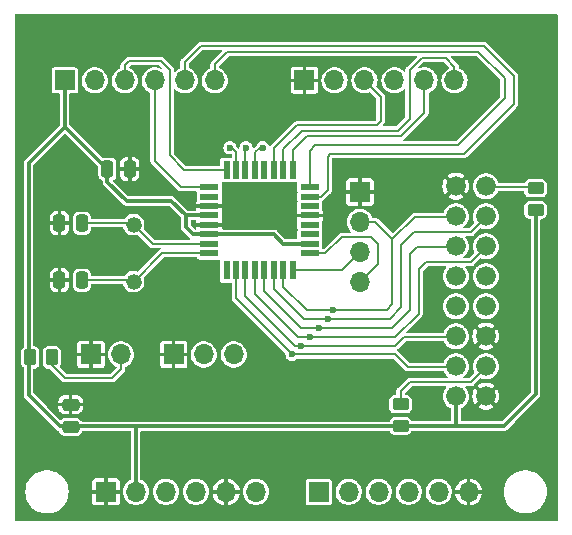
<source format=gbr>
%TF.GenerationSoftware,KiCad,Pcbnew,7.0.5*%
%TF.CreationDate,2024-11-17T18:30:54-07:00*%
%TF.ProjectId,sed1200emu,73656431-3230-4306-956d-752e6b696361,rev?*%
%TF.SameCoordinates,Original*%
%TF.FileFunction,Copper,L1,Top*%
%TF.FilePolarity,Positive*%
%FSLAX46Y46*%
G04 Gerber Fmt 4.6, Leading zero omitted, Abs format (unit mm)*
G04 Created by KiCad (PCBNEW 7.0.5) date 2024-11-17 18:30:54*
%MOMM*%
%LPD*%
G01*
G04 APERTURE LIST*
G04 Aperture macros list*
%AMRoundRect*
0 Rectangle with rounded corners*
0 $1 Rounding radius*
0 $2 $3 $4 $5 $6 $7 $8 $9 X,Y pos of 4 corners*
0 Add a 4 corners polygon primitive as box body*
4,1,4,$2,$3,$4,$5,$6,$7,$8,$9,$2,$3,0*
0 Add four circle primitives for the rounded corners*
1,1,$1+$1,$2,$3*
1,1,$1+$1,$4,$5*
1,1,$1+$1,$6,$7*
1,1,$1+$1,$8,$9*
0 Add four rect primitives between the rounded corners*
20,1,$1+$1,$2,$3,$4,$5,0*
20,1,$1+$1,$4,$5,$6,$7,0*
20,1,$1+$1,$6,$7,$8,$9,0*
20,1,$1+$1,$8,$9,$2,$3,0*%
G04 Aperture macros list end*
%TA.AperFunction,ComponentPad*%
%ADD10R,1.700000X1.700000*%
%TD*%
%TA.AperFunction,ComponentPad*%
%ADD11O,1.700000X1.700000*%
%TD*%
%TA.AperFunction,SMDPad,CuDef*%
%ADD12RoundRect,0.250000X0.450000X-0.262500X0.450000X0.262500X-0.450000X0.262500X-0.450000X-0.262500X0*%
%TD*%
%TA.AperFunction,SMDPad,CuDef*%
%ADD13RoundRect,0.250000X-0.250000X-0.475000X0.250000X-0.475000X0.250000X0.475000X-0.250000X0.475000X0*%
%TD*%
%TA.AperFunction,SMDPad,CuDef*%
%ADD14RoundRect,0.250000X0.475000X-0.250000X0.475000X0.250000X-0.475000X0.250000X-0.475000X-0.250000X0*%
%TD*%
%TA.AperFunction,SMDPad,CuDef*%
%ADD15R,1.600000X0.550000*%
%TD*%
%TA.AperFunction,SMDPad,CuDef*%
%ADD16R,0.550000X1.600000*%
%TD*%
%TA.AperFunction,SMDPad,CuDef*%
%ADD17RoundRect,0.250000X0.262500X0.450000X-0.262500X0.450000X-0.262500X-0.450000X0.262500X-0.450000X0*%
%TD*%
%TA.AperFunction,ComponentPad*%
%ADD18C,1.320800*%
%TD*%
%TA.AperFunction,ComponentPad*%
%ADD19C,1.676400*%
%TD*%
%TA.AperFunction,ViaPad*%
%ADD20C,0.600000*%
%TD*%
%TA.AperFunction,Conductor*%
%ADD21C,0.300000*%
%TD*%
%TA.AperFunction,Conductor*%
%ADD22C,0.200000*%
%TD*%
G04 APERTURE END LIST*
D10*
%TO.P,DIS2-1,1,Pin_1*%
%TO.N,GND*%
X133250000Y-126250000D03*
D11*
%TO.P,DIS2-1,2,Pin_2*%
%TO.N,VCC*%
X135790000Y-126250000D03*
%TO.P,DIS2-1,3,Pin_3*%
%TO.N,/LCD_CONTR*%
X138330000Y-126250000D03*
%TO.P,DIS2-1,4,Pin_4*%
%TO.N,/AIN0*%
X140870000Y-126250000D03*
%TO.P,DIS2-1,5,Pin_5*%
%TO.N,GND*%
X143410000Y-126250000D03*
%TO.P,DIS2-1,6,Pin_6*%
%TO.N,/AIN1*%
X145950000Y-126250000D03*
%TD*%
D12*
%TO.P,R1,1,1*%
%TO.N,VCC*%
X169621100Y-102384500D03*
%TO.P,R1,2,2*%
%TO.N,/LCD_A*%
X169621100Y-100559500D03*
%TD*%
D10*
%TO.P,UART1,1,Pin_1*%
%TO.N,GND*%
X138975000Y-114620400D03*
D11*
%TO.P,UART1,2,Pin_2*%
%TO.N,/TXD*%
X141515000Y-114620400D03*
%TO.P,UART1,3,Pin_3*%
%TO.N,/RXD*%
X144055000Y-114620400D03*
%TD*%
D13*
%TO.P,C2,1,1*%
%TO.N,VCC*%
X133365100Y-98932000D03*
%TO.P,C2,2,2*%
%TO.N,GND*%
X135265100Y-98932000D03*
%TD*%
D14*
%TO.P,C1,1,1*%
%TO.N,VCC*%
X130250000Y-120770400D03*
%TO.P,C1,2,2*%
%TO.N,GND*%
X130250000Y-118870400D03*
%TD*%
D10*
%TO.P,SPI1,1,Pin_1*%
%TO.N,GND*%
X154750000Y-100870400D03*
D11*
%TO.P,SPI1,2,Pin_2*%
%TO.N,/LCD_D7*%
X154750000Y-103410400D03*
%TO.P,SPI1,3,Pin_3*%
%TO.N,/MISO*%
X154750000Y-105950400D03*
%TO.P,SPI1,4,Pin_4*%
%TO.N,/SCK*%
X154750000Y-108490400D03*
%TD*%
D13*
%TO.P,C4,1,1*%
%TO.N,GND*%
X129301100Y-108330000D03*
%TO.P,C4,2,2*%
%TO.N,Net-(IC1-PB7(XTAL2{slash}TOSC2))*%
X131201100Y-108330000D03*
%TD*%
D10*
%TO.P,DIS2-2,1,Pin_1*%
%TO.N,/ICP*%
X151250000Y-126250000D03*
D11*
%TO.P,DIS2-2,2,Pin_2*%
%TO.N,/LCD_D5*%
X153790000Y-126250000D03*
%TO.P,DIS2-2,3,Pin_3*%
%TO.N,/LCD_D6*%
X156330000Y-126250000D03*
%TO.P,DIS2-2,4,Pin_4*%
%TO.N,/LCD_D7*%
X158870000Y-126250000D03*
%TO.P,DIS2-2,5,Pin_5*%
%TO.N,/LCD_A*%
X161410000Y-126250000D03*
%TO.P,DIS2-2,6,Pin_6*%
%TO.N,GND*%
X163950000Y-126250000D03*
%TD*%
D15*
%TO.P,IC1,1,PD3(INT1)*%
%TO.N,/INT1*%
X142003100Y-100450000D03*
%TO.P,IC1,2,PD4(XCK/T0)*%
%TO.N,unconnected-(IC1-PD4(XCK{slash}T0)-Pad2)*%
X142003100Y-101250000D03*
%TO.P,IC1,3,GND@1*%
%TO.N,GND*%
X142003100Y-102050000D03*
%TO.P,IC1,4,VCC@1*%
%TO.N,VCC*%
X142003100Y-102850000D03*
%TO.P,IC1,5,GND@2*%
%TO.N,GND*%
X142003100Y-103650000D03*
%TO.P,IC1,6,VCC@2*%
%TO.N,VCC*%
X142003100Y-104450000D03*
%TO.P,IC1,7,PB6(XTAL1/TOSC1)*%
%TO.N,Net-(IC1-PB6(XTAL1{slash}TOSC1))*%
X142003100Y-105250000D03*
%TO.P,IC1,8,PB7(XTAL2/TOSC2)*%
%TO.N,Net-(IC1-PB7(XTAL2{slash}TOSC2))*%
X142003100Y-106050000D03*
D16*
%TO.P,IC1,9,PD5(T1)*%
%TO.N,unconnected-(IC1-PD5(T1)-Pad9)*%
X143453100Y-107500000D03*
%TO.P,IC1,10,PD6(AIN0)*%
%TO.N,/AIN0*%
X144253100Y-107500000D03*
%TO.P,IC1,11,PD7(AIN1)*%
%TO.N,/AIN1*%
X145053100Y-107500000D03*
%TO.P,IC1,12,PB0(ICP)*%
%TO.N,/ICP*%
X145853100Y-107500000D03*
%TO.P,IC1,13,PB1(OC1A)*%
%TO.N,/LCD_D5*%
X146653100Y-107500000D03*
%TO.P,IC1,14,PB2(SS/OC1B)*%
%TO.N,/LCD_D6*%
X147453100Y-107500000D03*
%TO.P,IC1,15,PB3(MOSI/OC2)*%
%TO.N,/LCD_D7*%
X148253100Y-107500000D03*
%TO.P,IC1,16,PB4(MISO)*%
%TO.N,/MISO*%
X149053100Y-107500000D03*
D15*
%TO.P,IC1,17,PB5(SCK)*%
%TO.N,/SCK*%
X150503100Y-106050000D03*
%TO.P,IC1,18,AVCC*%
%TO.N,VCC*%
X150503100Y-105250000D03*
%TO.P,IC1,19,ADC6*%
%TO.N,unconnected-(IC1-ADC6-Pad19)*%
X150503100Y-104450000D03*
%TO.P,IC1,20,AREF*%
%TO.N,unconnected-(IC1-AREF-Pad20)*%
X150503100Y-103650000D03*
%TO.P,IC1,21,GND*%
%TO.N,GND*%
X150503100Y-102850000D03*
%TO.P,IC1,22,ADC7*%
%TO.N,unconnected-(IC1-ADC7-Pad22)*%
X150503100Y-102050000D03*
%TO.P,IC1,23,PC0(ADC0)*%
%TO.N,/ADC0*%
X150503100Y-101250000D03*
%TO.P,IC1,24,PC1(ADC1)*%
%TO.N,/ADC1*%
X150503100Y-100450000D03*
D16*
%TO.P,IC1,25,PC2(ADC2)*%
%TO.N,/ADC2*%
X149053100Y-99000000D03*
%TO.P,IC1,26,PC3(ADC3)*%
%TO.N,/ADC3*%
X148253100Y-99000000D03*
%TO.P,IC1,27,PC4(ADC4/SDA)*%
%TO.N,/ADC4*%
X147453100Y-99000000D03*
%TO.P,IC1,28,PC5(ADC5/SCL)*%
%TO.N,unconnected-(IC1-PC5(ADC5{slash}SCL)-Pad28)*%
X146653100Y-99000000D03*
%TO.P,IC1,29,PC6(/RESET)*%
%TO.N,Net-(IC1-PC6({slash}RESET))*%
X145853100Y-99000000D03*
%TO.P,IC1,30,PD0(RXD)*%
%TO.N,/RXD*%
X145053100Y-99000000D03*
%TO.P,IC1,31,PD1(TXD)*%
%TO.N,/TXD*%
X144253100Y-99000000D03*
%TO.P,IC1,32,PD2(INT0)*%
%TO.N,/INT0*%
X143453100Y-99000000D03*
%TD*%
D17*
%TO.P,R3,1*%
%TO.N,Net-(IC1-PC6({slash}RESET))*%
X128662500Y-114870400D03*
%TO.P,R3,2*%
%TO.N,VCC*%
X126837500Y-114870400D03*
%TD*%
D12*
%TO.P,R2,1,1*%
%TO.N,VCC*%
X158191100Y-120672500D03*
%TO.P,R2,2,2*%
%TO.N,/LCD_CONTR*%
X158191100Y-118847500D03*
%TD*%
D13*
%TO.P,C3,1,1*%
%TO.N,GND*%
X129301100Y-103504000D03*
%TO.P,C3,2,2*%
%TO.N,Net-(IC1-PB6(XTAL1{slash}TOSC1))*%
X131201100Y-103504000D03*
%TD*%
D18*
%TO.P,Q1,1,1*%
%TO.N,Net-(IC1-PB7(XTAL2{slash}TOSC2))*%
X135585100Y-108457000D03*
%TO.P,Q1,2,2*%
%TO.N,Net-(IC1-PB6(XTAL1{slash}TOSC1))*%
X135585100Y-103631000D03*
%TD*%
D10*
%TO.P,RESET1,1,Pin_1*%
%TO.N,GND*%
X131975000Y-114620400D03*
D11*
%TO.P,RESET1,2,Pin_2*%
%TO.N,Net-(IC1-PC6({slash}RESET))*%
X134515000Y-114620400D03*
%TD*%
D19*
%TO.P,DIS1,1,GND*%
%TO.N,GND*%
X165407035Y-118157861D03*
%TO.P,DIS1,2,VCC*%
%TO.N,VCC*%
X162867035Y-118157861D03*
%TO.P,DIS1,3,CONTR*%
%TO.N,/LCD_CONTR*%
X165407035Y-115617861D03*
%TO.P,DIS1,4,RS*%
%TO.N,/AIN0*%
X162867035Y-115617861D03*
%TO.P,DIS1,5,R/W*%
%TO.N,GND*%
X165407035Y-113077861D03*
%TO.P,DIS1,6,E*%
%TO.N,/AIN1*%
X162867035Y-113077861D03*
%TO.P,DIS1,7,D0*%
%TO.N,unconnected-(DIS1-D0-Pad7)*%
X165407035Y-110537861D03*
%TO.P,DIS1,8,D1*%
%TO.N,unconnected-(DIS1-D1-Pad8)*%
X162867035Y-110537861D03*
%TO.P,DIS1,9,D2*%
%TO.N,unconnected-(DIS1-D2-Pad9)*%
X165407035Y-107997861D03*
%TO.P,DIS1,10,D3*%
%TO.N,unconnected-(DIS1-D3-Pad10)*%
X162867035Y-107997861D03*
%TO.P,DIS1,11,D4*%
%TO.N,/ICP*%
X165407035Y-105457861D03*
%TO.P,DIS1,12,D5*%
%TO.N,/LCD_D5*%
X162867035Y-105457861D03*
%TO.P,DIS1,13,D6*%
%TO.N,/LCD_D6*%
X165407035Y-102917861D03*
%TO.P,DIS1,14,D7*%
%TO.N,/LCD_D7*%
X162867035Y-102917861D03*
%TO.P,DIS1,15,LED_A*%
%TO.N,/LCD_A*%
X165407035Y-100377861D03*
%TO.P,DIS1,16,LED_K*%
%TO.N,GND*%
X162867035Y-100377861D03*
%TD*%
D10*
%TO.P,CN2,1,1*%
%TO.N,GND*%
X150049130Y-91417455D03*
D11*
%TO.P,CN2,2,2*%
%TO.N,unconnected-(CN2-Pad2)*%
X152589130Y-91417455D03*
%TO.P,CN2,3,3*%
%TO.N,/ADC4*%
X155129130Y-91417455D03*
%TO.P,CN2,4,4*%
%TO.N,unconnected-(CN2-Pad4)*%
X157669130Y-91417455D03*
%TO.P,CN2,5,5*%
%TO.N,/ADC2*%
X160209130Y-91417455D03*
%TO.P,CN2,6,6*%
%TO.N,/ADC3*%
X162749130Y-91417455D03*
%TD*%
D10*
%TO.P,CN1,1,1*%
%TO.N,VCC*%
X129747634Y-91417455D03*
D11*
%TO.P,CN1,2,2*%
%TO.N,unconnected-(CN1-Pad2)*%
X132287634Y-91417455D03*
%TO.P,CN1,3,3*%
%TO.N,/INT0*%
X134827634Y-91417455D03*
%TO.P,CN1,4,4*%
%TO.N,/INT1*%
X137367634Y-91417455D03*
%TO.P,CN1,5,5*%
%TO.N,/ADC0*%
X139907634Y-91417455D03*
%TO.P,CN1,6,6*%
%TO.N,/ADC1*%
X142447634Y-91417455D03*
%TD*%
D20*
%TO.N,GND*%
X128750000Y-117870400D03*
X128000000Y-87500000D03*
X168000000Y-116370400D03*
X154500000Y-116370400D03*
X165000000Y-91250000D03*
X139750000Y-108120400D03*
X130750000Y-93620400D03*
X168000000Y-105620400D03*
X129000000Y-99370400D03*
X169500000Y-87500000D03*
X145000000Y-91500000D03*
X145250000Y-101620400D03*
X169500000Y-120870400D03*
X160500000Y-100370400D03*
X147750000Y-101620400D03*
X127250000Y-123500000D03*
%TO.N,Net-(IC1-PC6({slash}RESET))*%
X146500000Y-97120400D03*
%TO.N,/RXD*%
X145104682Y-97120400D03*
%TO.N,/TXD*%
X143750000Y-97120400D03*
%TO.N,/ICP*%
X150500000Y-113120400D03*
%TO.N,/AIN0*%
X149000000Y-114620400D03*
%TO.N,/AIN1*%
X149750000Y-113870400D03*
%TO.N,/LCD_D5*%
X151250000Y-112370400D03*
%TO.N,/LCD_D6*%
X152000000Y-111620400D03*
%TO.N,/LCD_D7*%
X152500000Y-110870400D03*
%TD*%
D21*
%TO.N,VCC*%
X136000000Y-120710000D02*
X129339600Y-120710000D01*
X158191100Y-120710000D02*
X136000000Y-120710000D01*
X140000000Y-102850000D02*
X142003100Y-102850000D01*
X142003100Y-104450000D02*
X147453100Y-104450000D01*
X135750000Y-126210000D02*
X135750000Y-120710000D01*
X135000000Y-101620400D02*
X133365100Y-99985500D01*
X140000000Y-102850000D02*
X140000000Y-103854900D01*
X135790000Y-126250000D02*
X135750000Y-126210000D01*
X129339600Y-120710000D02*
X126695100Y-118065500D01*
X140595100Y-104450000D02*
X142003100Y-104450000D01*
X140000000Y-102850000D02*
X139979600Y-102850000D01*
X169621100Y-102384500D02*
X169621100Y-117982000D01*
X129804566Y-95371466D02*
X133365100Y-98932000D01*
X126695100Y-118065500D02*
X126695100Y-98424000D01*
X158191100Y-120672500D02*
X166930600Y-120672500D01*
X140000000Y-103854900D02*
X140595100Y-104450000D01*
X138750000Y-101620400D02*
X135000000Y-101620400D01*
X129747634Y-95371466D02*
X129804566Y-95371466D01*
X166930600Y-120672500D02*
X169621100Y-117982000D01*
X126695100Y-98424000D02*
X129747634Y-95371466D01*
X139979600Y-102850000D02*
X138750000Y-101620400D01*
X147453100Y-104450000D02*
X148253100Y-105250000D01*
X133365100Y-99985500D02*
X133365100Y-98932000D01*
X148253100Y-105250000D02*
X150503100Y-105250000D01*
X129747634Y-91417455D02*
X129747634Y-95371466D01*
X162864137Y-118223839D02*
X162864137Y-120672500D01*
D22*
%TO.N,Net-(IC1-PB6(XTAL1{slash}TOSC1))*%
X135458100Y-103504000D02*
X135585100Y-103631000D01*
X137204100Y-105250000D02*
X135585100Y-103631000D01*
X131201100Y-103504000D02*
X135458100Y-103504000D01*
X137204100Y-105250000D02*
X142003100Y-105250000D01*
%TO.N,Net-(IC1-PB7(XTAL2{slash}TOSC2))*%
X137992100Y-106050000D02*
X135585100Y-108457000D01*
X131201100Y-108330000D02*
X135458100Y-108330000D01*
X135458100Y-108330000D02*
X135585100Y-108457000D01*
X137992100Y-106050000D02*
X142003100Y-106050000D01*
%TO.N,Net-(IC1-PC6({slash}RESET))*%
X129750000Y-116620400D02*
X133750000Y-116620400D01*
X146500000Y-97120400D02*
X146250000Y-97120400D01*
X146250000Y-97120400D02*
X145853100Y-97517300D01*
X134515000Y-115855400D02*
X134515000Y-114620400D01*
X133750000Y-116620400D02*
X134515000Y-115855400D01*
X145853100Y-97517300D02*
X145853100Y-99000000D01*
X128662500Y-115532900D02*
X129750000Y-116620400D01*
X128662500Y-114870400D02*
X128662500Y-115532900D01*
%TO.N,/RXD*%
X145104682Y-97120400D02*
X145053100Y-97171982D01*
X145053100Y-97171982D02*
X145053100Y-99000000D01*
%TO.N,/TXD*%
X143875000Y-97120400D02*
X144253100Y-97498500D01*
X144253100Y-97498500D02*
X144253100Y-99000000D01*
X143750000Y-97120400D02*
X143875000Y-97120400D01*
%TO.N,/ICP*%
X145853100Y-107500000D02*
X145853100Y-109473500D01*
X160314400Y-106806000D02*
X164135100Y-106806000D01*
X157750000Y-113120400D02*
X159715100Y-111155300D01*
X149500000Y-113120400D02*
X150500000Y-113120400D01*
X164135100Y-106806000D02*
X165405100Y-105536000D01*
X159715100Y-107405300D02*
X160314400Y-106806000D01*
X145853100Y-109473500D02*
X149500000Y-113120400D01*
X159715100Y-111155300D02*
X159715100Y-107405300D01*
X150500000Y-113120400D02*
X157750000Y-113120400D01*
%TO.N,/MISO*%
X154750000Y-105950400D02*
X153200400Y-107500000D01*
X153200400Y-107500000D02*
X149053100Y-107500000D01*
%TO.N,/SCK*%
X156250000Y-105245400D02*
X155678326Y-104673726D01*
X151820400Y-106050000D02*
X150503100Y-106050000D01*
X156250000Y-106990400D02*
X156250000Y-105245400D01*
X155678326Y-104673726D02*
X153196674Y-104673726D01*
X153196674Y-104673726D02*
X151820400Y-106050000D01*
X154750000Y-108490400D02*
X156250000Y-106990400D01*
%TO.N,/AIN0*%
X144250000Y-109870400D02*
X149000000Y-114620400D01*
X144250000Y-107503100D02*
X144250000Y-109870400D01*
X149000000Y-114620400D02*
X157750000Y-114620400D01*
X144253100Y-107500000D02*
X144250000Y-107503100D01*
X158825600Y-115696000D02*
X162865100Y-115696000D01*
X157750000Y-114620400D02*
X158825600Y-115696000D01*
%TO.N,/AIN1*%
X149250000Y-113870400D02*
X149750000Y-113870400D01*
X158464400Y-113156000D02*
X162865100Y-113156000D01*
X157750000Y-113870400D02*
X158464400Y-113156000D01*
X145053100Y-109673500D02*
X149250000Y-113870400D01*
X145053100Y-107500000D02*
X145053100Y-109673500D01*
X149750000Y-113870400D02*
X157750000Y-113870400D01*
%TO.N,/INT0*%
X137875000Y-89750000D02*
X138633100Y-90508100D01*
X134827634Y-91417455D02*
X134827634Y-90136134D01*
X138633100Y-90508100D02*
X138633100Y-97753500D01*
X139879600Y-99000000D02*
X143453100Y-99000000D01*
X134827634Y-90136134D02*
X135213768Y-89750000D01*
X138633100Y-97753500D02*
X139879600Y-99000000D01*
X135213768Y-89750000D02*
X137875000Y-89750000D01*
%TO.N,/INT1*%
X141960500Y-100450000D02*
X139579600Y-100450000D01*
X137367634Y-91417455D02*
X137367634Y-98238034D01*
X139579600Y-100450000D02*
X137367634Y-98238034D01*
%TO.N,/ADC0*%
X139907634Y-91417455D02*
X139907634Y-89842366D01*
X167750000Y-91000000D02*
X167750000Y-93437100D01*
X151486100Y-101250000D02*
X150503100Y-101250000D01*
X163566700Y-97620400D02*
X152250000Y-97620400D01*
X141250000Y-88500000D02*
X165250000Y-88500000D01*
X165250000Y-88500000D02*
X167750000Y-91000000D01*
X152000000Y-100736100D02*
X151486100Y-101250000D01*
X152250000Y-97620400D02*
X152000000Y-97870400D01*
X152000000Y-97870400D02*
X152000000Y-100736100D01*
X167750000Y-93437100D02*
X163566700Y-97620400D01*
X139907634Y-89842366D02*
X141250000Y-88500000D01*
%TO.N,/ADC1*%
X164750000Y-89000000D02*
X167000000Y-91250000D01*
X167000000Y-91250000D02*
X167000000Y-92917100D01*
X142447634Y-90052366D02*
X143500000Y-89000000D01*
X150970400Y-96900000D02*
X150503100Y-97367300D01*
X142447634Y-91417455D02*
X142447634Y-90052366D01*
X167000000Y-92917100D02*
X163017100Y-96900000D01*
X150503100Y-97367300D02*
X150503100Y-100450000D01*
X143500000Y-89000000D02*
X164750000Y-89000000D01*
X163017100Y-96900000D02*
X150970400Y-96900000D01*
%TO.N,/ADC4*%
X147453100Y-97167300D02*
X149408000Y-95212400D01*
X156500000Y-92788325D02*
X156500000Y-94870400D01*
X156500000Y-92788325D02*
X155129130Y-91417455D01*
X156158000Y-95212400D02*
X156500000Y-94870400D01*
X147453100Y-99000000D02*
X147453100Y-97167300D01*
X149408000Y-95212400D02*
X156158000Y-95212400D01*
%TO.N,/ADC2*%
X160209130Y-94161270D02*
X158250000Y-96120400D01*
X149053100Y-97317300D02*
X149053100Y-99000000D01*
X150250000Y-96120400D02*
X149053100Y-97317300D01*
X158250000Y-96120400D02*
X150250000Y-96120400D01*
X160209130Y-91417455D02*
X160209130Y-94161270D01*
%TO.N,/ADC3*%
X162000000Y-89500000D02*
X162749130Y-90249130D01*
X148253100Y-99000000D02*
X148253100Y-97242300D01*
X160000000Y-89500000D02*
X162000000Y-89500000D01*
X148253100Y-97242300D02*
X149829000Y-95666400D01*
X158953100Y-90546900D02*
X158953100Y-94667300D01*
X157954000Y-95666400D02*
X158953100Y-94667300D01*
X162749130Y-90249130D02*
X162749130Y-91417455D01*
X149829000Y-95666400D02*
X157954000Y-95666400D01*
X158953100Y-90546900D02*
X160000000Y-89500000D01*
%TO.N,/LCD_CONTR*%
X158953100Y-116966000D02*
X164135100Y-116966000D01*
X164135100Y-116966000D02*
X165405100Y-115696000D01*
X158191100Y-118847500D02*
X158191100Y-117728000D01*
X158191100Y-117728000D02*
X158953100Y-116966000D01*
%TO.N,/LCD_D5*%
X146653100Y-109273500D02*
X149750000Y-112370400D01*
X146653100Y-107500000D02*
X146653100Y-109273500D01*
X157500000Y-112370400D02*
X159000000Y-110870400D01*
X159000000Y-106120400D02*
X159584400Y-105536000D01*
X149750000Y-112370400D02*
X151250000Y-112370400D01*
X159584400Y-105536000D02*
X162865100Y-105536000D01*
X159000000Y-110870400D02*
X159000000Y-106120400D01*
X151250000Y-112370400D02*
X157500000Y-112370400D01*
%TO.N,/LCD_D6*%
X147453100Y-109073500D02*
X150000000Y-111620400D01*
X159354400Y-104266000D02*
X164135100Y-104266000D01*
X158250000Y-110620400D02*
X158250000Y-105370400D01*
X157250000Y-111620400D02*
X158250000Y-110620400D01*
X152000000Y-111620400D02*
X157250000Y-111620400D01*
X164135100Y-104266000D02*
X165405100Y-102996000D01*
X150000000Y-111620400D02*
X152000000Y-111620400D01*
X147453100Y-107500000D02*
X147453100Y-109073500D01*
X158250000Y-105370400D02*
X159354400Y-104266000D01*
%TO.N,/LCD_D7*%
X157000000Y-110870400D02*
X157500000Y-110370400D01*
X152500000Y-110870400D02*
X157000000Y-110870400D01*
X157500000Y-104870400D02*
X156040000Y-103410400D01*
X156040000Y-103410400D02*
X154750000Y-103410400D01*
X150250000Y-110870400D02*
X152500000Y-110870400D01*
X148253100Y-107500000D02*
X148253100Y-108873500D01*
X157500000Y-110370400D02*
X157500000Y-104870400D01*
X157500000Y-104870400D02*
X159374400Y-102996000D01*
X148253100Y-108873500D02*
X150250000Y-110870400D01*
X159374400Y-102996000D02*
X162865100Y-102996000D01*
%TO.N,/LCD_A*%
X169621100Y-100559500D02*
X169621100Y-100522000D01*
X165405100Y-100456000D02*
X169517600Y-100456000D01*
X169517600Y-100456000D02*
X169621100Y-100559500D01*
%TD*%
%TA.AperFunction,Conductor*%
%TO.N,GND*%
G36*
X129820294Y-95959243D02*
G01*
X132592294Y-98731243D01*
X132610600Y-98775437D01*
X132610600Y-99455246D01*
X132610601Y-99455263D01*
X132617060Y-99515343D01*
X132667756Y-99651263D01*
X132667757Y-99651265D01*
X132667758Y-99651267D01*
X132754696Y-99767404D01*
X132870833Y-99854342D01*
X132919943Y-99872658D01*
X132954952Y-99905253D01*
X132960600Y-99931217D01*
X132960600Y-100049566D01*
X132960600Y-100049567D01*
X132960599Y-100049567D01*
X132969040Y-100075549D01*
X132971328Y-100085079D01*
X132975601Y-100112053D01*
X132975601Y-100112054D01*
X132988002Y-100136391D01*
X132991755Y-100145453D01*
X133000194Y-100171428D01*
X133000198Y-100171435D01*
X133016250Y-100193527D01*
X133021376Y-100201891D01*
X133033774Y-100226223D01*
X133055732Y-100248181D01*
X133055761Y-100248212D01*
X134278111Y-101470560D01*
X134668674Y-101861123D01*
X134759277Y-101951726D01*
X134783620Y-101964129D01*
X134791969Y-101969246D01*
X134800634Y-101975542D01*
X134814068Y-101985303D01*
X134814073Y-101985306D01*
X134830980Y-101990798D01*
X134840052Y-101993745D01*
X134849116Y-101997501D01*
X134873438Y-102009895D01*
X134873441Y-102009896D01*
X134873445Y-102009898D01*
X134873447Y-102009898D01*
X134873449Y-102009899D01*
X134900425Y-102014172D01*
X134909960Y-102016461D01*
X134934389Y-102024398D01*
X134935934Y-102024900D01*
X134968166Y-102024900D01*
X138556562Y-102024900D01*
X138600756Y-102043206D01*
X139577194Y-103019644D01*
X139595500Y-103063838D01*
X139595500Y-103790834D01*
X139595500Y-103918966D01*
X139595500Y-103918967D01*
X139595499Y-103918967D01*
X139603940Y-103944949D01*
X139606228Y-103954479D01*
X139610501Y-103981453D01*
X139610501Y-103981454D01*
X139622902Y-104005791D01*
X139626655Y-104014853D01*
X139635094Y-104040828D01*
X139635098Y-104040835D01*
X139651150Y-104062927D01*
X139656276Y-104071291D01*
X139664454Y-104087342D01*
X139668674Y-104095623D01*
X139690632Y-104117581D01*
X139690661Y-104117612D01*
X140122670Y-104549619D01*
X140263774Y-104690723D01*
X140354377Y-104781326D01*
X140354380Y-104781327D01*
X140355907Y-104782437D01*
X140356570Y-104783519D01*
X140357855Y-104784804D01*
X140357546Y-104785112D01*
X140380900Y-104823224D01*
X140369732Y-104869738D01*
X140328945Y-104894731D01*
X140319169Y-104895500D01*
X137376827Y-104895500D01*
X137332633Y-104877194D01*
X136461198Y-104005759D01*
X136442892Y-103961565D01*
X136445950Y-103942254D01*
X136484937Y-103822266D01*
X136505040Y-103631000D01*
X136484937Y-103439734D01*
X136465366Y-103379500D01*
X136425509Y-103256832D01*
X136425508Y-103256830D01*
X136425507Y-103256827D01*
X136329347Y-103090273D01*
X136296468Y-103053757D01*
X136200665Y-102947356D01*
X136200664Y-102947355D01*
X136200662Y-102947354D01*
X136200660Y-102947351D01*
X136045070Y-102834309D01*
X136045068Y-102834308D01*
X135869388Y-102756089D01*
X135869372Y-102756083D01*
X135681260Y-102716100D01*
X135488940Y-102716100D01*
X135300827Y-102756083D01*
X135300811Y-102756089D01*
X135125131Y-102834308D01*
X135125129Y-102834309D01*
X135125130Y-102834309D01*
X134969540Y-102947351D01*
X134969539Y-102947352D01*
X134969535Y-102947355D01*
X134969534Y-102947356D01*
X134840851Y-103090274D01*
X134840849Y-103090277D01*
X134824701Y-103118249D01*
X134786751Y-103147370D01*
X134770574Y-103149500D01*
X132018099Y-103149500D01*
X131973905Y-103131194D01*
X131955599Y-103087000D01*
X131955599Y-102980753D01*
X131955598Y-102980736D01*
X131955035Y-102975501D01*
X131949140Y-102920658D01*
X131898442Y-102784733D01*
X131811504Y-102668596D01*
X131695367Y-102581658D01*
X131695365Y-102581657D01*
X131695363Y-102581656D01*
X131559443Y-102530960D01*
X131499355Y-102524500D01*
X130902853Y-102524500D01*
X130902836Y-102524501D01*
X130842756Y-102530960D01*
X130706836Y-102581656D01*
X130706831Y-102581659D01*
X130590696Y-102668596D01*
X130503759Y-102784731D01*
X130503756Y-102784736D01*
X130453060Y-102920656D01*
X130446600Y-102980737D01*
X130446600Y-104027246D01*
X130446601Y-104027263D01*
X130453060Y-104087343D01*
X130503756Y-104223263D01*
X130503757Y-104223265D01*
X130503758Y-104223267D01*
X130590696Y-104339404D01*
X130706833Y-104426342D01*
X130842758Y-104477040D01*
X130902845Y-104483500D01*
X131499354Y-104483499D01*
X131559442Y-104477040D01*
X131695367Y-104426342D01*
X131811504Y-104339404D01*
X131898442Y-104223267D01*
X131949140Y-104087342D01*
X131955600Y-104027255D01*
X131955600Y-103921000D01*
X131973906Y-103876806D01*
X132018100Y-103858500D01*
X134651627Y-103858500D01*
X134695821Y-103876806D01*
X134711068Y-103901686D01*
X134741171Y-103994335D01*
X134744693Y-104005173D01*
X134840852Y-104171725D01*
X134840851Y-104171725D01*
X134969534Y-104314643D01*
X134969535Y-104314644D01*
X134969540Y-104314649D01*
X135125130Y-104427691D01*
X135212157Y-104466438D01*
X135300811Y-104505910D01*
X135300815Y-104505911D01*
X135300823Y-104505915D01*
X135300826Y-104505915D01*
X135300827Y-104505916D01*
X135488940Y-104545900D01*
X135681260Y-104545900D01*
X135869377Y-104505915D01*
X135891924Y-104495875D01*
X135939741Y-104494622D01*
X135961539Y-104508778D01*
X136922846Y-105470085D01*
X136930973Y-105480092D01*
X136939677Y-105493413D01*
X136939679Y-105493416D01*
X136967468Y-105515045D01*
X136970356Y-105517595D01*
X136974203Y-105521442D01*
X136991638Y-105533890D01*
X136992630Y-105534630D01*
X137033044Y-105566085D01*
X137033050Y-105566087D01*
X137037602Y-105568551D01*
X137037541Y-105568662D01*
X137041542Y-105570721D01*
X137041597Y-105570609D01*
X137046248Y-105572882D01*
X137046250Y-105572882D01*
X137046252Y-105572884D01*
X137095347Y-105587500D01*
X137096533Y-105587881D01*
X137108426Y-105591963D01*
X137144944Y-105604500D01*
X137144947Y-105604500D01*
X137150054Y-105605353D01*
X137150033Y-105605474D01*
X137154494Y-105606124D01*
X137154510Y-105606002D01*
X137159641Y-105606642D01*
X137159643Y-105606641D01*
X137159644Y-105606642D01*
X137167009Y-105606337D01*
X137210800Y-105604527D01*
X137212091Y-105604500D01*
X137823671Y-105604500D01*
X137867865Y-105622806D01*
X137886171Y-105667000D01*
X137867865Y-105711194D01*
X137853416Y-105721968D01*
X137830378Y-105734435D01*
X137829231Y-105735025D01*
X137783257Y-105757502D01*
X137779045Y-105760510D01*
X137778974Y-105760410D01*
X137775360Y-105763105D01*
X137775435Y-105763202D01*
X137771349Y-105766381D01*
X137736683Y-105804039D01*
X137735789Y-105804971D01*
X135961539Y-107579220D01*
X135917345Y-107597526D01*
X135891925Y-107592123D01*
X135869384Y-107582088D01*
X135869372Y-107582083D01*
X135681260Y-107542100D01*
X135488940Y-107542100D01*
X135300827Y-107582083D01*
X135300811Y-107582089D01*
X135125131Y-107660308D01*
X135125129Y-107660309D01*
X135125130Y-107660309D01*
X134969540Y-107773351D01*
X134969539Y-107773352D01*
X134969535Y-107773355D01*
X134969534Y-107773356D01*
X134840851Y-107916274D01*
X134840849Y-107916277D01*
X134824701Y-107944249D01*
X134786751Y-107973370D01*
X134770574Y-107975500D01*
X132018099Y-107975500D01*
X131973905Y-107957194D01*
X131955599Y-107913000D01*
X131955599Y-107806753D01*
X131955598Y-107806736D01*
X131954467Y-107796214D01*
X131949140Y-107746658D01*
X131898442Y-107610733D01*
X131811504Y-107494596D01*
X131695367Y-107407658D01*
X131695365Y-107407657D01*
X131695363Y-107407656D01*
X131559443Y-107356960D01*
X131499355Y-107350500D01*
X130902853Y-107350500D01*
X130902836Y-107350501D01*
X130842756Y-107356960D01*
X130706836Y-107407656D01*
X130706831Y-107407659D01*
X130590696Y-107494596D01*
X130503759Y-107610731D01*
X130503756Y-107610736D01*
X130453060Y-107746656D01*
X130446600Y-107806737D01*
X130446600Y-108853246D01*
X130446601Y-108853263D01*
X130453060Y-108913343D01*
X130503756Y-109049263D01*
X130503757Y-109049265D01*
X130503758Y-109049267D01*
X130590696Y-109165404D01*
X130706833Y-109252342D01*
X130842758Y-109303040D01*
X130902845Y-109309500D01*
X131499354Y-109309499D01*
X131559442Y-109303040D01*
X131695367Y-109252342D01*
X131811504Y-109165404D01*
X131898442Y-109049267D01*
X131949140Y-108913342D01*
X131955600Y-108853255D01*
X131955600Y-108746999D01*
X131973906Y-108702806D01*
X132018100Y-108684500D01*
X134651627Y-108684500D01*
X134695821Y-108702806D01*
X134711068Y-108727686D01*
X134717343Y-108747000D01*
X134744693Y-108831173D01*
X134840852Y-108997725D01*
X134840851Y-108997725D01*
X134969534Y-109140643D01*
X134969535Y-109140644D01*
X134969540Y-109140649D01*
X135125130Y-109253691D01*
X135212157Y-109292438D01*
X135300811Y-109331910D01*
X135300815Y-109331911D01*
X135300823Y-109331915D01*
X135300826Y-109331915D01*
X135300827Y-109331916D01*
X135488940Y-109371900D01*
X135681260Y-109371900D01*
X135869372Y-109331916D01*
X135869371Y-109331916D01*
X135869377Y-109331915D01*
X136045070Y-109253691D01*
X136200660Y-109140649D01*
X136329347Y-108997727D01*
X136425507Y-108831173D01*
X136484937Y-108648266D01*
X136505040Y-108457000D01*
X136484937Y-108265734D01*
X136445950Y-108145746D01*
X136449704Y-108098058D01*
X136461195Y-108082242D01*
X138120632Y-106422806D01*
X138164827Y-106404500D01*
X140916728Y-106404500D01*
X140960922Y-106422806D01*
X140968695Y-106432277D01*
X141019615Y-106508484D01*
X141103797Y-106564733D01*
X141103799Y-106564734D01*
X141178033Y-106579500D01*
X142828166Y-106579499D01*
X142855557Y-106574051D01*
X142902473Y-106583384D01*
X142929048Y-106623158D01*
X142929048Y-106647543D01*
X142923600Y-106674932D01*
X142923600Y-108325064D01*
X142923601Y-108325068D01*
X142938365Y-108399299D01*
X142938367Y-108399303D01*
X142994615Y-108483484D01*
X143078797Y-108539733D01*
X143078799Y-108539734D01*
X143153033Y-108554500D01*
X143753166Y-108554499D01*
X143820808Y-108541045D01*
X143867724Y-108550378D01*
X143894299Y-108590151D01*
X143895500Y-108602344D01*
X143895500Y-109827149D01*
X143894170Y-109839975D01*
X143890905Y-109855546D01*
X143890904Y-109855549D01*
X143895260Y-109890483D01*
X143895500Y-109894353D01*
X143895500Y-109899776D01*
X143899022Y-109920891D01*
X143899208Y-109922167D01*
X143905539Y-109972951D01*
X143907018Y-109977919D01*
X143906900Y-109977953D01*
X143908275Y-109982245D01*
X143908392Y-109982206D01*
X143910072Y-109987101D01*
X143934429Y-110032109D01*
X143935021Y-110033257D01*
X143957498Y-110079237D01*
X143960508Y-110083451D01*
X143960407Y-110083523D01*
X143963103Y-110087138D01*
X143963201Y-110087063D01*
X143966382Y-110091150D01*
X144004040Y-110125816D01*
X144004972Y-110126711D01*
X148425661Y-114547400D01*
X148443967Y-114591594D01*
X148443433Y-114599749D01*
X148440715Y-114620401D01*
X148459770Y-114765147D01*
X148459771Y-114765153D01*
X148459772Y-114765154D01*
X148515645Y-114900043D01*
X148604526Y-115015874D01*
X148720357Y-115104755D01*
X148855246Y-115160628D01*
X148855250Y-115160628D01*
X148855252Y-115160629D01*
X148999998Y-115179685D01*
X149000000Y-115179685D01*
X149000002Y-115179685D01*
X149144747Y-115160629D01*
X149144747Y-115160628D01*
X149144754Y-115160628D01*
X149279643Y-115104755D01*
X149395474Y-115015874D01*
X149408151Y-114999352D01*
X149449577Y-114975435D01*
X149457736Y-114974900D01*
X157577273Y-114974900D01*
X157621467Y-114993206D01*
X158544346Y-115916085D01*
X158552473Y-115926092D01*
X158561177Y-115939413D01*
X158561179Y-115939416D01*
X158588968Y-115961045D01*
X158591856Y-115963595D01*
X158595703Y-115967442D01*
X158613138Y-115979890D01*
X158614130Y-115980630D01*
X158654544Y-116012085D01*
X158654550Y-116012087D01*
X158659102Y-116014551D01*
X158659041Y-116014662D01*
X158663042Y-116016721D01*
X158663097Y-116016609D01*
X158667748Y-116018882D01*
X158667750Y-116018882D01*
X158667752Y-116018884D01*
X158716847Y-116033500D01*
X158718033Y-116033881D01*
X158729926Y-116037963D01*
X158766444Y-116050500D01*
X158766447Y-116050500D01*
X158771554Y-116051353D01*
X158771533Y-116051474D01*
X158775987Y-116052123D01*
X158776003Y-116052002D01*
X158781140Y-116052642D01*
X158781143Y-116052641D01*
X158781144Y-116052642D01*
X158791023Y-116052233D01*
X158832289Y-116050527D01*
X158833581Y-116050500D01*
X161823094Y-116050500D01*
X161867288Y-116068806D01*
X161879042Y-116085141D01*
X161882477Y-116092039D01*
X161934023Y-116195558D01*
X162056061Y-116357162D01*
X162157566Y-116449696D01*
X162205710Y-116493586D01*
X162205711Y-116493587D01*
X162205715Y-116493590D01*
X162209384Y-116495862D01*
X162237322Y-116534690D01*
X162229621Y-116581902D01*
X162190792Y-116609840D01*
X162176482Y-116611500D01*
X158996351Y-116611500D01*
X158983525Y-116610170D01*
X158967953Y-116606905D01*
X158967950Y-116606904D01*
X158939617Y-116610436D01*
X158933011Y-116611260D01*
X158929147Y-116611500D01*
X158923721Y-116611500D01*
X158902609Y-116615021D01*
X158901334Y-116615207D01*
X158850548Y-116621538D01*
X158845589Y-116623015D01*
X158845554Y-116622899D01*
X158841255Y-116624276D01*
X158841295Y-116624391D01*
X158836402Y-116626070D01*
X158791378Y-116650435D01*
X158790231Y-116651025D01*
X158744257Y-116673502D01*
X158740045Y-116676510D01*
X158739974Y-116676410D01*
X158736360Y-116679105D01*
X158736435Y-116679202D01*
X158732349Y-116682381D01*
X158697683Y-116720039D01*
X158696789Y-116720971D01*
X157971011Y-117446748D01*
X157961006Y-117454874D01*
X157947684Y-117463578D01*
X157926061Y-117491359D01*
X157923498Y-117494262D01*
X157919662Y-117498097D01*
X157919654Y-117498107D01*
X157907218Y-117515525D01*
X157906447Y-117516558D01*
X157875016Y-117556942D01*
X157872551Y-117561498D01*
X157872444Y-117561440D01*
X157870382Y-117565445D01*
X157870491Y-117565499D01*
X157868214Y-117570156D01*
X157853609Y-117619210D01*
X157853216Y-117620438D01*
X157836600Y-117668843D01*
X157835747Y-117673955D01*
X157835624Y-117673934D01*
X157834976Y-117678387D01*
X157835098Y-117678403D01*
X157834457Y-117683540D01*
X157836573Y-117734687D01*
X157836600Y-117735979D01*
X157836600Y-118018000D01*
X157818294Y-118062194D01*
X157774101Y-118080500D01*
X157692853Y-118080500D01*
X157692836Y-118080501D01*
X157632756Y-118086960D01*
X157496836Y-118137656D01*
X157496831Y-118137659D01*
X157380696Y-118224596D01*
X157293759Y-118340731D01*
X157293756Y-118340736D01*
X157243060Y-118476656D01*
X157236600Y-118536737D01*
X157236600Y-119158246D01*
X157236601Y-119158263D01*
X157243060Y-119218343D01*
X157293756Y-119354263D01*
X157293757Y-119354265D01*
X157293758Y-119354267D01*
X157380696Y-119470404D01*
X157496833Y-119557342D01*
X157632758Y-119608040D01*
X157692845Y-119614500D01*
X158689354Y-119614499D01*
X158749442Y-119608040D01*
X158885367Y-119557342D01*
X159001504Y-119470404D01*
X159088442Y-119354267D01*
X159139140Y-119218342D01*
X159145600Y-119158255D01*
X159145599Y-118536746D01*
X159139140Y-118476658D01*
X159088442Y-118340733D01*
X159001504Y-118224596D01*
X158885367Y-118137658D01*
X158885365Y-118137657D01*
X158885363Y-118137656D01*
X158749443Y-118086960D01*
X158689362Y-118080500D01*
X158689355Y-118080500D01*
X158608100Y-118080500D01*
X158563906Y-118062194D01*
X158545600Y-118018000D01*
X158545600Y-117900726D01*
X158563906Y-117856532D01*
X159081632Y-117338806D01*
X159125826Y-117320500D01*
X162004595Y-117320500D01*
X162048789Y-117338806D01*
X162067095Y-117383000D01*
X162054471Y-117420665D01*
X161934023Y-117580164D01*
X161843758Y-117761440D01*
X161788339Y-117956214D01*
X161788337Y-117956225D01*
X161769654Y-118157856D01*
X161769654Y-118157865D01*
X161788337Y-118359496D01*
X161788339Y-118359507D01*
X161838769Y-118536746D01*
X161843758Y-118554281D01*
X161934023Y-118735558D01*
X162056061Y-118897162D01*
X162157566Y-118989696D01*
X162205710Y-119033586D01*
X162205711Y-119033587D01*
X162205715Y-119033590D01*
X162377890Y-119140196D01*
X162419714Y-119156398D01*
X162454311Y-119189432D01*
X162459637Y-119214678D01*
X162459637Y-120205500D01*
X162441331Y-120249694D01*
X162397137Y-120268000D01*
X159169980Y-120268000D01*
X159125786Y-120249694D01*
X159111421Y-120227342D01*
X159088443Y-120165735D01*
X159088442Y-120165734D01*
X159088442Y-120165733D01*
X159001504Y-120049596D01*
X158885367Y-119962658D01*
X158885365Y-119962657D01*
X158885363Y-119962656D01*
X158749443Y-119911960D01*
X158689355Y-119905500D01*
X157692853Y-119905500D01*
X157692836Y-119905501D01*
X157632756Y-119911960D01*
X157496836Y-119962656D01*
X157496831Y-119962659D01*
X157380696Y-120049596D01*
X157293759Y-120165731D01*
X157293756Y-120165735D01*
X157256792Y-120264842D01*
X157224196Y-120299852D01*
X157198233Y-120305500D01*
X135786755Y-120305500D01*
X135776979Y-120304731D01*
X135750000Y-120300458D01*
X135723020Y-120304731D01*
X135713245Y-120305500D01*
X131225461Y-120305500D01*
X131181267Y-120287194D01*
X131175432Y-120279403D01*
X131175021Y-120279712D01*
X131166254Y-120268000D01*
X131085404Y-120159996D01*
X130969267Y-120073058D01*
X130969265Y-120073057D01*
X130969263Y-120073056D01*
X130833343Y-120022360D01*
X130773255Y-120015900D01*
X129726753Y-120015900D01*
X129726736Y-120015901D01*
X129666656Y-120022360D01*
X129530736Y-120073056D01*
X129530727Y-120073061D01*
X129427667Y-120150210D01*
X129381318Y-120162040D01*
X129346019Y-120144370D01*
X128270540Y-119068891D01*
X128224049Y-119022400D01*
X129221000Y-119022400D01*
X129221000Y-119163761D01*
X129221001Y-119163778D01*
X129231691Y-119252797D01*
X129287560Y-119394472D01*
X129287561Y-119394475D01*
X129379580Y-119515819D01*
X129500924Y-119607838D01*
X129500927Y-119607839D01*
X129642602Y-119663708D01*
X129731621Y-119674398D01*
X129731639Y-119674400D01*
X130098000Y-119674400D01*
X130098000Y-119022400D01*
X130402000Y-119022400D01*
X130402000Y-119674400D01*
X130768361Y-119674400D01*
X130768378Y-119674398D01*
X130857397Y-119663708D01*
X130999072Y-119607839D01*
X130999075Y-119607838D01*
X131120419Y-119515819D01*
X131212438Y-119394475D01*
X131212439Y-119394472D01*
X131268308Y-119252797D01*
X131278998Y-119163778D01*
X131279000Y-119163761D01*
X131279000Y-119022400D01*
X130402000Y-119022400D01*
X130098000Y-119022400D01*
X129221000Y-119022400D01*
X128224049Y-119022400D01*
X127920049Y-118718400D01*
X129221000Y-118718400D01*
X130098000Y-118718400D01*
X130098000Y-118066400D01*
X130402000Y-118066400D01*
X130402000Y-118718400D01*
X131279000Y-118718400D01*
X131279000Y-118577038D01*
X131278998Y-118577021D01*
X131268308Y-118488002D01*
X131212439Y-118346327D01*
X131212438Y-118346324D01*
X131120419Y-118224980D01*
X130999075Y-118132961D01*
X130999072Y-118132960D01*
X130857397Y-118077091D01*
X130768378Y-118066401D01*
X130768361Y-118066400D01*
X130402000Y-118066400D01*
X130098000Y-118066400D01*
X129731639Y-118066400D01*
X129731621Y-118066401D01*
X129642602Y-118077091D01*
X129500927Y-118132960D01*
X129500924Y-118132961D01*
X129379580Y-118224980D01*
X129287561Y-118346324D01*
X129287560Y-118346327D01*
X129231691Y-118488002D01*
X129221001Y-118577021D01*
X129221000Y-118577038D01*
X129221000Y-118718400D01*
X127920049Y-118718400D01*
X127117904Y-117916254D01*
X127099600Y-117872064D01*
X127099600Y-115886269D01*
X127117906Y-115842076D01*
X127155419Y-115824128D01*
X127208342Y-115818440D01*
X127344267Y-115767742D01*
X127460404Y-115680804D01*
X127547342Y-115564667D01*
X127598040Y-115428742D01*
X127604500Y-115368655D01*
X127604500Y-115368646D01*
X127895500Y-115368646D01*
X127895501Y-115368663D01*
X127901960Y-115428743D01*
X127952656Y-115564663D01*
X127952657Y-115564665D01*
X127952658Y-115564667D01*
X128039596Y-115680804D01*
X128155733Y-115767742D01*
X128291658Y-115818440D01*
X128351745Y-115824900D01*
X128427271Y-115824899D01*
X128471464Y-115843203D01*
X128471466Y-115843205D01*
X129468746Y-116840485D01*
X129476873Y-116850492D01*
X129485577Y-116863813D01*
X129485579Y-116863816D01*
X129513368Y-116885445D01*
X129516256Y-116887995D01*
X129520103Y-116891842D01*
X129537538Y-116904290D01*
X129538530Y-116905030D01*
X129578944Y-116936485D01*
X129578950Y-116936487D01*
X129583502Y-116938951D01*
X129583441Y-116939062D01*
X129587442Y-116941121D01*
X129587497Y-116941009D01*
X129592148Y-116943282D01*
X129592150Y-116943282D01*
X129592152Y-116943284D01*
X129641247Y-116957900D01*
X129642433Y-116958281D01*
X129651997Y-116961564D01*
X129690844Y-116974900D01*
X129690847Y-116974900D01*
X129695954Y-116975753D01*
X129695933Y-116975874D01*
X129700387Y-116976523D01*
X129700403Y-116976402D01*
X129705540Y-116977042D01*
X129705543Y-116977041D01*
X129705544Y-116977042D01*
X129715423Y-116976633D01*
X129756689Y-116974927D01*
X129757981Y-116974900D01*
X133706749Y-116974900D01*
X133719575Y-116976230D01*
X133735147Y-116979495D01*
X133735148Y-116979494D01*
X133735149Y-116979495D01*
X133750444Y-116977588D01*
X133770088Y-116975139D01*
X133773953Y-116974900D01*
X133779371Y-116974900D01*
X133779377Y-116974900D01*
X133800521Y-116971371D01*
X133801710Y-116971197D01*
X133852551Y-116964861D01*
X133852554Y-116964859D01*
X133857519Y-116963382D01*
X133857554Y-116963501D01*
X133861837Y-116962129D01*
X133861797Y-116962011D01*
X133866690Y-116960330D01*
X133866698Y-116960329D01*
X133911710Y-116935968D01*
X133912842Y-116935385D01*
X133958840Y-116912899D01*
X133958845Y-116912893D01*
X133963056Y-116909888D01*
X133963129Y-116909991D01*
X133966737Y-116907301D01*
X133966660Y-116907202D01*
X133970746Y-116904021D01*
X133970746Y-116904020D01*
X133970749Y-116904019D01*
X134005456Y-116866315D01*
X134006274Y-116865463D01*
X134735090Y-116136647D01*
X134745089Y-116128527D01*
X134758416Y-116119821D01*
X134780045Y-116092030D01*
X134782608Y-116089130D01*
X134786442Y-116085297D01*
X134798914Y-116067827D01*
X134799617Y-116066884D01*
X134831085Y-116026456D01*
X134831087Y-116026448D01*
X134833552Y-116021896D01*
X134833663Y-116021956D01*
X134835723Y-116017956D01*
X134835609Y-116017901D01*
X134837880Y-116013252D01*
X134837884Y-116013248D01*
X134852500Y-115964150D01*
X134852881Y-115962964D01*
X134869500Y-115914556D01*
X134869500Y-115914554D01*
X134870353Y-115909447D01*
X134870474Y-115909467D01*
X134871124Y-115905007D01*
X134871002Y-115904992D01*
X134871642Y-115899859D01*
X134869527Y-115848711D01*
X134869500Y-115847419D01*
X134869500Y-115710366D01*
X134887806Y-115666172D01*
X134909422Y-115652087D01*
X135009422Y-115613346D01*
X135009422Y-115613345D01*
X135009427Y-115613344D01*
X135183462Y-115505586D01*
X135334732Y-115367685D01*
X135360471Y-115333602D01*
X135458084Y-115204340D01*
X135458083Y-115204340D01*
X135458088Y-115204335D01*
X135549328Y-115021101D01*
X135605345Y-114824221D01*
X135610818Y-114765157D01*
X135624232Y-114620404D01*
X135624232Y-114620395D01*
X135610147Y-114468400D01*
X137821000Y-114468400D01*
X138498523Y-114468400D01*
X138475000Y-114548511D01*
X138475000Y-114692289D01*
X138498523Y-114772400D01*
X137821001Y-114772400D01*
X137821001Y-115515788D01*
X137823949Y-115541207D01*
X137823949Y-115541208D01*
X137869857Y-115645178D01*
X137950221Y-115725542D01*
X138054194Y-115771451D01*
X138079611Y-115774399D01*
X138823000Y-115774399D01*
X138823000Y-115100656D01*
X138832685Y-115105080D01*
X138939237Y-115120400D01*
X139010763Y-115120400D01*
X139117315Y-115105080D01*
X139127000Y-115100656D01*
X139127000Y-115774399D01*
X139870388Y-115774399D01*
X139895807Y-115771450D01*
X139895808Y-115771450D01*
X139999778Y-115725542D01*
X140080142Y-115645178D01*
X140126051Y-115541205D01*
X140129000Y-115515788D01*
X140129000Y-114772400D01*
X139451477Y-114772400D01*
X139475000Y-114692289D01*
X139475000Y-114620404D01*
X140405768Y-114620404D01*
X140424653Y-114824213D01*
X140424655Y-114824225D01*
X140479185Y-115015874D01*
X140480672Y-115021101D01*
X140571912Y-115204335D01*
X140571913Y-115204336D01*
X140571915Y-115204340D01*
X140695259Y-115367675D01*
X140695264Y-115367680D01*
X140695268Y-115367685D01*
X140797870Y-115461219D01*
X140846533Y-115505582D01*
X140846534Y-115505583D01*
X140846538Y-115505586D01*
X141020573Y-115613344D01*
X141211444Y-115687288D01*
X141412653Y-115724900D01*
X141412656Y-115724900D01*
X141617344Y-115724900D01*
X141617347Y-115724900D01*
X141818556Y-115687288D01*
X142009427Y-115613344D01*
X142183462Y-115505586D01*
X142334732Y-115367685D01*
X142360471Y-115333602D01*
X142458084Y-115204340D01*
X142458083Y-115204340D01*
X142458088Y-115204335D01*
X142549328Y-115021101D01*
X142605345Y-114824221D01*
X142610818Y-114765157D01*
X142624232Y-114620404D01*
X142945768Y-114620404D01*
X142964653Y-114824213D01*
X142964655Y-114824225D01*
X143019185Y-115015874D01*
X143020672Y-115021101D01*
X143111912Y-115204335D01*
X143111913Y-115204336D01*
X143111915Y-115204340D01*
X143235259Y-115367675D01*
X143235264Y-115367680D01*
X143235268Y-115367685D01*
X143337870Y-115461219D01*
X143386533Y-115505582D01*
X143386534Y-115505583D01*
X143386538Y-115505586D01*
X143560573Y-115613344D01*
X143751444Y-115687288D01*
X143952653Y-115724900D01*
X143952656Y-115724900D01*
X144157344Y-115724900D01*
X144157347Y-115724900D01*
X144358556Y-115687288D01*
X144549427Y-115613344D01*
X144723462Y-115505586D01*
X144874732Y-115367685D01*
X144900471Y-115333602D01*
X144998084Y-115204340D01*
X144998083Y-115204340D01*
X144998088Y-115204335D01*
X145089328Y-115021101D01*
X145145345Y-114824221D01*
X145150818Y-114765157D01*
X145164232Y-114620404D01*
X145164232Y-114620395D01*
X145145346Y-114416586D01*
X145145344Y-114416574D01*
X145111206Y-114296593D01*
X145089328Y-114219699D01*
X144998088Y-114036465D01*
X144998085Y-114036461D01*
X144998084Y-114036459D01*
X144874740Y-113873124D01*
X144874735Y-113873119D01*
X144874732Y-113873115D01*
X144762568Y-113770864D01*
X144723466Y-113735217D01*
X144723463Y-113735215D01*
X144723462Y-113735214D01*
X144549427Y-113627456D01*
X144549425Y-113627455D01*
X144493948Y-113605963D01*
X144358556Y-113553512D01*
X144358553Y-113553511D01*
X144358552Y-113553511D01*
X144157351Y-113515900D01*
X144157347Y-113515900D01*
X143952653Y-113515900D01*
X143952648Y-113515900D01*
X143751447Y-113553511D01*
X143560574Y-113627455D01*
X143386533Y-113735217D01*
X143235266Y-113873117D01*
X143235259Y-113873124D01*
X143111915Y-114036459D01*
X143111912Y-114036465D01*
X143020672Y-114219698D01*
X142964655Y-114416574D01*
X142964653Y-114416586D01*
X142945768Y-114620395D01*
X142945768Y-114620404D01*
X142624232Y-114620404D01*
X142624232Y-114620395D01*
X142605346Y-114416586D01*
X142605344Y-114416574D01*
X142571206Y-114296593D01*
X142549328Y-114219699D01*
X142458088Y-114036465D01*
X142458085Y-114036461D01*
X142458084Y-114036459D01*
X142334740Y-113873124D01*
X142334735Y-113873119D01*
X142334732Y-113873115D01*
X142222568Y-113770864D01*
X142183466Y-113735217D01*
X142183463Y-113735215D01*
X142183462Y-113735214D01*
X142009427Y-113627456D01*
X142009425Y-113627455D01*
X141953948Y-113605963D01*
X141818556Y-113553512D01*
X141818553Y-113553511D01*
X141818552Y-113553511D01*
X141617351Y-113515900D01*
X141617347Y-113515900D01*
X141412653Y-113515900D01*
X141412648Y-113515900D01*
X141211447Y-113553511D01*
X141020574Y-113627455D01*
X140846533Y-113735217D01*
X140695266Y-113873117D01*
X140695259Y-113873124D01*
X140571915Y-114036459D01*
X140571912Y-114036465D01*
X140480672Y-114219698D01*
X140424655Y-114416574D01*
X140424653Y-114416586D01*
X140405768Y-114620395D01*
X140405768Y-114620404D01*
X139475000Y-114620404D01*
X139475000Y-114548511D01*
X139451477Y-114468400D01*
X140128999Y-114468400D01*
X140128999Y-113725011D01*
X140126050Y-113699592D01*
X140126050Y-113699591D01*
X140080142Y-113595621D01*
X139999778Y-113515257D01*
X139895805Y-113469348D01*
X139870389Y-113466400D01*
X139127000Y-113466400D01*
X139127000Y-114140143D01*
X139117315Y-114135720D01*
X139010763Y-114120400D01*
X138939237Y-114120400D01*
X138832685Y-114135720D01*
X138823000Y-114140143D01*
X138823000Y-113466400D01*
X138079611Y-113466400D01*
X138054192Y-113469349D01*
X138054191Y-113469349D01*
X137950221Y-113515257D01*
X137869857Y-113595621D01*
X137823948Y-113699594D01*
X137821000Y-113725011D01*
X137821000Y-114468400D01*
X135610147Y-114468400D01*
X135605346Y-114416586D01*
X135605344Y-114416574D01*
X135571206Y-114296593D01*
X135549328Y-114219699D01*
X135458088Y-114036465D01*
X135458085Y-114036461D01*
X135458084Y-114036459D01*
X135334740Y-113873124D01*
X135334735Y-113873119D01*
X135334732Y-113873115D01*
X135222568Y-113770864D01*
X135183466Y-113735217D01*
X135183463Y-113735215D01*
X135183462Y-113735214D01*
X135009427Y-113627456D01*
X135009425Y-113627455D01*
X134953948Y-113605963D01*
X134818556Y-113553512D01*
X134818553Y-113553511D01*
X134818552Y-113553511D01*
X134617351Y-113515900D01*
X134617347Y-113515900D01*
X134412653Y-113515900D01*
X134412648Y-113515900D01*
X134211447Y-113553511D01*
X134020574Y-113627455D01*
X133846533Y-113735217D01*
X133695266Y-113873117D01*
X133695259Y-113873124D01*
X133571915Y-114036459D01*
X133571912Y-114036465D01*
X133480672Y-114219698D01*
X133424655Y-114416574D01*
X133424653Y-114416586D01*
X133405768Y-114620395D01*
X133405768Y-114620404D01*
X133424653Y-114824213D01*
X133424655Y-114824225D01*
X133479185Y-115015874D01*
X133480672Y-115021101D01*
X133571912Y-115204335D01*
X133571913Y-115204336D01*
X133571915Y-115204340D01*
X133695259Y-115367675D01*
X133695264Y-115367680D01*
X133695268Y-115367685D01*
X133797870Y-115461219D01*
X133846533Y-115505582D01*
X133846534Y-115505583D01*
X133846538Y-115505586D01*
X134020573Y-115613344D01*
X134020575Y-115613344D01*
X134020577Y-115613346D01*
X134020576Y-115613346D01*
X134100617Y-115644354D01*
X134135214Y-115677388D01*
X134136318Y-115725211D01*
X134122233Y-115746827D01*
X133621467Y-116247594D01*
X133577273Y-116265900D01*
X129922727Y-116265900D01*
X129878533Y-116247594D01*
X129334973Y-115704034D01*
X129316667Y-115659840D01*
X129329133Y-115622386D01*
X129372342Y-115564667D01*
X129423040Y-115428742D01*
X129429500Y-115368655D01*
X129429499Y-114468400D01*
X130821000Y-114468400D01*
X131498523Y-114468400D01*
X131475000Y-114548511D01*
X131475000Y-114692289D01*
X131498523Y-114772400D01*
X130821001Y-114772400D01*
X130821001Y-115515788D01*
X130823949Y-115541207D01*
X130823949Y-115541208D01*
X130869857Y-115645178D01*
X130950221Y-115725542D01*
X131054194Y-115771451D01*
X131079611Y-115774399D01*
X131823000Y-115774399D01*
X131823000Y-115100656D01*
X131832685Y-115105080D01*
X131939237Y-115120400D01*
X132010763Y-115120400D01*
X132117315Y-115105080D01*
X132126999Y-115100657D01*
X132126999Y-115774398D01*
X132127000Y-115774399D01*
X132870388Y-115774399D01*
X132895807Y-115771450D01*
X132895808Y-115771450D01*
X132999778Y-115725542D01*
X133080142Y-115645178D01*
X133126051Y-115541205D01*
X133129000Y-115515788D01*
X133129000Y-114772400D01*
X132451477Y-114772400D01*
X132475000Y-114692289D01*
X132475000Y-114548511D01*
X132451477Y-114468400D01*
X133128999Y-114468400D01*
X133128999Y-113725011D01*
X133126050Y-113699592D01*
X133126050Y-113699591D01*
X133080142Y-113595621D01*
X132999778Y-113515257D01*
X132895805Y-113469348D01*
X132870389Y-113466400D01*
X132127000Y-113466400D01*
X132127000Y-114140143D01*
X132117315Y-114135720D01*
X132010763Y-114120400D01*
X131939237Y-114120400D01*
X131832685Y-114135720D01*
X131822999Y-114140143D01*
X131822999Y-113466400D01*
X131079611Y-113466400D01*
X131054192Y-113469349D01*
X131054191Y-113469349D01*
X130950221Y-113515257D01*
X130869857Y-113595621D01*
X130823948Y-113699594D01*
X130821000Y-113725011D01*
X130821000Y-114468400D01*
X129429499Y-114468400D01*
X129429499Y-114372146D01*
X129423040Y-114312058D01*
X129372342Y-114176133D01*
X129285404Y-114059996D01*
X129169267Y-113973058D01*
X129169265Y-113973057D01*
X129169263Y-113973056D01*
X129033343Y-113922360D01*
X128973255Y-113915900D01*
X128351753Y-113915900D01*
X128351736Y-113915901D01*
X128291656Y-113922360D01*
X128155736Y-113973056D01*
X128155731Y-113973059D01*
X128039596Y-114059996D01*
X127952659Y-114176131D01*
X127952656Y-114176136D01*
X127901960Y-114312056D01*
X127895500Y-114372137D01*
X127895500Y-115368646D01*
X127604500Y-115368646D01*
X127604499Y-114372146D01*
X127598040Y-114312058D01*
X127547342Y-114176133D01*
X127460404Y-114059996D01*
X127344267Y-113973058D01*
X127344265Y-113973057D01*
X127344263Y-113973056D01*
X127208343Y-113922360D01*
X127155419Y-113916670D01*
X127113435Y-113893745D01*
X127099600Y-113854528D01*
X127099600Y-108482000D01*
X128497100Y-108482000D01*
X128497100Y-108848361D01*
X128497101Y-108848378D01*
X128507791Y-108937397D01*
X128563660Y-109079072D01*
X128563661Y-109079075D01*
X128655680Y-109200419D01*
X128777024Y-109292438D01*
X128777027Y-109292439D01*
X128918702Y-109348308D01*
X129007721Y-109358998D01*
X129007739Y-109359000D01*
X129149100Y-109359000D01*
X129149100Y-108482000D01*
X129453100Y-108482000D01*
X129453100Y-109359000D01*
X129594461Y-109359000D01*
X129594478Y-109358998D01*
X129683497Y-109348308D01*
X129825172Y-109292439D01*
X129825175Y-109292438D01*
X129946519Y-109200419D01*
X130038538Y-109079075D01*
X130038539Y-109079072D01*
X130094408Y-108937397D01*
X130105098Y-108848378D01*
X130105100Y-108848361D01*
X130105100Y-108482000D01*
X129453100Y-108482000D01*
X129149100Y-108482000D01*
X128497100Y-108482000D01*
X127099600Y-108482000D01*
X127099600Y-108178000D01*
X128497100Y-108178000D01*
X129149100Y-108178000D01*
X129149100Y-107301000D01*
X129453100Y-107301000D01*
X129453100Y-108178000D01*
X130105100Y-108178000D01*
X130105100Y-107811638D01*
X130105098Y-107811621D01*
X130094408Y-107722602D01*
X130038539Y-107580927D01*
X130038538Y-107580924D01*
X129946519Y-107459580D01*
X129825175Y-107367561D01*
X129825172Y-107367560D01*
X129683497Y-107311691D01*
X129594478Y-107301001D01*
X129594461Y-107301000D01*
X129453100Y-107301000D01*
X129149100Y-107301000D01*
X129007739Y-107301000D01*
X129007721Y-107301001D01*
X128918702Y-107311691D01*
X128777027Y-107367560D01*
X128777024Y-107367561D01*
X128655680Y-107459580D01*
X128563661Y-107580924D01*
X128563660Y-107580927D01*
X128507791Y-107722602D01*
X128497101Y-107811621D01*
X128497100Y-107811638D01*
X128497100Y-108178000D01*
X127099600Y-108178000D01*
X127099600Y-106248932D01*
X127099600Y-103656000D01*
X128497100Y-103656000D01*
X128497100Y-104022361D01*
X128497101Y-104022378D01*
X128507791Y-104111397D01*
X128563660Y-104253072D01*
X128563661Y-104253075D01*
X128655680Y-104374419D01*
X128777024Y-104466438D01*
X128777027Y-104466439D01*
X128918702Y-104522308D01*
X129007721Y-104532998D01*
X129007739Y-104533000D01*
X129149100Y-104533000D01*
X129149100Y-103656000D01*
X129453100Y-103656000D01*
X129453100Y-104533000D01*
X129594461Y-104533000D01*
X129594478Y-104532998D01*
X129683497Y-104522308D01*
X129825172Y-104466439D01*
X129825175Y-104466438D01*
X129946519Y-104374419D01*
X130038538Y-104253075D01*
X130038539Y-104253072D01*
X130094408Y-104111397D01*
X130105098Y-104022378D01*
X130105100Y-104022361D01*
X130105100Y-103656000D01*
X129453100Y-103656000D01*
X129149100Y-103656000D01*
X128497100Y-103656000D01*
X127099600Y-103656000D01*
X127099600Y-103352000D01*
X128497100Y-103352000D01*
X129149100Y-103352000D01*
X129149100Y-102475000D01*
X129453100Y-102475000D01*
X129453100Y-103352000D01*
X130105100Y-103352000D01*
X130105100Y-102985638D01*
X130105098Y-102985621D01*
X130094408Y-102896602D01*
X130038539Y-102754927D01*
X130038538Y-102754924D01*
X129946519Y-102633580D01*
X129825175Y-102541561D01*
X129825172Y-102541560D01*
X129683497Y-102485691D01*
X129594478Y-102475001D01*
X129594461Y-102475000D01*
X129453100Y-102475000D01*
X129149100Y-102475000D01*
X129007739Y-102475000D01*
X129007721Y-102475001D01*
X128918702Y-102485691D01*
X128777027Y-102541560D01*
X128777024Y-102541561D01*
X128655680Y-102633580D01*
X128563661Y-102754924D01*
X128563660Y-102754927D01*
X128507791Y-102896602D01*
X128497101Y-102985621D01*
X128497100Y-102985638D01*
X128497100Y-103352000D01*
X127099600Y-103352000D01*
X127099600Y-98617434D01*
X127117903Y-98573246D01*
X129731906Y-95959242D01*
X129776100Y-95940937D01*
X129820294Y-95959243D01*
G37*
%TD.AperFunction*%
%TA.AperFunction,Conductor*%
G36*
X143037467Y-88872806D02*
G01*
X143055773Y-88917000D01*
X143037467Y-88961194D01*
X142227545Y-89771114D01*
X142217540Y-89779240D01*
X142204218Y-89787944D01*
X142182595Y-89815725D01*
X142180032Y-89818628D01*
X142176196Y-89822463D01*
X142176188Y-89822473D01*
X142163752Y-89839891D01*
X142162981Y-89840924D01*
X142131550Y-89881308D01*
X142129085Y-89885864D01*
X142128978Y-89885806D01*
X142126916Y-89889811D01*
X142127025Y-89889865D01*
X142124748Y-89894522D01*
X142110143Y-89943576D01*
X142109750Y-89944804D01*
X142093134Y-89993209D01*
X142092281Y-89998321D01*
X142092158Y-89998300D01*
X142091510Y-90002753D01*
X142091632Y-90002769D01*
X142090991Y-90007906D01*
X142093107Y-90059053D01*
X142093134Y-90060345D01*
X142093134Y-90327488D01*
X142074828Y-90371682D01*
X142053212Y-90385767D01*
X141953211Y-90424508D01*
X141779167Y-90532272D01*
X141627900Y-90670172D01*
X141627893Y-90670179D01*
X141504549Y-90833514D01*
X141504546Y-90833520D01*
X141413306Y-91016753D01*
X141357289Y-91213629D01*
X141357287Y-91213641D01*
X141338402Y-91417450D01*
X141338402Y-91417459D01*
X141357287Y-91621268D01*
X141357289Y-91621280D01*
X141393417Y-91748253D01*
X141413306Y-91818156D01*
X141504546Y-92001390D01*
X141504547Y-92001391D01*
X141504549Y-92001395D01*
X141627893Y-92164730D01*
X141627898Y-92164735D01*
X141627902Y-92164740D01*
X141730504Y-92258274D01*
X141779167Y-92302637D01*
X141779168Y-92302638D01*
X141779172Y-92302641D01*
X141953207Y-92410399D01*
X142144078Y-92484343D01*
X142345287Y-92521955D01*
X142345290Y-92521955D01*
X142549978Y-92521955D01*
X142549981Y-92521955D01*
X142751190Y-92484343D01*
X142942061Y-92410399D01*
X143116096Y-92302641D01*
X143267366Y-92164740D01*
X143268837Y-92162793D01*
X143390718Y-92001395D01*
X143390717Y-92001395D01*
X143390722Y-92001390D01*
X143481962Y-91818156D01*
X143537979Y-91621276D01*
X143542781Y-91569455D01*
X143556866Y-91417459D01*
X143556866Y-91417450D01*
X143542781Y-91265455D01*
X148895130Y-91265455D01*
X149572653Y-91265455D01*
X149549130Y-91345566D01*
X149549130Y-91489344D01*
X149572653Y-91569455D01*
X148895131Y-91569455D01*
X148895131Y-92312843D01*
X148898079Y-92338262D01*
X148898079Y-92338263D01*
X148943987Y-92442233D01*
X149024351Y-92522597D01*
X149128324Y-92568506D01*
X149153741Y-92571454D01*
X149897130Y-92571454D01*
X149897130Y-91897711D01*
X149906815Y-91902135D01*
X150013367Y-91917455D01*
X150084893Y-91917455D01*
X150191445Y-91902135D01*
X150201130Y-91897711D01*
X150201130Y-92571454D01*
X150944518Y-92571454D01*
X150969937Y-92568505D01*
X150969938Y-92568505D01*
X151073908Y-92522597D01*
X151154272Y-92442233D01*
X151200181Y-92338260D01*
X151203130Y-92312843D01*
X151203130Y-91569455D01*
X150525607Y-91569455D01*
X150549130Y-91489344D01*
X150549130Y-91417459D01*
X151479898Y-91417459D01*
X151498783Y-91621268D01*
X151498785Y-91621280D01*
X151534913Y-91748253D01*
X151554802Y-91818156D01*
X151646042Y-92001390D01*
X151646043Y-92001391D01*
X151646045Y-92001395D01*
X151769389Y-92164730D01*
X151769394Y-92164735D01*
X151769398Y-92164740D01*
X151872000Y-92258274D01*
X151920663Y-92302637D01*
X151920664Y-92302638D01*
X151920668Y-92302641D01*
X152094703Y-92410399D01*
X152285574Y-92484343D01*
X152486783Y-92521955D01*
X152486786Y-92521955D01*
X152691474Y-92521955D01*
X152691477Y-92521955D01*
X152892686Y-92484343D01*
X153083557Y-92410399D01*
X153257592Y-92302641D01*
X153408862Y-92164740D01*
X153410333Y-92162793D01*
X153532214Y-92001395D01*
X153532213Y-92001395D01*
X153532218Y-92001390D01*
X153623458Y-91818156D01*
X153679475Y-91621276D01*
X153684277Y-91569455D01*
X153698362Y-91417459D01*
X153698362Y-91417450D01*
X153679476Y-91213641D01*
X153679474Y-91213629D01*
X153656619Y-91133302D01*
X153623458Y-91016754D01*
X153532218Y-90833520D01*
X153532215Y-90833516D01*
X153532214Y-90833514D01*
X153408870Y-90670179D01*
X153408864Y-90670173D01*
X153408862Y-90670170D01*
X153282395Y-90554880D01*
X153257596Y-90532272D01*
X153257593Y-90532270D01*
X153257592Y-90532269D01*
X153083557Y-90424511D01*
X153083555Y-90424510D01*
X153017210Y-90398808D01*
X152892686Y-90350567D01*
X152892683Y-90350566D01*
X152892682Y-90350566D01*
X152691481Y-90312955D01*
X152691477Y-90312955D01*
X152486783Y-90312955D01*
X152486778Y-90312955D01*
X152285577Y-90350566D01*
X152094704Y-90424510D01*
X151920663Y-90532272D01*
X151769396Y-90670172D01*
X151769389Y-90670179D01*
X151646045Y-90833514D01*
X151646042Y-90833520D01*
X151554802Y-91016753D01*
X151498785Y-91213629D01*
X151498783Y-91213641D01*
X151479898Y-91417450D01*
X151479898Y-91417459D01*
X150549130Y-91417459D01*
X150549130Y-91345566D01*
X150525607Y-91265455D01*
X151203129Y-91265455D01*
X151203129Y-90522066D01*
X151200180Y-90496647D01*
X151200180Y-90496646D01*
X151154272Y-90392676D01*
X151073908Y-90312312D01*
X150969935Y-90266403D01*
X150944519Y-90263455D01*
X150201130Y-90263455D01*
X150201130Y-90937198D01*
X150191445Y-90932775D01*
X150084893Y-90917455D01*
X150013367Y-90917455D01*
X149906815Y-90932775D01*
X149897130Y-90937198D01*
X149897130Y-90263455D01*
X149153741Y-90263455D01*
X149128322Y-90266404D01*
X149128321Y-90266404D01*
X149024351Y-90312312D01*
X148943987Y-90392676D01*
X148898078Y-90496649D01*
X148895130Y-90522066D01*
X148895130Y-91265455D01*
X143542781Y-91265455D01*
X143537980Y-91213641D01*
X143537978Y-91213629D01*
X143515123Y-91133302D01*
X143481962Y-91016754D01*
X143390722Y-90833520D01*
X143390719Y-90833516D01*
X143390718Y-90833514D01*
X143267374Y-90670179D01*
X143267368Y-90670173D01*
X143267366Y-90670170D01*
X143140899Y-90554880D01*
X143116100Y-90532272D01*
X143116097Y-90532270D01*
X143116096Y-90532269D01*
X142942061Y-90424511D01*
X142942060Y-90424510D01*
X142942056Y-90424508D01*
X142942057Y-90424508D01*
X142842056Y-90385767D01*
X142807459Y-90352732D01*
X142802134Y-90327488D01*
X142802134Y-90225092D01*
X142820440Y-90180898D01*
X143628533Y-89372806D01*
X143672727Y-89354500D01*
X159493273Y-89354500D01*
X159537467Y-89372806D01*
X159555773Y-89417000D01*
X159537467Y-89461194D01*
X158733011Y-90265648D01*
X158723006Y-90273774D01*
X158709684Y-90282478D01*
X158688061Y-90310259D01*
X158685498Y-90313162D01*
X158681662Y-90316997D01*
X158681654Y-90317007D01*
X158669218Y-90334425D01*
X158668447Y-90335458D01*
X158637016Y-90375842D01*
X158634551Y-90380398D01*
X158634444Y-90380340D01*
X158632382Y-90384345D01*
X158632491Y-90384399D01*
X158630214Y-90389056D01*
X158615609Y-90438110D01*
X158615216Y-90439338D01*
X158598600Y-90487743D01*
X158597747Y-90492855D01*
X158597624Y-90492834D01*
X158596976Y-90497287D01*
X158597098Y-90497303D01*
X158596457Y-90502440D01*
X158598573Y-90553587D01*
X158598600Y-90554880D01*
X158598599Y-90629216D01*
X158580293Y-90673410D01*
X158536098Y-90691715D01*
X158491904Y-90673409D01*
X158489914Y-90671324D01*
X158488864Y-90670173D01*
X158488862Y-90670170D01*
X158362395Y-90554880D01*
X158337596Y-90532272D01*
X158337593Y-90532270D01*
X158337592Y-90532269D01*
X158163557Y-90424511D01*
X158163555Y-90424510D01*
X158097210Y-90398808D01*
X157972686Y-90350567D01*
X157972683Y-90350566D01*
X157972682Y-90350566D01*
X157771481Y-90312955D01*
X157771477Y-90312955D01*
X157566783Y-90312955D01*
X157566778Y-90312955D01*
X157365577Y-90350566D01*
X157174704Y-90424510D01*
X157000663Y-90532272D01*
X156849396Y-90670172D01*
X156849389Y-90670179D01*
X156726045Y-90833514D01*
X156726042Y-90833520D01*
X156634802Y-91016753D01*
X156578785Y-91213629D01*
X156578783Y-91213641D01*
X156559898Y-91417450D01*
X156559898Y-91417459D01*
X156578783Y-91621268D01*
X156578785Y-91621280D01*
X156614913Y-91748253D01*
X156634802Y-91818156D01*
X156726042Y-92001390D01*
X156726043Y-92001391D01*
X156726045Y-92001395D01*
X156849389Y-92164730D01*
X156849394Y-92164735D01*
X156849398Y-92164740D01*
X156952000Y-92258274D01*
X157000663Y-92302637D01*
X157000664Y-92302638D01*
X157000668Y-92302641D01*
X157174703Y-92410399D01*
X157365574Y-92484343D01*
X157566783Y-92521955D01*
X157566786Y-92521955D01*
X157771474Y-92521955D01*
X157771477Y-92521955D01*
X157972686Y-92484343D01*
X158163557Y-92410399D01*
X158337592Y-92302641D01*
X158488862Y-92164740D01*
X158488872Y-92164726D01*
X158489915Y-92163584D01*
X158490356Y-92163376D01*
X158490997Y-92162793D01*
X158491177Y-92162991D01*
X158533219Y-92143260D01*
X158578210Y-92159509D01*
X158598534Y-92202813D01*
X158598600Y-92205694D01*
X158598599Y-94494573D01*
X158580293Y-94538767D01*
X157825467Y-95293594D01*
X157781273Y-95311900D01*
X156710726Y-95311900D01*
X156666532Y-95293594D01*
X156648226Y-95249400D01*
X156666530Y-95205208D01*
X156720094Y-95151643D01*
X156730089Y-95143527D01*
X156743416Y-95134821D01*
X156765045Y-95107030D01*
X156767608Y-95104130D01*
X156771442Y-95100297D01*
X156783914Y-95082827D01*
X156784617Y-95081884D01*
X156816085Y-95041456D01*
X156816087Y-95041448D01*
X156818552Y-95036896D01*
X156818663Y-95036956D01*
X156820723Y-95032956D01*
X156820609Y-95032901D01*
X156822880Y-95028252D01*
X156822884Y-95028248D01*
X156837500Y-94979150D01*
X156837881Y-94977964D01*
X156841518Y-94967371D01*
X156854500Y-94929556D01*
X156854500Y-94929554D01*
X156855353Y-94924447D01*
X156855474Y-94924467D01*
X156856124Y-94920007D01*
X156856002Y-94919992D01*
X156856642Y-94914859D01*
X156854527Y-94863711D01*
X156854500Y-94862419D01*
X156854500Y-92831575D01*
X156855830Y-92818748D01*
X156859095Y-92803178D01*
X156859095Y-92803176D01*
X156854740Y-92768241D01*
X156854500Y-92764371D01*
X156854500Y-92758953D01*
X156854500Y-92758948D01*
X156850963Y-92737758D01*
X156850797Y-92736608D01*
X156846804Y-92704575D01*
X156844462Y-92685778D01*
X156842984Y-92680814D01*
X156843103Y-92680778D01*
X156841729Y-92676487D01*
X156841611Y-92676528D01*
X156839929Y-92671632D01*
X156839929Y-92671627D01*
X156815551Y-92626581D01*
X156814982Y-92625476D01*
X156792499Y-92579485D01*
X156789492Y-92575274D01*
X156789593Y-92575201D01*
X156786896Y-92571584D01*
X156786798Y-92571661D01*
X156783617Y-92567574D01*
X156745959Y-92532907D01*
X156745027Y-92532013D01*
X156151281Y-91938267D01*
X156132975Y-91894073D01*
X156139528Y-91866214D01*
X156163455Y-91818162D01*
X156163454Y-91818162D01*
X156163458Y-91818156D01*
X156219475Y-91621276D01*
X156224277Y-91569455D01*
X156238362Y-91417459D01*
X156238362Y-91417450D01*
X156219476Y-91213641D01*
X156219474Y-91213629D01*
X156196619Y-91133302D01*
X156163458Y-91016754D01*
X156072218Y-90833520D01*
X156072215Y-90833516D01*
X156072214Y-90833514D01*
X155948870Y-90670179D01*
X155948864Y-90670173D01*
X155948862Y-90670170D01*
X155822395Y-90554880D01*
X155797596Y-90532272D01*
X155797593Y-90532270D01*
X155797592Y-90532269D01*
X155623557Y-90424511D01*
X155623555Y-90424510D01*
X155557210Y-90398808D01*
X155432686Y-90350567D01*
X155432683Y-90350566D01*
X155432682Y-90350566D01*
X155231481Y-90312955D01*
X155231477Y-90312955D01*
X155026783Y-90312955D01*
X155026778Y-90312955D01*
X154825577Y-90350566D01*
X154634704Y-90424510D01*
X154460663Y-90532272D01*
X154309396Y-90670172D01*
X154309389Y-90670179D01*
X154186045Y-90833514D01*
X154186042Y-90833520D01*
X154094802Y-91016753D01*
X154038785Y-91213629D01*
X154038783Y-91213641D01*
X154019898Y-91417450D01*
X154019898Y-91417459D01*
X154038783Y-91621268D01*
X154038785Y-91621280D01*
X154074913Y-91748253D01*
X154094802Y-91818156D01*
X154186042Y-92001390D01*
X154186043Y-92001391D01*
X154186045Y-92001395D01*
X154309389Y-92164730D01*
X154309394Y-92164735D01*
X154309398Y-92164740D01*
X154412000Y-92258274D01*
X154460663Y-92302637D01*
X154460664Y-92302638D01*
X154460668Y-92302641D01*
X154634703Y-92410399D01*
X154825574Y-92484343D01*
X155026783Y-92521955D01*
X155026786Y-92521955D01*
X155231474Y-92521955D01*
X155231477Y-92521955D01*
X155432686Y-92484343D01*
X155583549Y-92425897D01*
X155631368Y-92427001D01*
X155650318Y-92439982D01*
X156127194Y-92916858D01*
X156145500Y-92961052D01*
X156145500Y-94697672D01*
X156127194Y-94741866D01*
X156029467Y-94839594D01*
X155985273Y-94857900D01*
X149451251Y-94857900D01*
X149438425Y-94856570D01*
X149422853Y-94853305D01*
X149422850Y-94853304D01*
X149394517Y-94856836D01*
X149387911Y-94857660D01*
X149384047Y-94857900D01*
X149378621Y-94857900D01*
X149357509Y-94861421D01*
X149356234Y-94861607D01*
X149305448Y-94867938D01*
X149300489Y-94869415D01*
X149300454Y-94869299D01*
X149296155Y-94870676D01*
X149296195Y-94870791D01*
X149291302Y-94872470D01*
X149246278Y-94896835D01*
X149245131Y-94897425D01*
X149199157Y-94919902D01*
X149194945Y-94922910D01*
X149194874Y-94922810D01*
X149191260Y-94925505D01*
X149191335Y-94925602D01*
X149187249Y-94928781D01*
X149152583Y-94966439D01*
X149151689Y-94967371D01*
X147233011Y-96886048D01*
X147223006Y-96894174D01*
X147209684Y-96902878D01*
X147188061Y-96930659D01*
X147185498Y-96933562D01*
X147181662Y-96937397D01*
X147181654Y-96937407D01*
X147169218Y-96954825D01*
X147168447Y-96955859D01*
X147145379Y-96985497D01*
X147103789Y-97009130D01*
X147057670Y-96996432D01*
X147038316Y-96971031D01*
X146984355Y-96840758D01*
X146895474Y-96724926D01*
X146895472Y-96724925D01*
X146895472Y-96724924D01*
X146860349Y-96697973D01*
X146779643Y-96636045D01*
X146779639Y-96636043D01*
X146644757Y-96580173D01*
X146644747Y-96580170D01*
X146500002Y-96561115D01*
X146499998Y-96561115D01*
X146355252Y-96580170D01*
X146355242Y-96580173D01*
X146220360Y-96636043D01*
X146104525Y-96724925D01*
X146015647Y-96840755D01*
X146015641Y-96840764D01*
X146011752Y-96850153D01*
X145999993Y-96868562D01*
X145994580Y-96874441D01*
X145993687Y-96875373D01*
X145763436Y-97105623D01*
X145719242Y-97123929D01*
X145675048Y-97105623D01*
X145657277Y-97069586D01*
X145644911Y-96975653D01*
X145644910Y-96975652D01*
X145644910Y-96975646D01*
X145592929Y-96850153D01*
X145589039Y-96840762D01*
X145589038Y-96840761D01*
X145589037Y-96840758D01*
X145500156Y-96724926D01*
X145500154Y-96724925D01*
X145500154Y-96724924D01*
X145465031Y-96697973D01*
X145384325Y-96636045D01*
X145384321Y-96636043D01*
X145249439Y-96580173D01*
X145249429Y-96580170D01*
X145104684Y-96561115D01*
X145104680Y-96561115D01*
X144959934Y-96580170D01*
X144959924Y-96580173D01*
X144825042Y-96636043D01*
X144709207Y-96724925D01*
X144620325Y-96840760D01*
X144564455Y-96975642D01*
X144564452Y-96975652D01*
X144545397Y-97120398D01*
X144546996Y-97132548D01*
X144534613Y-97178753D01*
X144493185Y-97202669D01*
X144446980Y-97190286D01*
X144440836Y-97184897D01*
X144314120Y-97058181D01*
X144296349Y-97022145D01*
X144290228Y-96975646D01*
X144238247Y-96850153D01*
X144234357Y-96840762D01*
X144234356Y-96840761D01*
X144234355Y-96840758D01*
X144145474Y-96724926D01*
X144145472Y-96724925D01*
X144145472Y-96724924D01*
X144110349Y-96697974D01*
X144029643Y-96636045D01*
X144029639Y-96636043D01*
X143894757Y-96580173D01*
X143894747Y-96580170D01*
X143750002Y-96561115D01*
X143749998Y-96561115D01*
X143605252Y-96580170D01*
X143605242Y-96580173D01*
X143470360Y-96636043D01*
X143354525Y-96724925D01*
X143265643Y-96840760D01*
X143209773Y-96975642D01*
X143209770Y-96975652D01*
X143190715Y-97120398D01*
X143190715Y-97120401D01*
X143209770Y-97265147D01*
X143209773Y-97265157D01*
X143264478Y-97397227D01*
X143265645Y-97400043D01*
X143354526Y-97515874D01*
X143470357Y-97604755D01*
X143605246Y-97660628D01*
X143605250Y-97660628D01*
X143605252Y-97660629D01*
X143749998Y-97679685D01*
X143750000Y-97679685D01*
X143827943Y-97669423D01*
X143874147Y-97681803D01*
X143898065Y-97723229D01*
X143898600Y-97731388D01*
X143898600Y-97898271D01*
X143880294Y-97942465D01*
X143836100Y-97960771D01*
X143823908Y-97959570D01*
X143753168Y-97945500D01*
X143153035Y-97945500D01*
X143153031Y-97945501D01*
X143078800Y-97960265D01*
X143078796Y-97960267D01*
X142994615Y-98016515D01*
X142938366Y-98100697D01*
X142938365Y-98100699D01*
X142923600Y-98174932D01*
X142923600Y-98583000D01*
X142905294Y-98627194D01*
X142861100Y-98645500D01*
X140052327Y-98645500D01*
X140008133Y-98627194D01*
X139005906Y-97624967D01*
X138987600Y-97580773D01*
X138987600Y-92214850D01*
X139005906Y-92170656D01*
X139050100Y-92152350D01*
X139092202Y-92168660D01*
X139201499Y-92268298D01*
X139239167Y-92302637D01*
X139239168Y-92302638D01*
X139239172Y-92302641D01*
X139413207Y-92410399D01*
X139604078Y-92484343D01*
X139805287Y-92521955D01*
X139805290Y-92521955D01*
X140009978Y-92521955D01*
X140009981Y-92521955D01*
X140211190Y-92484343D01*
X140402061Y-92410399D01*
X140576096Y-92302641D01*
X140727366Y-92164740D01*
X140728837Y-92162793D01*
X140850718Y-92001395D01*
X140850717Y-92001395D01*
X140850722Y-92001390D01*
X140941962Y-91818156D01*
X140997979Y-91621276D01*
X141002781Y-91569455D01*
X141016866Y-91417459D01*
X141016866Y-91417450D01*
X140997980Y-91213641D01*
X140997978Y-91213629D01*
X140975123Y-91133302D01*
X140941962Y-91016754D01*
X140850722Y-90833520D01*
X140850719Y-90833516D01*
X140850718Y-90833514D01*
X140727374Y-90670179D01*
X140727368Y-90670173D01*
X140727366Y-90670170D01*
X140600899Y-90554880D01*
X140576100Y-90532272D01*
X140576097Y-90532270D01*
X140576096Y-90532269D01*
X140402061Y-90424511D01*
X140402060Y-90424510D01*
X140402056Y-90424508D01*
X140402057Y-90424508D01*
X140302056Y-90385767D01*
X140267459Y-90352732D01*
X140262134Y-90327488D01*
X140262134Y-90015092D01*
X140280439Y-89970899D01*
X141378533Y-88872805D01*
X141422727Y-88854500D01*
X142993273Y-88854500D01*
X143037467Y-88872806D01*
G37*
%TD.AperFunction*%
%TA.AperFunction,Conductor*%
G36*
X164621467Y-89372806D02*
G01*
X166627194Y-91378532D01*
X166645500Y-91422726D01*
X166645500Y-92744372D01*
X166627194Y-92788566D01*
X162888567Y-96527194D01*
X162844373Y-96545500D01*
X158457751Y-96545500D01*
X158413557Y-96527194D01*
X158395251Y-96483000D01*
X158413557Y-96438806D01*
X158430301Y-96426851D01*
X158437492Y-96423334D01*
X158458840Y-96412899D01*
X158458846Y-96412892D01*
X158463056Y-96409888D01*
X158463129Y-96409991D01*
X158466737Y-96407301D01*
X158466660Y-96407202D01*
X158470746Y-96404021D01*
X158470746Y-96404020D01*
X158470749Y-96404019D01*
X158505456Y-96366315D01*
X158506274Y-96365463D01*
X160429220Y-94442517D01*
X160439219Y-94434397D01*
X160452546Y-94425691D01*
X160474175Y-94397900D01*
X160476738Y-94395000D01*
X160480572Y-94391167D01*
X160493044Y-94373697D01*
X160493747Y-94372754D01*
X160525215Y-94332326D01*
X160525217Y-94332318D01*
X160527682Y-94327766D01*
X160527793Y-94327826D01*
X160529853Y-94323826D01*
X160529739Y-94323771D01*
X160532010Y-94319122D01*
X160532014Y-94319118D01*
X160546630Y-94270020D01*
X160547011Y-94268834D01*
X160563630Y-94220426D01*
X160563630Y-94220424D01*
X160564483Y-94215317D01*
X160564604Y-94215337D01*
X160565254Y-94210877D01*
X160565132Y-94210862D01*
X160565772Y-94205729D01*
X160563657Y-94154581D01*
X160563630Y-94153289D01*
X160563630Y-92507421D01*
X160581936Y-92463227D01*
X160603552Y-92449142D01*
X160703552Y-92410401D01*
X160703552Y-92410400D01*
X160703557Y-92410399D01*
X160877592Y-92302641D01*
X161028862Y-92164740D01*
X161030333Y-92162793D01*
X161152214Y-92001395D01*
X161152213Y-92001395D01*
X161152218Y-92001390D01*
X161243458Y-91818156D01*
X161299475Y-91621276D01*
X161304277Y-91569455D01*
X161318362Y-91417459D01*
X161318362Y-91417450D01*
X161299476Y-91213641D01*
X161299474Y-91213629D01*
X161276619Y-91133302D01*
X161243458Y-91016754D01*
X161152218Y-90833520D01*
X161152215Y-90833516D01*
X161152214Y-90833514D01*
X161028870Y-90670179D01*
X161028864Y-90670173D01*
X161028862Y-90670170D01*
X160902395Y-90554880D01*
X160877596Y-90532272D01*
X160877593Y-90532270D01*
X160877592Y-90532269D01*
X160703557Y-90424511D01*
X160703555Y-90424510D01*
X160637210Y-90398808D01*
X160512686Y-90350567D01*
X160512683Y-90350566D01*
X160512682Y-90350566D01*
X160311481Y-90312955D01*
X160311477Y-90312955D01*
X160106783Y-90312955D01*
X160106778Y-90312955D01*
X159905577Y-90350566D01*
X159905574Y-90350566D01*
X159905574Y-90350567D01*
X159854632Y-90370302D01*
X159765910Y-90404673D01*
X159718088Y-90403567D01*
X159685053Y-90368970D01*
X159686159Y-90321148D01*
X159699136Y-90302202D01*
X160128532Y-89872806D01*
X160172727Y-89854500D01*
X161827273Y-89854500D01*
X161871467Y-89872806D01*
X162308306Y-90309645D01*
X162326612Y-90353839D01*
X162308306Y-90398033D01*
X162286690Y-90412118D01*
X162254707Y-90424508D01*
X162080663Y-90532272D01*
X161929396Y-90670172D01*
X161929389Y-90670179D01*
X161806045Y-90833514D01*
X161806042Y-90833520D01*
X161714802Y-91016753D01*
X161658785Y-91213629D01*
X161658783Y-91213641D01*
X161639898Y-91417450D01*
X161639898Y-91417459D01*
X161658783Y-91621268D01*
X161658785Y-91621280D01*
X161694913Y-91748253D01*
X161714802Y-91818156D01*
X161806042Y-92001390D01*
X161806043Y-92001391D01*
X161806045Y-92001395D01*
X161929389Y-92164730D01*
X161929394Y-92164735D01*
X161929398Y-92164740D01*
X162032000Y-92258274D01*
X162080663Y-92302637D01*
X162080664Y-92302638D01*
X162080668Y-92302641D01*
X162254703Y-92410399D01*
X162445574Y-92484343D01*
X162646783Y-92521955D01*
X162646786Y-92521955D01*
X162851474Y-92521955D01*
X162851477Y-92521955D01*
X163052686Y-92484343D01*
X163243557Y-92410399D01*
X163417592Y-92302641D01*
X163568862Y-92164740D01*
X163570333Y-92162793D01*
X163692214Y-92001395D01*
X163692213Y-92001395D01*
X163692218Y-92001390D01*
X163783458Y-91818156D01*
X163839475Y-91621276D01*
X163844277Y-91569455D01*
X163858362Y-91417459D01*
X163858362Y-91417450D01*
X163839476Y-91213641D01*
X163839474Y-91213629D01*
X163816619Y-91133302D01*
X163783458Y-91016754D01*
X163692218Y-90833520D01*
X163692215Y-90833516D01*
X163692214Y-90833514D01*
X163568870Y-90670179D01*
X163568864Y-90670173D01*
X163568862Y-90670170D01*
X163442395Y-90554880D01*
X163417596Y-90532272D01*
X163417593Y-90532270D01*
X163417592Y-90532269D01*
X163243557Y-90424511D01*
X163243556Y-90424510D01*
X163243552Y-90424508D01*
X163243553Y-90424508D01*
X163143552Y-90385767D01*
X163108955Y-90352732D01*
X163103630Y-90327488D01*
X163103630Y-90292380D01*
X163104960Y-90279553D01*
X163108225Y-90263983D01*
X163108225Y-90263981D01*
X163103870Y-90229046D01*
X163103630Y-90225176D01*
X163103630Y-90219758D01*
X163103630Y-90219753D01*
X163100093Y-90198563D01*
X163099927Y-90197413D01*
X163095934Y-90165380D01*
X163093592Y-90146583D01*
X163092114Y-90141619D01*
X163092233Y-90141583D01*
X163090859Y-90137292D01*
X163090741Y-90137333D01*
X163089059Y-90132437D01*
X163089059Y-90132432D01*
X163064681Y-90087386D01*
X163064112Y-90086281D01*
X163041629Y-90040290D01*
X163038622Y-90036079D01*
X163038723Y-90036006D01*
X163036026Y-90032389D01*
X163035928Y-90032466D01*
X163032747Y-90028379D01*
X162995089Y-89993712D01*
X162994157Y-89992818D01*
X162462533Y-89461194D01*
X162444227Y-89417000D01*
X162462533Y-89372806D01*
X162506727Y-89354500D01*
X164577273Y-89354500D01*
X164621467Y-89372806D01*
G37*
%TD.AperFunction*%
%TA.AperFunction,Conductor*%
G36*
X171456194Y-85793806D02*
G01*
X171474500Y-85838000D01*
X171474500Y-128662000D01*
X171456194Y-128706194D01*
X171412000Y-128724500D01*
X125614429Y-128724500D01*
X125570235Y-128706194D01*
X125551929Y-128662077D01*
X125551186Y-128047735D01*
X125549010Y-126250003D01*
X126416597Y-126250003D01*
X126437075Y-126523254D01*
X126437075Y-126523256D01*
X126488827Y-126750000D01*
X126498050Y-126790405D01*
X126598161Y-127045484D01*
X126735171Y-127282793D01*
X126735173Y-127282796D01*
X126735177Y-127282802D01*
X126906013Y-127497023D01*
X126906016Y-127497026D01*
X126906020Y-127497031D01*
X127106892Y-127683412D01*
X127106897Y-127683415D01*
X127106900Y-127683418D01*
X127249905Y-127780917D01*
X127333299Y-127837774D01*
X127580183Y-127956667D01*
X127664632Y-127982716D01*
X127842022Y-128037434D01*
X127842023Y-128037434D01*
X127842029Y-128037436D01*
X128112990Y-128078276D01*
X128112996Y-128078276D01*
X128387004Y-128078276D01*
X128387010Y-128078276D01*
X128657971Y-128037436D01*
X128657976Y-128037434D01*
X128657978Y-128037434D01*
X128707021Y-128022306D01*
X128919817Y-127956667D01*
X129166702Y-127837774D01*
X129393108Y-127683412D01*
X129593980Y-127497031D01*
X129764829Y-127282793D01*
X129901839Y-127045484D01*
X130001950Y-126790405D01*
X130062925Y-126523255D01*
X130083403Y-126250000D01*
X130072012Y-126098000D01*
X132096000Y-126098000D01*
X132773523Y-126098000D01*
X132750000Y-126178111D01*
X132750000Y-126321889D01*
X132773523Y-126402000D01*
X132096001Y-126402000D01*
X132096001Y-127145388D01*
X132098949Y-127170807D01*
X132098949Y-127170808D01*
X132144857Y-127274778D01*
X132225221Y-127355142D01*
X132329194Y-127401051D01*
X132354611Y-127403999D01*
X133097999Y-127403999D01*
X133098000Y-127403998D01*
X133098000Y-126730256D01*
X133107685Y-126734680D01*
X133214237Y-126750000D01*
X133285763Y-126750000D01*
X133392315Y-126734680D01*
X133401999Y-126730257D01*
X133401999Y-127403998D01*
X133402000Y-127403999D01*
X134145388Y-127403999D01*
X134170807Y-127401050D01*
X134170808Y-127401050D01*
X134274778Y-127355142D01*
X134355142Y-127274778D01*
X134401051Y-127170805D01*
X134404000Y-127145388D01*
X134404000Y-126402000D01*
X133726477Y-126402000D01*
X133750000Y-126321889D01*
X133750000Y-126178111D01*
X133726477Y-126098000D01*
X134403999Y-126098000D01*
X134403999Y-125354611D01*
X134401050Y-125329192D01*
X134401050Y-125329191D01*
X134355142Y-125225221D01*
X134274778Y-125144857D01*
X134170805Y-125098948D01*
X134145389Y-125096000D01*
X133402000Y-125096000D01*
X133402000Y-125769743D01*
X133392315Y-125765320D01*
X133285763Y-125750000D01*
X133214237Y-125750000D01*
X133107685Y-125765320D01*
X133098000Y-125769743D01*
X133098000Y-125096000D01*
X132354611Y-125096000D01*
X132329192Y-125098949D01*
X132329191Y-125098949D01*
X132225221Y-125144857D01*
X132144857Y-125225221D01*
X132098948Y-125329194D01*
X132096000Y-125354611D01*
X132096000Y-126098000D01*
X130072012Y-126098000D01*
X130062925Y-125976745D01*
X130001950Y-125709595D01*
X129901839Y-125454516D01*
X129764829Y-125217207D01*
X129764824Y-125217201D01*
X129764822Y-125217197D01*
X129593986Y-125002976D01*
X129593983Y-125002973D01*
X129593980Y-125002969D01*
X129393108Y-124816588D01*
X129166702Y-124662226D01*
X129166701Y-124662225D01*
X129166699Y-124662224D01*
X129024360Y-124593678D01*
X128919817Y-124543333D01*
X128919814Y-124543332D01*
X128919812Y-124543331D01*
X128919808Y-124543330D01*
X128657977Y-124462565D01*
X128657978Y-124462565D01*
X128585476Y-124451637D01*
X128387010Y-124421724D01*
X128112990Y-124421724D01*
X127842021Y-124462565D01*
X127580191Y-124543330D01*
X127580187Y-124543331D01*
X127333298Y-124662226D01*
X127106900Y-124816581D01*
X127106893Y-124816586D01*
X127106892Y-124816588D01*
X126906020Y-125002969D01*
X126906018Y-125002971D01*
X126906013Y-125002976D01*
X126735177Y-125217197D01*
X126735171Y-125217205D01*
X126735171Y-125217207D01*
X126730544Y-125225221D01*
X126598162Y-125454513D01*
X126498049Y-125709598D01*
X126498048Y-125709601D01*
X126437075Y-125976743D01*
X126437075Y-125976745D01*
X126416597Y-126249996D01*
X126416597Y-126250003D01*
X125549010Y-126250003D01*
X125535842Y-115368646D01*
X126070500Y-115368646D01*
X126070501Y-115368663D01*
X126076960Y-115428743D01*
X126127656Y-115564663D01*
X126127657Y-115564665D01*
X126127658Y-115564667D01*
X126214596Y-115680803D01*
X126214597Y-115680805D01*
X126265554Y-115718950D01*
X126289964Y-115760089D01*
X126290600Y-115768984D01*
X126290599Y-118129567D01*
X126299040Y-118155549D01*
X126301328Y-118165079D01*
X126305601Y-118192053D01*
X126305601Y-118192054D01*
X126318002Y-118216391D01*
X126321755Y-118225453D01*
X126330194Y-118251428D01*
X126330198Y-118251435D01*
X126346250Y-118273527D01*
X126351376Y-118281891D01*
X126363774Y-118306223D01*
X126385732Y-118328181D01*
X126385761Y-118328212D01*
X128357403Y-120299852D01*
X129008274Y-120950723D01*
X129098877Y-121041326D01*
X129123220Y-121053729D01*
X129131569Y-121058846D01*
X129147279Y-121070260D01*
X129153668Y-121074903D01*
X129153673Y-121074906D01*
X129160119Y-121077000D01*
X129179652Y-121083345D01*
X129188716Y-121087101D01*
X129213038Y-121099495D01*
X129213043Y-121099497D01*
X129213045Y-121099498D01*
X129233348Y-121102713D01*
X129274133Y-121127707D01*
X129282129Y-121142602D01*
X129327656Y-121264663D01*
X129327657Y-121264665D01*
X129327658Y-121264667D01*
X129414596Y-121380804D01*
X129530733Y-121467742D01*
X129666658Y-121518440D01*
X129726745Y-121524900D01*
X130773254Y-121524899D01*
X130833342Y-121518440D01*
X130969267Y-121467742D01*
X131085404Y-121380804D01*
X131172342Y-121264667D01*
X131204195Y-121179267D01*
X131213188Y-121155158D01*
X131245784Y-121120148D01*
X131271747Y-121114500D01*
X135283000Y-121114500D01*
X135327194Y-121132806D01*
X135345500Y-121177000D01*
X135345500Y-125194900D01*
X135327194Y-125239094D01*
X135305579Y-125253179D01*
X135295575Y-125257054D01*
X135121533Y-125364817D01*
X134970266Y-125502717D01*
X134970259Y-125502724D01*
X134846915Y-125666059D01*
X134846912Y-125666065D01*
X134755672Y-125849298D01*
X134699655Y-126046174D01*
X134699653Y-126046186D01*
X134680768Y-126249995D01*
X134680768Y-126250004D01*
X134699653Y-126453813D01*
X134699655Y-126453825D01*
X134735783Y-126580798D01*
X134755672Y-126650701D01*
X134846912Y-126833935D01*
X134846913Y-126833936D01*
X134846915Y-126833940D01*
X134970259Y-126997275D01*
X134970264Y-126997280D01*
X134970268Y-126997285D01*
X135072870Y-127090819D01*
X135121533Y-127135182D01*
X135121534Y-127135183D01*
X135121538Y-127135186D01*
X135295573Y-127242944D01*
X135486444Y-127316888D01*
X135687653Y-127354500D01*
X135687656Y-127354500D01*
X135892344Y-127354500D01*
X135892347Y-127354500D01*
X136093556Y-127316888D01*
X136284427Y-127242944D01*
X136458462Y-127135186D01*
X136609732Y-126997285D01*
X136733088Y-126833935D01*
X136824328Y-126650701D01*
X136877745Y-126462958D01*
X136880344Y-126453825D01*
X136880346Y-126453813D01*
X136899232Y-126250004D01*
X137220768Y-126250004D01*
X137239653Y-126453813D01*
X137239655Y-126453825D01*
X137275783Y-126580798D01*
X137295672Y-126650701D01*
X137386912Y-126833935D01*
X137386913Y-126833936D01*
X137386915Y-126833940D01*
X137510259Y-126997275D01*
X137510264Y-126997280D01*
X137510268Y-126997285D01*
X137612870Y-127090819D01*
X137661533Y-127135182D01*
X137661534Y-127135183D01*
X137661538Y-127135186D01*
X137835573Y-127242944D01*
X138026444Y-127316888D01*
X138227653Y-127354500D01*
X138227656Y-127354500D01*
X138432344Y-127354500D01*
X138432347Y-127354500D01*
X138633556Y-127316888D01*
X138824427Y-127242944D01*
X138998462Y-127135186D01*
X139149732Y-126997285D01*
X139273088Y-126833935D01*
X139364328Y-126650701D01*
X139417745Y-126462958D01*
X139420344Y-126453825D01*
X139420346Y-126453813D01*
X139439232Y-126250004D01*
X139760768Y-126250004D01*
X139779653Y-126453813D01*
X139779655Y-126453825D01*
X139815783Y-126580798D01*
X139835672Y-126650701D01*
X139926912Y-126833935D01*
X139926913Y-126833936D01*
X139926915Y-126833940D01*
X140050259Y-126997275D01*
X140050264Y-126997280D01*
X140050268Y-126997285D01*
X140152870Y-127090819D01*
X140201533Y-127135182D01*
X140201534Y-127135183D01*
X140201538Y-127135186D01*
X140375573Y-127242944D01*
X140566444Y-127316888D01*
X140767653Y-127354500D01*
X140767656Y-127354500D01*
X140972344Y-127354500D01*
X140972347Y-127354500D01*
X141173556Y-127316888D01*
X141364427Y-127242944D01*
X141538462Y-127135186D01*
X141689732Y-126997285D01*
X141813088Y-126833935D01*
X141904328Y-126650701D01*
X141957745Y-126462958D01*
X141960344Y-126453825D01*
X141960346Y-126453813D01*
X141965147Y-126402000D01*
X142265140Y-126402000D01*
X142270787Y-126462947D01*
X142270789Y-126462958D01*
X142329317Y-126668659D01*
X142424646Y-126860104D01*
X142424649Y-126860110D01*
X142553521Y-127030766D01*
X142553528Y-127030773D01*
X142711575Y-127174853D01*
X142893415Y-127287444D01*
X143092842Y-127364702D01*
X143258000Y-127395574D01*
X143258000Y-126730256D01*
X143267685Y-126734680D01*
X143374237Y-126750000D01*
X143445763Y-126750000D01*
X143552315Y-126734680D01*
X143562000Y-126730256D01*
X143562000Y-127395574D01*
X143727157Y-127364702D01*
X143926584Y-127287444D01*
X144108424Y-127174853D01*
X144266471Y-127030773D01*
X144266478Y-127030766D01*
X144395350Y-126860110D01*
X144395353Y-126860104D01*
X144490682Y-126668659D01*
X144549210Y-126462958D01*
X144549212Y-126462947D01*
X144554859Y-126402000D01*
X143886477Y-126402000D01*
X143910000Y-126321889D01*
X143910000Y-126250004D01*
X144840768Y-126250004D01*
X144859653Y-126453813D01*
X144859655Y-126453825D01*
X144895783Y-126580798D01*
X144915672Y-126650701D01*
X145006912Y-126833935D01*
X145006913Y-126833936D01*
X145006915Y-126833940D01*
X145130259Y-126997275D01*
X145130264Y-126997280D01*
X145130268Y-126997285D01*
X145232870Y-127090819D01*
X145281533Y-127135182D01*
X145281534Y-127135183D01*
X145281538Y-127135186D01*
X145455573Y-127242944D01*
X145646444Y-127316888D01*
X145847653Y-127354500D01*
X145847656Y-127354500D01*
X146052344Y-127354500D01*
X146052347Y-127354500D01*
X146253556Y-127316888D01*
X146444427Y-127242944D01*
X146618462Y-127135186D01*
X146629565Y-127125064D01*
X150145500Y-127125064D01*
X150145501Y-127125068D01*
X150160265Y-127199299D01*
X150160267Y-127199303D01*
X150216515Y-127283484D01*
X150300697Y-127339733D01*
X150300699Y-127339734D01*
X150374933Y-127354500D01*
X152125066Y-127354499D01*
X152199301Y-127339734D01*
X152283484Y-127283484D01*
X152339734Y-127199301D01*
X152354500Y-127125067D01*
X152354500Y-126250004D01*
X152680768Y-126250004D01*
X152699653Y-126453813D01*
X152699655Y-126453825D01*
X152735783Y-126580798D01*
X152755672Y-126650701D01*
X152846912Y-126833935D01*
X152846913Y-126833936D01*
X152846915Y-126833940D01*
X152970259Y-126997275D01*
X152970264Y-126997280D01*
X152970268Y-126997285D01*
X153072870Y-127090819D01*
X153121533Y-127135182D01*
X153121534Y-127135183D01*
X153121538Y-127135186D01*
X153295573Y-127242944D01*
X153486444Y-127316888D01*
X153687653Y-127354500D01*
X153687656Y-127354500D01*
X153892344Y-127354500D01*
X153892347Y-127354500D01*
X154093556Y-127316888D01*
X154284427Y-127242944D01*
X154458462Y-127135186D01*
X154609732Y-126997285D01*
X154733088Y-126833935D01*
X154824328Y-126650701D01*
X154877745Y-126462958D01*
X154880344Y-126453825D01*
X154880346Y-126453813D01*
X154899232Y-126250004D01*
X155220768Y-126250004D01*
X155239653Y-126453813D01*
X155239655Y-126453825D01*
X155275783Y-126580798D01*
X155295672Y-126650701D01*
X155386912Y-126833935D01*
X155386913Y-126833936D01*
X155386915Y-126833940D01*
X155510259Y-126997275D01*
X155510264Y-126997280D01*
X155510268Y-126997285D01*
X155612870Y-127090819D01*
X155661533Y-127135182D01*
X155661534Y-127135183D01*
X155661538Y-127135186D01*
X155835573Y-127242944D01*
X156026444Y-127316888D01*
X156227653Y-127354500D01*
X156227656Y-127354500D01*
X156432344Y-127354500D01*
X156432347Y-127354500D01*
X156633556Y-127316888D01*
X156824427Y-127242944D01*
X156998462Y-127135186D01*
X157149732Y-126997285D01*
X157273088Y-126833935D01*
X157364328Y-126650701D01*
X157417745Y-126462958D01*
X157420344Y-126453825D01*
X157420346Y-126453813D01*
X157439232Y-126250004D01*
X157760768Y-126250004D01*
X157779653Y-126453813D01*
X157779655Y-126453825D01*
X157815783Y-126580798D01*
X157835672Y-126650701D01*
X157926912Y-126833935D01*
X157926913Y-126833936D01*
X157926915Y-126833940D01*
X158050259Y-126997275D01*
X158050264Y-126997280D01*
X158050268Y-126997285D01*
X158152870Y-127090819D01*
X158201533Y-127135182D01*
X158201534Y-127135183D01*
X158201538Y-127135186D01*
X158375573Y-127242944D01*
X158566444Y-127316888D01*
X158767653Y-127354500D01*
X158767656Y-127354500D01*
X158972344Y-127354500D01*
X158972347Y-127354500D01*
X159173556Y-127316888D01*
X159364427Y-127242944D01*
X159538462Y-127135186D01*
X159689732Y-126997285D01*
X159813088Y-126833935D01*
X159904328Y-126650701D01*
X159957745Y-126462958D01*
X159960344Y-126453825D01*
X159960346Y-126453813D01*
X159979232Y-126250004D01*
X160300768Y-126250004D01*
X160319653Y-126453813D01*
X160319655Y-126453825D01*
X160355783Y-126580798D01*
X160375672Y-126650701D01*
X160466912Y-126833935D01*
X160466913Y-126833936D01*
X160466915Y-126833940D01*
X160590259Y-126997275D01*
X160590264Y-126997280D01*
X160590268Y-126997285D01*
X160692870Y-127090819D01*
X160741533Y-127135182D01*
X160741534Y-127135183D01*
X160741538Y-127135186D01*
X160915573Y-127242944D01*
X161106444Y-127316888D01*
X161307653Y-127354500D01*
X161307656Y-127354500D01*
X161512344Y-127354500D01*
X161512347Y-127354500D01*
X161713556Y-127316888D01*
X161904427Y-127242944D01*
X162078462Y-127135186D01*
X162229732Y-126997285D01*
X162353088Y-126833935D01*
X162444328Y-126650701D01*
X162497745Y-126462958D01*
X162500344Y-126453825D01*
X162500346Y-126453813D01*
X162505147Y-126402000D01*
X162805140Y-126402000D01*
X162810787Y-126462947D01*
X162810789Y-126462958D01*
X162869317Y-126668659D01*
X162964646Y-126860104D01*
X162964649Y-126860110D01*
X163093521Y-127030766D01*
X163093528Y-127030773D01*
X163251575Y-127174853D01*
X163433415Y-127287444D01*
X163632842Y-127364702D01*
X163798000Y-127395574D01*
X163798000Y-126730256D01*
X163807685Y-126734680D01*
X163914237Y-126750000D01*
X163985763Y-126750000D01*
X164092315Y-126734680D01*
X164102000Y-126730256D01*
X164102000Y-127395574D01*
X164267157Y-127364702D01*
X164466584Y-127287444D01*
X164648424Y-127174853D01*
X164806471Y-127030773D01*
X164806478Y-127030766D01*
X164935350Y-126860110D01*
X164935353Y-126860104D01*
X165030682Y-126668659D01*
X165089210Y-126462958D01*
X165089212Y-126462947D01*
X165094859Y-126402000D01*
X164426477Y-126402000D01*
X164450000Y-126321889D01*
X164450000Y-126250003D01*
X166916597Y-126250003D01*
X166937075Y-126523254D01*
X166937075Y-126523256D01*
X166988827Y-126750000D01*
X166998050Y-126790405D01*
X167098161Y-127045484D01*
X167235171Y-127282793D01*
X167235173Y-127282796D01*
X167235177Y-127282802D01*
X167406013Y-127497023D01*
X167406016Y-127497026D01*
X167406020Y-127497031D01*
X167606892Y-127683412D01*
X167606897Y-127683415D01*
X167606900Y-127683418D01*
X167749905Y-127780917D01*
X167833299Y-127837774D01*
X168080183Y-127956667D01*
X168164632Y-127982716D01*
X168342022Y-128037434D01*
X168342023Y-128037434D01*
X168342029Y-128037436D01*
X168612990Y-128078276D01*
X168612996Y-128078276D01*
X168887004Y-128078276D01*
X168887010Y-128078276D01*
X169157971Y-128037436D01*
X169157976Y-128037434D01*
X169157978Y-128037434D01*
X169207021Y-128022306D01*
X169419817Y-127956667D01*
X169666702Y-127837774D01*
X169893108Y-127683412D01*
X170093980Y-127497031D01*
X170264829Y-127282793D01*
X170401839Y-127045484D01*
X170501950Y-126790405D01*
X170562925Y-126523255D01*
X170583403Y-126250000D01*
X170562925Y-125976745D01*
X170501950Y-125709595D01*
X170401839Y-125454516D01*
X170264829Y-125217207D01*
X170264824Y-125217201D01*
X170264822Y-125217197D01*
X170093986Y-125002976D01*
X170093983Y-125002973D01*
X170093980Y-125002969D01*
X169893108Y-124816588D01*
X169666702Y-124662226D01*
X169666701Y-124662225D01*
X169666699Y-124662224D01*
X169524360Y-124593678D01*
X169419817Y-124543333D01*
X169419814Y-124543332D01*
X169419812Y-124543331D01*
X169419808Y-124543330D01*
X169157977Y-124462565D01*
X169157978Y-124462565D01*
X169085476Y-124451637D01*
X168887010Y-124421724D01*
X168612990Y-124421724D01*
X168342021Y-124462565D01*
X168080191Y-124543330D01*
X168080187Y-124543331D01*
X167833298Y-124662226D01*
X167606900Y-124816581D01*
X167606893Y-124816586D01*
X167606892Y-124816588D01*
X167406020Y-125002969D01*
X167406018Y-125002971D01*
X167406013Y-125002976D01*
X167235177Y-125217197D01*
X167235171Y-125217205D01*
X167235171Y-125217207D01*
X167230544Y-125225221D01*
X167098162Y-125454513D01*
X166998049Y-125709598D01*
X166998048Y-125709601D01*
X166937075Y-125976743D01*
X166937075Y-125976745D01*
X166916597Y-126249996D01*
X166916597Y-126250003D01*
X164450000Y-126250003D01*
X164450000Y-126178111D01*
X164426477Y-126098000D01*
X165094859Y-126098000D01*
X165094859Y-126097999D01*
X165089212Y-126037052D01*
X165089210Y-126037041D01*
X165030682Y-125831340D01*
X164935353Y-125639895D01*
X164935350Y-125639889D01*
X164806478Y-125469233D01*
X164806471Y-125469226D01*
X164648424Y-125325146D01*
X164466584Y-125212555D01*
X164267156Y-125135297D01*
X164102000Y-125104424D01*
X164102000Y-125769743D01*
X164092315Y-125765320D01*
X163985763Y-125750000D01*
X163914237Y-125750000D01*
X163807685Y-125765320D01*
X163798000Y-125769743D01*
X163798000Y-125104424D01*
X163632843Y-125135297D01*
X163433415Y-125212555D01*
X163251575Y-125325146D01*
X163093528Y-125469226D01*
X163093521Y-125469233D01*
X162964649Y-125639889D01*
X162964646Y-125639895D01*
X162869317Y-125831340D01*
X162810789Y-126037041D01*
X162810787Y-126037052D01*
X162805140Y-126097999D01*
X162805141Y-126098000D01*
X163473523Y-126098000D01*
X163450000Y-126178111D01*
X163450000Y-126321889D01*
X163473523Y-126402000D01*
X162805140Y-126402000D01*
X162505147Y-126402000D01*
X162519232Y-126250004D01*
X162519232Y-126249995D01*
X162500346Y-126046186D01*
X162500344Y-126046174D01*
X162464217Y-125919202D01*
X162444328Y-125849299D01*
X162353088Y-125666065D01*
X162353085Y-125666061D01*
X162353084Y-125666059D01*
X162229740Y-125502724D01*
X162229735Y-125502719D01*
X162229732Y-125502715D01*
X162134834Y-125416204D01*
X162078466Y-125364817D01*
X162078463Y-125364815D01*
X162078462Y-125364814D01*
X161904427Y-125257056D01*
X161904425Y-125257055D01*
X161848948Y-125235563D01*
X161713556Y-125183112D01*
X161713553Y-125183111D01*
X161713552Y-125183111D01*
X161512351Y-125145500D01*
X161512347Y-125145500D01*
X161307653Y-125145500D01*
X161307648Y-125145500D01*
X161106447Y-125183111D01*
X160915574Y-125257055D01*
X160741533Y-125364817D01*
X160590266Y-125502717D01*
X160590259Y-125502724D01*
X160466915Y-125666059D01*
X160466912Y-125666065D01*
X160375672Y-125849298D01*
X160319655Y-126046174D01*
X160319653Y-126046186D01*
X160300768Y-126249995D01*
X160300768Y-126250004D01*
X159979232Y-126250004D01*
X159979232Y-126249995D01*
X159960346Y-126046186D01*
X159960344Y-126046174D01*
X159924217Y-125919202D01*
X159904328Y-125849299D01*
X159813088Y-125666065D01*
X159813085Y-125666061D01*
X159813084Y-125666059D01*
X159689740Y-125502724D01*
X159689735Y-125502719D01*
X159689732Y-125502715D01*
X159594834Y-125416204D01*
X159538466Y-125364817D01*
X159538463Y-125364815D01*
X159538462Y-125364814D01*
X159364427Y-125257056D01*
X159364425Y-125257055D01*
X159308948Y-125235563D01*
X159173556Y-125183112D01*
X159173553Y-125183111D01*
X159173552Y-125183111D01*
X158972351Y-125145500D01*
X158972347Y-125145500D01*
X158767653Y-125145500D01*
X158767648Y-125145500D01*
X158566447Y-125183111D01*
X158375574Y-125257055D01*
X158201533Y-125364817D01*
X158050266Y-125502717D01*
X158050259Y-125502724D01*
X157926915Y-125666059D01*
X157926912Y-125666065D01*
X157835672Y-125849298D01*
X157779655Y-126046174D01*
X157779653Y-126046186D01*
X157760768Y-126249995D01*
X157760768Y-126250004D01*
X157439232Y-126250004D01*
X157439232Y-126249995D01*
X157420346Y-126046186D01*
X157420344Y-126046174D01*
X157384217Y-125919202D01*
X157364328Y-125849299D01*
X157273088Y-125666065D01*
X157273085Y-125666061D01*
X157273084Y-125666059D01*
X157149740Y-125502724D01*
X157149735Y-125502719D01*
X157149732Y-125502715D01*
X157054834Y-125416204D01*
X156998466Y-125364817D01*
X156998463Y-125364815D01*
X156998462Y-125364814D01*
X156824427Y-125257056D01*
X156824425Y-125257055D01*
X156768948Y-125235563D01*
X156633556Y-125183112D01*
X156633553Y-125183111D01*
X156633552Y-125183111D01*
X156432351Y-125145500D01*
X156432347Y-125145500D01*
X156227653Y-125145500D01*
X156227648Y-125145500D01*
X156026447Y-125183111D01*
X155835574Y-125257055D01*
X155661533Y-125364817D01*
X155510266Y-125502717D01*
X155510259Y-125502724D01*
X155386915Y-125666059D01*
X155386912Y-125666065D01*
X155295672Y-125849298D01*
X155239655Y-126046174D01*
X155239653Y-126046186D01*
X155220768Y-126249995D01*
X155220768Y-126250004D01*
X154899232Y-126250004D01*
X154899232Y-126249995D01*
X154880346Y-126046186D01*
X154880344Y-126046174D01*
X154844217Y-125919202D01*
X154824328Y-125849299D01*
X154733088Y-125666065D01*
X154733085Y-125666061D01*
X154733084Y-125666059D01*
X154609740Y-125502724D01*
X154609735Y-125502719D01*
X154609732Y-125502715D01*
X154514834Y-125416204D01*
X154458466Y-125364817D01*
X154458463Y-125364815D01*
X154458462Y-125364814D01*
X154284427Y-125257056D01*
X154284425Y-125257055D01*
X154228948Y-125235563D01*
X154093556Y-125183112D01*
X154093553Y-125183111D01*
X154093552Y-125183111D01*
X153892351Y-125145500D01*
X153892347Y-125145500D01*
X153687653Y-125145500D01*
X153687648Y-125145500D01*
X153486447Y-125183111D01*
X153295574Y-125257055D01*
X153121533Y-125364817D01*
X152970266Y-125502717D01*
X152970259Y-125502724D01*
X152846915Y-125666059D01*
X152846912Y-125666065D01*
X152755672Y-125849298D01*
X152699655Y-126046174D01*
X152699653Y-126046186D01*
X152680768Y-126249995D01*
X152680768Y-126250004D01*
X152354500Y-126250004D01*
X152354499Y-125374934D01*
X152339734Y-125300699D01*
X152339732Y-125300696D01*
X152283484Y-125216515D01*
X152199302Y-125160266D01*
X152199300Y-125160265D01*
X152125067Y-125145500D01*
X150374935Y-125145500D01*
X150374931Y-125145501D01*
X150300700Y-125160265D01*
X150300696Y-125160267D01*
X150216515Y-125216515D01*
X150160266Y-125300697D01*
X150160265Y-125300699D01*
X150145500Y-125374932D01*
X150145500Y-127125064D01*
X146629565Y-127125064D01*
X146769732Y-126997285D01*
X146893088Y-126833935D01*
X146984328Y-126650701D01*
X147037745Y-126462958D01*
X147040344Y-126453825D01*
X147040346Y-126453813D01*
X147059232Y-126250004D01*
X147059232Y-126249995D01*
X147040346Y-126046186D01*
X147040344Y-126046174D01*
X147004217Y-125919202D01*
X146984328Y-125849299D01*
X146893088Y-125666065D01*
X146893085Y-125666061D01*
X146893084Y-125666059D01*
X146769740Y-125502724D01*
X146769735Y-125502719D01*
X146769732Y-125502715D01*
X146674834Y-125416204D01*
X146618466Y-125364817D01*
X146618463Y-125364815D01*
X146618462Y-125364814D01*
X146444427Y-125257056D01*
X146444425Y-125257055D01*
X146388948Y-125235563D01*
X146253556Y-125183112D01*
X146253553Y-125183111D01*
X146253552Y-125183111D01*
X146052351Y-125145500D01*
X146052347Y-125145500D01*
X145847653Y-125145500D01*
X145847648Y-125145500D01*
X145646447Y-125183111D01*
X145455574Y-125257055D01*
X145281533Y-125364817D01*
X145130266Y-125502717D01*
X145130259Y-125502724D01*
X145006915Y-125666059D01*
X145006912Y-125666065D01*
X144915672Y-125849298D01*
X144859655Y-126046174D01*
X144859653Y-126046186D01*
X144840768Y-126249995D01*
X144840768Y-126250004D01*
X143910000Y-126250004D01*
X143910000Y-126178111D01*
X143886477Y-126098000D01*
X144554859Y-126098000D01*
X144554859Y-126097999D01*
X144549212Y-126037052D01*
X144549210Y-126037041D01*
X144490682Y-125831340D01*
X144395353Y-125639895D01*
X144395350Y-125639889D01*
X144266478Y-125469233D01*
X144266471Y-125469226D01*
X144108424Y-125325146D01*
X143926584Y-125212555D01*
X143727156Y-125135297D01*
X143562000Y-125104424D01*
X143562000Y-125769743D01*
X143552315Y-125765320D01*
X143445763Y-125750000D01*
X143374237Y-125750000D01*
X143267685Y-125765320D01*
X143258000Y-125769743D01*
X143258000Y-125104424D01*
X143092843Y-125135297D01*
X142893415Y-125212555D01*
X142711575Y-125325146D01*
X142553528Y-125469226D01*
X142553521Y-125469233D01*
X142424649Y-125639889D01*
X142424646Y-125639895D01*
X142329317Y-125831340D01*
X142270789Y-126037041D01*
X142270787Y-126037052D01*
X142265140Y-126097999D01*
X142265141Y-126098000D01*
X142933523Y-126098000D01*
X142910000Y-126178111D01*
X142910000Y-126321889D01*
X142933523Y-126402000D01*
X142265140Y-126402000D01*
X141965147Y-126402000D01*
X141979232Y-126250004D01*
X141979232Y-126249995D01*
X141960346Y-126046186D01*
X141960344Y-126046174D01*
X141924217Y-125919202D01*
X141904328Y-125849299D01*
X141813088Y-125666065D01*
X141813085Y-125666061D01*
X141813084Y-125666059D01*
X141689740Y-125502724D01*
X141689735Y-125502719D01*
X141689732Y-125502715D01*
X141594834Y-125416204D01*
X141538466Y-125364817D01*
X141538463Y-125364815D01*
X141538462Y-125364814D01*
X141364427Y-125257056D01*
X141364425Y-125257055D01*
X141308948Y-125235563D01*
X141173556Y-125183112D01*
X141173553Y-125183111D01*
X141173552Y-125183111D01*
X140972351Y-125145500D01*
X140972347Y-125145500D01*
X140767653Y-125145500D01*
X140767648Y-125145500D01*
X140566447Y-125183111D01*
X140375574Y-125257055D01*
X140201533Y-125364817D01*
X140050266Y-125502717D01*
X140050259Y-125502724D01*
X139926915Y-125666059D01*
X139926912Y-125666065D01*
X139835672Y-125849298D01*
X139779655Y-126046174D01*
X139779653Y-126046186D01*
X139760768Y-126249995D01*
X139760768Y-126250004D01*
X139439232Y-126250004D01*
X139439232Y-126249995D01*
X139420346Y-126046186D01*
X139420344Y-126046174D01*
X139384217Y-125919202D01*
X139364328Y-125849299D01*
X139273088Y-125666065D01*
X139273085Y-125666061D01*
X139273084Y-125666059D01*
X139149740Y-125502724D01*
X139149735Y-125502719D01*
X139149732Y-125502715D01*
X139054834Y-125416204D01*
X138998466Y-125364817D01*
X138998463Y-125364815D01*
X138998462Y-125364814D01*
X138824427Y-125257056D01*
X138824425Y-125257055D01*
X138768948Y-125235563D01*
X138633556Y-125183112D01*
X138633553Y-125183111D01*
X138633552Y-125183111D01*
X138432351Y-125145500D01*
X138432347Y-125145500D01*
X138227653Y-125145500D01*
X138227648Y-125145500D01*
X138026447Y-125183111D01*
X137835574Y-125257055D01*
X137661533Y-125364817D01*
X137510266Y-125502717D01*
X137510259Y-125502724D01*
X137386915Y-125666059D01*
X137386912Y-125666065D01*
X137295672Y-125849298D01*
X137239655Y-126046174D01*
X137239653Y-126046186D01*
X137220768Y-126249995D01*
X137220768Y-126250004D01*
X136899232Y-126250004D01*
X136899232Y-126249995D01*
X136880346Y-126046186D01*
X136880344Y-126046174D01*
X136844217Y-125919202D01*
X136824328Y-125849299D01*
X136733088Y-125666065D01*
X136733085Y-125666061D01*
X136733084Y-125666059D01*
X136609740Y-125502724D01*
X136609735Y-125502719D01*
X136609732Y-125502715D01*
X136514834Y-125416204D01*
X136458466Y-125364817D01*
X136458463Y-125364815D01*
X136458462Y-125364814D01*
X136284427Y-125257056D01*
X136284426Y-125257055D01*
X136284422Y-125257053D01*
X136194422Y-125222186D01*
X136159825Y-125189151D01*
X136154500Y-125163907D01*
X136154500Y-121177000D01*
X136172806Y-121132806D01*
X136217000Y-121114500D01*
X157226207Y-121114500D01*
X157270401Y-121132806D01*
X157284764Y-121155155D01*
X157293758Y-121179267D01*
X157380696Y-121295404D01*
X157496833Y-121382342D01*
X157632758Y-121433040D01*
X157692845Y-121439500D01*
X158689354Y-121439499D01*
X158749442Y-121433040D01*
X158885367Y-121382342D01*
X159001504Y-121295404D01*
X159088442Y-121179267D01*
X159111421Y-121117657D01*
X159144017Y-121082648D01*
X159169980Y-121077000D01*
X162827382Y-121077000D01*
X162837157Y-121077768D01*
X162864137Y-121082042D01*
X162891116Y-121077768D01*
X162900892Y-121077000D01*
X166994665Y-121077000D01*
X166994666Y-121077000D01*
X167020643Y-121068559D01*
X167030171Y-121066271D01*
X167057155Y-121061998D01*
X167081486Y-121049599D01*
X167090549Y-121045845D01*
X167116529Y-121037405D01*
X167138643Y-121021336D01*
X167146980Y-121016228D01*
X167171323Y-121003826D01*
X167190542Y-120984605D01*
X167190559Y-120984591D01*
X167875298Y-120299852D01*
X169929635Y-118245514D01*
X169952426Y-118222723D01*
X169964826Y-118198384D01*
X169969949Y-118190026D01*
X169986005Y-118167928D01*
X169994447Y-118141944D01*
X169998191Y-118132903D01*
X170010598Y-118108555D01*
X170014872Y-118081566D01*
X170017159Y-118072043D01*
X170025600Y-118046066D01*
X170025600Y-117917934D01*
X170025600Y-103213999D01*
X170043906Y-103169805D01*
X170088100Y-103151499D01*
X170119347Y-103151499D01*
X170119354Y-103151499D01*
X170179442Y-103145040D01*
X170315367Y-103094342D01*
X170431504Y-103007404D01*
X170518442Y-102891267D01*
X170569140Y-102755342D01*
X170575600Y-102695255D01*
X170575599Y-102073746D01*
X170569140Y-102013658D01*
X170518442Y-101877733D01*
X170431504Y-101761596D01*
X170315367Y-101674658D01*
X170315365Y-101674657D01*
X170315363Y-101674656D01*
X170179443Y-101623960D01*
X170119355Y-101617500D01*
X169122853Y-101617500D01*
X169122836Y-101617501D01*
X169062756Y-101623960D01*
X168926836Y-101674656D01*
X168926831Y-101674659D01*
X168810696Y-101761596D01*
X168723759Y-101877731D01*
X168723756Y-101877736D01*
X168673060Y-102013656D01*
X168666600Y-102073737D01*
X168666600Y-102695246D01*
X168666601Y-102695263D01*
X168673060Y-102755343D01*
X168723756Y-102891263D01*
X168723757Y-102891265D01*
X168723758Y-102891267D01*
X168810696Y-103007404D01*
X168926833Y-103094342D01*
X169062758Y-103145040D01*
X169122845Y-103151500D01*
X169154099Y-103151499D01*
X169198293Y-103169803D01*
X169216600Y-103213997D01*
X169216600Y-117788561D01*
X169198294Y-117832755D01*
X166781356Y-120249694D01*
X166737162Y-120268000D01*
X163331137Y-120268000D01*
X163286943Y-120249694D01*
X163268637Y-120205500D01*
X163268637Y-119216923D01*
X163286943Y-119172729D01*
X163308559Y-119158644D01*
X163356180Y-119140196D01*
X163528355Y-119033590D01*
X163678009Y-118897162D01*
X163800047Y-118735558D01*
X163890312Y-118554281D01*
X163945731Y-118359504D01*
X163946952Y-118346327D01*
X163964416Y-118157865D01*
X163964416Y-118157864D01*
X164259942Y-118157864D01*
X164279471Y-118368631D01*
X164279473Y-118368642D01*
X164337403Y-118572239D01*
X164431757Y-118761727D01*
X164499070Y-118850864D01*
X164961112Y-118388821D01*
X165025274Y-118488659D01*
X165133935Y-118582813D01*
X165177257Y-118602597D01*
X164710963Y-119068891D01*
X164715756Y-119073260D01*
X164895733Y-119184697D01*
X165093120Y-119261164D01*
X165301192Y-119300060D01*
X165301198Y-119300061D01*
X165512872Y-119300061D01*
X165512877Y-119300060D01*
X165720949Y-119261164D01*
X165918336Y-119184697D01*
X166098312Y-119073261D01*
X166098316Y-119073257D01*
X166103105Y-119068892D01*
X165636811Y-118602598D01*
X165680135Y-118582813D01*
X165788796Y-118488659D01*
X165852956Y-118388822D01*
X166314998Y-118850865D01*
X166314998Y-118850864D01*
X166382312Y-118761727D01*
X166476666Y-118572239D01*
X166534596Y-118368642D01*
X166534598Y-118368631D01*
X166554128Y-118157864D01*
X166554128Y-118157857D01*
X166534598Y-117947090D01*
X166534596Y-117947079D01*
X166476666Y-117743482D01*
X166382312Y-117553994D01*
X166314998Y-117464856D01*
X165852956Y-117926898D01*
X165788796Y-117827063D01*
X165680135Y-117732909D01*
X165636811Y-117713123D01*
X166103105Y-117246829D01*
X166098313Y-117242461D01*
X165918336Y-117131024D01*
X165720949Y-117054557D01*
X165512877Y-117015661D01*
X165301192Y-117015661D01*
X165093120Y-117054557D01*
X164895733Y-117131024D01*
X164715756Y-117242461D01*
X164710964Y-117246828D01*
X164710964Y-117246829D01*
X165177258Y-117713123D01*
X165133935Y-117732909D01*
X165025274Y-117827063D01*
X164961113Y-117926899D01*
X164499069Y-117464856D01*
X164431761Y-117553987D01*
X164431757Y-117553993D01*
X164337403Y-117743482D01*
X164279473Y-117947079D01*
X164279471Y-117947090D01*
X164259942Y-118157857D01*
X164259942Y-118157864D01*
X163964416Y-118157864D01*
X163964416Y-118157856D01*
X163945732Y-117956225D01*
X163945730Y-117956214D01*
X163917368Y-117856532D01*
X163890312Y-117761441D01*
X163800047Y-117580164D01*
X163679599Y-117420665D01*
X163667574Y-117374365D01*
X163691810Y-117333124D01*
X163729475Y-117320500D01*
X164091849Y-117320500D01*
X164104675Y-117321830D01*
X164120247Y-117325095D01*
X164120248Y-117325094D01*
X164120249Y-117325095D01*
X164135544Y-117323188D01*
X164155188Y-117320739D01*
X164159053Y-117320500D01*
X164164471Y-117320500D01*
X164164477Y-117320500D01*
X164185621Y-117316971D01*
X164186810Y-117316797D01*
X164237651Y-117310461D01*
X164237654Y-117310459D01*
X164242619Y-117308982D01*
X164242654Y-117309101D01*
X164246937Y-117307729D01*
X164246897Y-117307611D01*
X164251790Y-117305930D01*
X164251798Y-117305929D01*
X164296810Y-117281568D01*
X164297942Y-117280985D01*
X164343940Y-117258499D01*
X164343945Y-117258493D01*
X164348156Y-117255488D01*
X164348229Y-117255591D01*
X164351837Y-117252901D01*
X164351760Y-117252802D01*
X164355846Y-117249621D01*
X164355846Y-117249620D01*
X164355849Y-117249619D01*
X164390556Y-117211915D01*
X164391374Y-117211063D01*
X164949893Y-116652544D01*
X164994086Y-116634239D01*
X165016659Y-116638459D01*
X165106722Y-116673350D01*
X165305781Y-116710561D01*
X165305784Y-116710561D01*
X165508286Y-116710561D01*
X165508289Y-116710561D01*
X165707348Y-116673350D01*
X165896180Y-116600196D01*
X166068355Y-116493590D01*
X166218009Y-116357162D01*
X166340047Y-116195558D01*
X166430312Y-116014281D01*
X166485731Y-115819504D01*
X166490184Y-115771450D01*
X166504416Y-115617865D01*
X166504416Y-115617856D01*
X166485732Y-115416225D01*
X166485730Y-115416214D01*
X166472198Y-115368654D01*
X166430312Y-115221441D01*
X166340047Y-115040164D01*
X166218009Y-114878560D01*
X166124125Y-114792973D01*
X166068359Y-114742135D01*
X166068356Y-114742133D01*
X166068355Y-114742132D01*
X165896180Y-114635526D01*
X165896178Y-114635525D01*
X165803829Y-114599749D01*
X165707348Y-114562372D01*
X165707345Y-114562371D01*
X165707344Y-114562371D01*
X165508293Y-114525161D01*
X165508289Y-114525161D01*
X165305781Y-114525161D01*
X165305776Y-114525161D01*
X165106725Y-114562371D01*
X164917891Y-114635525D01*
X164745710Y-114742135D01*
X164596059Y-114878562D01*
X164596057Y-114878564D01*
X164474023Y-115040164D01*
X164383758Y-115221440D01*
X164328339Y-115416214D01*
X164328337Y-115416225D01*
X164309654Y-115617856D01*
X164309654Y-115617865D01*
X164328337Y-115819496D01*
X164328339Y-115819507D01*
X164370431Y-115967442D01*
X164383758Y-116014281D01*
X164422476Y-116092039D01*
X164430769Y-116108692D01*
X164434081Y-116156413D01*
X164419015Y-116180745D01*
X164006567Y-116593194D01*
X163962373Y-116611500D01*
X163557588Y-116611500D01*
X163513394Y-116593194D01*
X163495088Y-116549000D01*
X163513394Y-116504806D01*
X163524681Y-116495864D01*
X163528355Y-116493590D01*
X163678009Y-116357162D01*
X163800047Y-116195558D01*
X163890312Y-116014281D01*
X163945731Y-115819504D01*
X163950184Y-115771450D01*
X163964416Y-115617865D01*
X163964416Y-115617856D01*
X163945732Y-115416225D01*
X163945730Y-115416214D01*
X163932198Y-115368654D01*
X163890312Y-115221441D01*
X163800047Y-115040164D01*
X163678009Y-114878560D01*
X163584125Y-114792973D01*
X163528359Y-114742135D01*
X163528356Y-114742133D01*
X163528355Y-114742132D01*
X163356180Y-114635526D01*
X163356178Y-114635525D01*
X163263829Y-114599749D01*
X163167348Y-114562372D01*
X163167345Y-114562371D01*
X163167344Y-114562371D01*
X162968293Y-114525161D01*
X162968289Y-114525161D01*
X162765781Y-114525161D01*
X162765776Y-114525161D01*
X162566725Y-114562371D01*
X162377891Y-114635525D01*
X162205710Y-114742135D01*
X162056059Y-114878562D01*
X162056057Y-114878564D01*
X161952367Y-115015873D01*
X161934023Y-115040164D01*
X161843759Y-115221440D01*
X161822514Y-115296105D01*
X161792812Y-115333602D01*
X161762400Y-115341500D01*
X158998327Y-115341500D01*
X158954133Y-115323194D01*
X158031250Y-114400311D01*
X158023121Y-114390301D01*
X158014421Y-114376984D01*
X157986635Y-114355357D01*
X157983738Y-114352799D01*
X157979897Y-114348958D01*
X157962462Y-114336509D01*
X157961466Y-114335767D01*
X157921056Y-114304315D01*
X157921055Y-114304314D01*
X157916501Y-114301850D01*
X157916559Y-114301742D01*
X157912557Y-114299682D01*
X157912504Y-114299792D01*
X157910667Y-114298894D01*
X157910367Y-114298554D01*
X157906557Y-114296593D01*
X157903644Y-114294514D01*
X157905054Y-114292538D01*
X157879002Y-114263039D01*
X157881965Y-114215296D01*
X157908370Y-114187776D01*
X157911727Y-114185959D01*
X157912860Y-114185377D01*
X157931773Y-114176131D01*
X157958840Y-114162899D01*
X157958842Y-114162896D01*
X157963056Y-114159888D01*
X157963129Y-114159991D01*
X157966737Y-114157301D01*
X157966660Y-114157202D01*
X157970746Y-114154021D01*
X157970746Y-114154020D01*
X157970749Y-114154019D01*
X158005456Y-114116315D01*
X158006274Y-114115463D01*
X158592932Y-113528806D01*
X158637127Y-113510500D01*
X161823094Y-113510500D01*
X161867288Y-113528806D01*
X161879042Y-113545141D01*
X161934023Y-113655558D01*
X162056061Y-113817162D01*
X162157566Y-113909696D01*
X162205710Y-113953586D01*
X162205711Y-113953587D01*
X162205715Y-113953590D01*
X162377890Y-114060196D01*
X162566722Y-114133350D01*
X162765781Y-114170561D01*
X162765784Y-114170561D01*
X162968286Y-114170561D01*
X162968289Y-114170561D01*
X163167348Y-114133350D01*
X163356180Y-114060196D01*
X163528355Y-113953590D01*
X163678009Y-113817162D01*
X163800047Y-113655558D01*
X163890312Y-113474281D01*
X163945731Y-113279504D01*
X163945732Y-113279496D01*
X163964416Y-113077865D01*
X163964416Y-113077864D01*
X164259942Y-113077864D01*
X164279471Y-113288631D01*
X164279473Y-113288642D01*
X164337403Y-113492239D01*
X164431757Y-113681727D01*
X164499070Y-113770864D01*
X164961112Y-113308821D01*
X165025274Y-113408659D01*
X165133935Y-113502813D01*
X165177257Y-113522597D01*
X164710963Y-113988891D01*
X164715756Y-113993260D01*
X164895733Y-114104697D01*
X165093120Y-114181164D01*
X165301192Y-114220060D01*
X165301198Y-114220061D01*
X165512872Y-114220061D01*
X165512877Y-114220060D01*
X165720949Y-114181164D01*
X165918336Y-114104697D01*
X166098312Y-113993261D01*
X166098316Y-113993257D01*
X166103105Y-113988892D01*
X165636811Y-113522598D01*
X165680135Y-113502813D01*
X165788796Y-113408659D01*
X165852956Y-113308822D01*
X166314998Y-113770865D01*
X166314998Y-113770864D01*
X166382312Y-113681727D01*
X166476666Y-113492239D01*
X166534596Y-113288642D01*
X166534598Y-113288631D01*
X166554128Y-113077864D01*
X166554128Y-113077857D01*
X166534598Y-112867090D01*
X166534596Y-112867079D01*
X166476666Y-112663482D01*
X166382312Y-112473994D01*
X166314998Y-112384856D01*
X165852956Y-112846898D01*
X165788796Y-112747063D01*
X165680135Y-112652909D01*
X165636811Y-112633123D01*
X166103105Y-112166829D01*
X166098313Y-112162461D01*
X165918336Y-112051024D01*
X165720949Y-111974557D01*
X165512877Y-111935661D01*
X165301192Y-111935661D01*
X165093120Y-111974557D01*
X164895733Y-112051024D01*
X164715756Y-112162461D01*
X164710964Y-112166828D01*
X164710964Y-112166829D01*
X165177258Y-112633123D01*
X165133935Y-112652909D01*
X165025274Y-112747063D01*
X164961113Y-112846899D01*
X164499069Y-112384856D01*
X164431761Y-112473987D01*
X164431757Y-112473993D01*
X164337403Y-112663482D01*
X164279473Y-112867079D01*
X164279471Y-112867090D01*
X164259942Y-113077857D01*
X164259942Y-113077864D01*
X163964416Y-113077864D01*
X163964416Y-113077856D01*
X163945732Y-112876225D01*
X163945730Y-112876214D01*
X163924472Y-112801500D01*
X163890312Y-112681441D01*
X163800047Y-112500164D01*
X163678009Y-112338560D01*
X163584125Y-112252973D01*
X163528359Y-112202135D01*
X163528356Y-112202133D01*
X163528355Y-112202132D01*
X163356180Y-112095526D01*
X163356178Y-112095525D01*
X163241307Y-112051024D01*
X163167348Y-112022372D01*
X163167345Y-112022371D01*
X163167344Y-112022371D01*
X162968293Y-111985161D01*
X162968289Y-111985161D01*
X162765781Y-111985161D01*
X162765776Y-111985161D01*
X162566725Y-112022371D01*
X162377891Y-112095525D01*
X162205710Y-112202135D01*
X162056059Y-112338562D01*
X162056057Y-112338564D01*
X161953791Y-112473987D01*
X161934023Y-112500164D01*
X161843758Y-112681441D01*
X161836180Y-112708074D01*
X161822514Y-112756105D01*
X161792812Y-112793602D01*
X161762400Y-112801500D01*
X158721127Y-112801500D01*
X158676933Y-112783194D01*
X158658627Y-112739000D01*
X158676933Y-112694806D01*
X158986883Y-112384856D01*
X159935190Y-111436547D01*
X159945189Y-111428427D01*
X159958516Y-111419721D01*
X159980145Y-111391930D01*
X159982708Y-111389030D01*
X159986542Y-111385197D01*
X159999014Y-111367727D01*
X159999717Y-111366784D01*
X160031185Y-111326356D01*
X160031187Y-111326348D01*
X160033652Y-111321796D01*
X160033763Y-111321856D01*
X160035823Y-111317856D01*
X160035709Y-111317801D01*
X160037980Y-111313152D01*
X160037984Y-111313148D01*
X160052600Y-111264050D01*
X160052981Y-111262864D01*
X160069600Y-111214456D01*
X160069600Y-111214454D01*
X160070453Y-111209347D01*
X160070574Y-111209367D01*
X160071224Y-111204907D01*
X160071102Y-111204892D01*
X160071742Y-111199759D01*
X160069627Y-111148611D01*
X160069600Y-111147319D01*
X160069600Y-110537865D01*
X161769654Y-110537865D01*
X161788337Y-110739496D01*
X161788339Y-110739507D01*
X161823498Y-110863075D01*
X161843758Y-110934281D01*
X161934023Y-111115558D01*
X162028123Y-111240167D01*
X162045263Y-111262864D01*
X162056061Y-111277162D01*
X162155472Y-111367787D01*
X162205710Y-111413586D01*
X162205711Y-111413587D01*
X162205715Y-111413590D01*
X162377890Y-111520196D01*
X162566722Y-111593350D01*
X162765781Y-111630561D01*
X162765784Y-111630561D01*
X162968286Y-111630561D01*
X162968289Y-111630561D01*
X163167348Y-111593350D01*
X163356180Y-111520196D01*
X163528355Y-111413590D01*
X163678009Y-111277162D01*
X163800047Y-111115558D01*
X163890312Y-110934281D01*
X163945731Y-110739504D01*
X163946744Y-110728571D01*
X163964416Y-110537865D01*
X164309654Y-110537865D01*
X164328337Y-110739496D01*
X164328339Y-110739507D01*
X164363498Y-110863075D01*
X164383758Y-110934281D01*
X164474023Y-111115558D01*
X164568123Y-111240167D01*
X164585263Y-111262864D01*
X164596061Y-111277162D01*
X164695472Y-111367787D01*
X164745710Y-111413586D01*
X164745711Y-111413587D01*
X164745715Y-111413590D01*
X164917890Y-111520196D01*
X165106722Y-111593350D01*
X165305781Y-111630561D01*
X165305784Y-111630561D01*
X165508286Y-111630561D01*
X165508289Y-111630561D01*
X165707348Y-111593350D01*
X165896180Y-111520196D01*
X166068355Y-111413590D01*
X166218009Y-111277162D01*
X166340047Y-111115558D01*
X166430312Y-110934281D01*
X166485731Y-110739504D01*
X166486744Y-110728571D01*
X166504416Y-110537865D01*
X166504416Y-110537856D01*
X166485732Y-110336225D01*
X166485730Y-110336214D01*
X166446311Y-110197672D01*
X166430312Y-110141441D01*
X166340047Y-109960164D01*
X166218009Y-109798560D01*
X166104970Y-109695511D01*
X166068359Y-109662135D01*
X166068356Y-109662133D01*
X166068355Y-109662132D01*
X165896180Y-109555526D01*
X165896178Y-109555525D01*
X165821671Y-109526661D01*
X165707348Y-109482372D01*
X165707345Y-109482371D01*
X165707344Y-109482371D01*
X165508293Y-109445161D01*
X165508289Y-109445161D01*
X165305781Y-109445161D01*
X165305776Y-109445161D01*
X165106725Y-109482371D01*
X164917891Y-109555525D01*
X164745710Y-109662135D01*
X164596059Y-109798562D01*
X164596057Y-109798564D01*
X164474023Y-109960164D01*
X164383758Y-110141440D01*
X164328339Y-110336214D01*
X164328337Y-110336225D01*
X164309654Y-110537856D01*
X164309654Y-110537865D01*
X163964416Y-110537865D01*
X163964416Y-110537856D01*
X163945732Y-110336225D01*
X163945730Y-110336214D01*
X163906311Y-110197672D01*
X163890312Y-110141441D01*
X163800047Y-109960164D01*
X163678009Y-109798560D01*
X163564970Y-109695511D01*
X163528359Y-109662135D01*
X163528356Y-109662133D01*
X163528355Y-109662132D01*
X163356180Y-109555526D01*
X163356178Y-109555525D01*
X163281671Y-109526661D01*
X163167348Y-109482372D01*
X163167345Y-109482371D01*
X163167344Y-109482371D01*
X162968293Y-109445161D01*
X162968289Y-109445161D01*
X162765781Y-109445161D01*
X162765776Y-109445161D01*
X162566725Y-109482371D01*
X162377891Y-109555525D01*
X162205710Y-109662135D01*
X162056059Y-109798562D01*
X162056057Y-109798564D01*
X161934023Y-109960164D01*
X161843758Y-110141440D01*
X161788339Y-110336214D01*
X161788337Y-110336225D01*
X161769654Y-110537856D01*
X161769654Y-110537865D01*
X160069600Y-110537865D01*
X160069600Y-107578027D01*
X160087906Y-107533833D01*
X160442933Y-107178806D01*
X160487127Y-107160500D01*
X162004595Y-107160500D01*
X162048789Y-107178806D01*
X162067095Y-107223000D01*
X162054471Y-107260665D01*
X161934023Y-107420164D01*
X161843758Y-107601440D01*
X161788339Y-107796214D01*
X161788337Y-107796225D01*
X161769654Y-107997856D01*
X161769654Y-107997865D01*
X161788337Y-108199496D01*
X161788339Y-108199507D01*
X161824065Y-108325067D01*
X161843758Y-108394281D01*
X161934023Y-108575558D01*
X162056061Y-108737162D01*
X162157566Y-108829696D01*
X162205710Y-108873586D01*
X162205711Y-108873587D01*
X162205715Y-108873590D01*
X162377890Y-108980196D01*
X162566722Y-109053350D01*
X162765781Y-109090561D01*
X162765784Y-109090561D01*
X162968286Y-109090561D01*
X162968289Y-109090561D01*
X163167348Y-109053350D01*
X163356180Y-108980196D01*
X163528355Y-108873590D01*
X163678009Y-108737162D01*
X163800047Y-108575558D01*
X163890312Y-108394281D01*
X163945731Y-108199504D01*
X163947724Y-108178000D01*
X163964416Y-107997865D01*
X164309654Y-107997865D01*
X164328337Y-108199496D01*
X164328339Y-108199507D01*
X164364065Y-108325067D01*
X164383758Y-108394281D01*
X164474023Y-108575558D01*
X164596061Y-108737162D01*
X164697566Y-108829696D01*
X164745710Y-108873586D01*
X164745711Y-108873587D01*
X164745715Y-108873590D01*
X164917890Y-108980196D01*
X165106722Y-109053350D01*
X165305781Y-109090561D01*
X165305784Y-109090561D01*
X165508286Y-109090561D01*
X165508289Y-109090561D01*
X165707348Y-109053350D01*
X165896180Y-108980196D01*
X166068355Y-108873590D01*
X166218009Y-108737162D01*
X166340047Y-108575558D01*
X166430312Y-108394281D01*
X166485731Y-108199504D01*
X166487724Y-108178000D01*
X166504416Y-107997865D01*
X166504416Y-107997856D01*
X166485732Y-107796225D01*
X166485730Y-107796214D01*
X166447061Y-107660308D01*
X166430312Y-107601441D01*
X166340047Y-107420164D01*
X166218009Y-107258560D01*
X166110443Y-107160500D01*
X166068359Y-107122135D01*
X166068356Y-107122133D01*
X166068355Y-107122132D01*
X165896180Y-107015526D01*
X165896178Y-107015525D01*
X165786219Y-106972927D01*
X165707348Y-106942372D01*
X165707345Y-106942371D01*
X165707344Y-106942371D01*
X165508293Y-106905161D01*
X165508289Y-106905161D01*
X165305781Y-106905161D01*
X165305776Y-106905161D01*
X165106725Y-106942371D01*
X164917891Y-107015525D01*
X164745710Y-107122135D01*
X164657721Y-107202349D01*
X164600163Y-107254821D01*
X164596059Y-107258562D01*
X164596057Y-107258564D01*
X164474023Y-107420164D01*
X164383758Y-107601440D01*
X164328339Y-107796214D01*
X164328337Y-107796225D01*
X164309654Y-107997856D01*
X164309654Y-107997865D01*
X163964416Y-107997865D01*
X163964416Y-107997856D01*
X163945732Y-107796225D01*
X163945730Y-107796214D01*
X163907061Y-107660308D01*
X163890312Y-107601441D01*
X163800047Y-107420164D01*
X163687896Y-107271652D01*
X163679599Y-107260665D01*
X163667574Y-107214365D01*
X163691810Y-107173124D01*
X163729475Y-107160500D01*
X164091849Y-107160500D01*
X164104675Y-107161830D01*
X164120247Y-107165095D01*
X164120248Y-107165094D01*
X164120249Y-107165095D01*
X164135544Y-107163188D01*
X164155188Y-107160739D01*
X164159053Y-107160500D01*
X164164471Y-107160500D01*
X164164477Y-107160500D01*
X164185621Y-107156971D01*
X164186810Y-107156797D01*
X164237651Y-107150461D01*
X164237654Y-107150459D01*
X164242619Y-107148982D01*
X164242654Y-107149101D01*
X164246937Y-107147729D01*
X164246897Y-107147611D01*
X164251790Y-107145930D01*
X164251798Y-107145929D01*
X164296810Y-107121568D01*
X164297942Y-107120985D01*
X164343940Y-107098499D01*
X164343945Y-107098493D01*
X164348156Y-107095488D01*
X164348229Y-107095591D01*
X164351837Y-107092901D01*
X164351760Y-107092802D01*
X164355846Y-107089621D01*
X164355846Y-107089620D01*
X164355849Y-107089619D01*
X164390556Y-107051915D01*
X164391374Y-107051063D01*
X164949893Y-106492544D01*
X164994086Y-106474239D01*
X165016659Y-106478459D01*
X165106722Y-106513350D01*
X165305781Y-106550561D01*
X165305784Y-106550561D01*
X165508286Y-106550561D01*
X165508289Y-106550561D01*
X165707348Y-106513350D01*
X165896180Y-106440196D01*
X166068355Y-106333590D01*
X166218009Y-106197162D01*
X166340047Y-106035558D01*
X166430312Y-105854281D01*
X166485731Y-105659504D01*
X166488828Y-105626084D01*
X166504416Y-105457865D01*
X166504416Y-105457856D01*
X166485732Y-105256225D01*
X166485730Y-105256214D01*
X166474296Y-105216028D01*
X166430312Y-105061441D01*
X166340047Y-104880164D01*
X166218009Y-104718560D01*
X166110443Y-104620500D01*
X166068359Y-104582135D01*
X166068356Y-104582133D01*
X166068355Y-104582132D01*
X165896180Y-104475526D01*
X165896178Y-104475525D01*
X165779464Y-104430310D01*
X165707348Y-104402372D01*
X165707345Y-104402371D01*
X165707344Y-104402371D01*
X165508293Y-104365161D01*
X165508289Y-104365161D01*
X165305781Y-104365161D01*
X165305776Y-104365161D01*
X165106725Y-104402371D01*
X165106722Y-104402371D01*
X165106722Y-104402372D01*
X165067192Y-104417685D01*
X164917891Y-104475525D01*
X164745710Y-104582135D01*
X164596059Y-104718562D01*
X164596057Y-104718564D01*
X164474023Y-104880164D01*
X164383758Y-105061440D01*
X164328339Y-105256214D01*
X164328337Y-105256225D01*
X164309654Y-105457856D01*
X164309654Y-105457865D01*
X164328337Y-105659496D01*
X164328339Y-105659507D01*
X164381764Y-105847274D01*
X164383758Y-105854281D01*
X164416493Y-105920023D01*
X164430769Y-105948692D01*
X164434081Y-105996413D01*
X164419015Y-106020745D01*
X164006567Y-106433194D01*
X163962373Y-106451500D01*
X163557588Y-106451500D01*
X163513394Y-106433194D01*
X163495088Y-106389000D01*
X163513394Y-106344806D01*
X163524681Y-106335864D01*
X163528355Y-106333590D01*
X163678009Y-106197162D01*
X163800047Y-106035558D01*
X163890312Y-105854281D01*
X163945731Y-105659504D01*
X163948828Y-105626084D01*
X163964416Y-105457865D01*
X163964416Y-105457856D01*
X163945732Y-105256225D01*
X163945730Y-105256214D01*
X163934296Y-105216028D01*
X163890312Y-105061441D01*
X163800047Y-104880164D01*
X163679599Y-104720665D01*
X163667574Y-104674365D01*
X163691810Y-104633124D01*
X163729475Y-104620500D01*
X164091849Y-104620500D01*
X164104675Y-104621830D01*
X164120247Y-104625095D01*
X164120248Y-104625094D01*
X164120249Y-104625095D01*
X164135544Y-104623188D01*
X164155188Y-104620739D01*
X164159053Y-104620500D01*
X164164471Y-104620500D01*
X164164477Y-104620500D01*
X164185621Y-104616971D01*
X164186810Y-104616797D01*
X164237651Y-104610461D01*
X164237654Y-104610459D01*
X164242619Y-104608982D01*
X164242654Y-104609101D01*
X164246937Y-104607729D01*
X164246897Y-104607611D01*
X164251790Y-104605930D01*
X164251798Y-104605929D01*
X164296810Y-104581568D01*
X164297942Y-104580985D01*
X164343940Y-104558499D01*
X164343945Y-104558493D01*
X164348156Y-104555488D01*
X164348229Y-104555591D01*
X164351837Y-104552901D01*
X164351760Y-104552802D01*
X164355846Y-104549621D01*
X164355846Y-104549620D01*
X164355849Y-104549619D01*
X164390556Y-104511915D01*
X164391374Y-104511063D01*
X164949893Y-103952544D01*
X164994086Y-103934239D01*
X165016659Y-103938459D01*
X165106722Y-103973350D01*
X165305781Y-104010561D01*
X165305784Y-104010561D01*
X165508286Y-104010561D01*
X165508289Y-104010561D01*
X165707348Y-103973350D01*
X165896180Y-103900196D01*
X166068355Y-103793590D01*
X166218009Y-103657162D01*
X166340047Y-103495558D01*
X166430312Y-103314281D01*
X166485731Y-103119504D01*
X166485732Y-103119496D01*
X166504416Y-102917865D01*
X166504416Y-102917856D01*
X166485732Y-102716225D01*
X166485730Y-102716214D01*
X166467328Y-102651538D01*
X166430312Y-102521441D01*
X166340047Y-102340164D01*
X166218009Y-102178560D01*
X166124125Y-102092973D01*
X166068359Y-102042135D01*
X166068356Y-102042133D01*
X166068355Y-102042132D01*
X165896180Y-101935526D01*
X165896178Y-101935525D01*
X165799314Y-101898000D01*
X165707348Y-101862372D01*
X165707345Y-101862371D01*
X165707344Y-101862371D01*
X165508293Y-101825161D01*
X165508289Y-101825161D01*
X165305781Y-101825161D01*
X165305776Y-101825161D01*
X165106725Y-101862371D01*
X164917891Y-101935525D01*
X164745710Y-102042135D01*
X164596059Y-102178562D01*
X164596057Y-102178564D01*
X164474023Y-102340164D01*
X164383758Y-102521440D01*
X164328339Y-102716214D01*
X164328337Y-102716225D01*
X164309654Y-102917856D01*
X164309654Y-102917865D01*
X164328337Y-103119496D01*
X164328339Y-103119507D01*
X164355225Y-103213999D01*
X164383758Y-103314281D01*
X164416232Y-103379499D01*
X164430769Y-103408692D01*
X164434081Y-103456413D01*
X164419015Y-103480745D01*
X164006567Y-103893194D01*
X163962373Y-103911500D01*
X163557588Y-103911500D01*
X163513394Y-103893194D01*
X163495088Y-103849000D01*
X163513394Y-103804806D01*
X163524681Y-103795864D01*
X163528355Y-103793590D01*
X163678009Y-103657162D01*
X163800047Y-103495558D01*
X163890312Y-103314281D01*
X163945731Y-103119504D01*
X163945732Y-103119496D01*
X163964416Y-102917865D01*
X163964416Y-102917856D01*
X163945732Y-102716225D01*
X163945730Y-102716214D01*
X163927328Y-102651538D01*
X163890312Y-102521441D01*
X163800047Y-102340164D01*
X163678009Y-102178560D01*
X163584125Y-102092973D01*
X163528359Y-102042135D01*
X163528356Y-102042133D01*
X163528355Y-102042132D01*
X163356180Y-101935526D01*
X163356178Y-101935525D01*
X163259314Y-101898000D01*
X163167348Y-101862372D01*
X163167345Y-101862371D01*
X163167344Y-101862371D01*
X162968293Y-101825161D01*
X162968289Y-101825161D01*
X162765781Y-101825161D01*
X162765776Y-101825161D01*
X162566725Y-101862371D01*
X162377891Y-101935525D01*
X162205710Y-102042135D01*
X162056059Y-102178562D01*
X162056057Y-102178564D01*
X161948872Y-102320501D01*
X161934023Y-102340164D01*
X161843758Y-102521441D01*
X161835651Y-102549933D01*
X161822514Y-102596105D01*
X161792812Y-102633602D01*
X161762400Y-102641500D01*
X159417651Y-102641500D01*
X159404825Y-102640170D01*
X159389253Y-102636905D01*
X159389250Y-102636904D01*
X159360917Y-102640436D01*
X159354311Y-102641260D01*
X159350447Y-102641500D01*
X159345021Y-102641500D01*
X159323909Y-102645021D01*
X159322634Y-102645207D01*
X159271848Y-102651538D01*
X159266889Y-102653015D01*
X159266854Y-102652899D01*
X159262555Y-102654276D01*
X159262595Y-102654391D01*
X159257702Y-102656070D01*
X159212678Y-102680435D01*
X159211531Y-102681025D01*
X159165557Y-102703502D01*
X159161345Y-102706510D01*
X159161274Y-102706410D01*
X159157660Y-102709105D01*
X159157735Y-102709202D01*
X159153649Y-102712381D01*
X159118983Y-102750039D01*
X159118089Y-102750971D01*
X157544193Y-104324866D01*
X157499999Y-104343172D01*
X157455805Y-104324866D01*
X156321250Y-103190311D01*
X156313121Y-103180301D01*
X156304421Y-103166984D01*
X156276635Y-103145357D01*
X156273738Y-103142799D01*
X156269897Y-103138958D01*
X156252462Y-103126509D01*
X156251466Y-103125767D01*
X156211056Y-103094315D01*
X156211055Y-103094314D01*
X156206501Y-103091850D01*
X156206559Y-103091742D01*
X156202552Y-103089679D01*
X156202499Y-103089790D01*
X156197844Y-103087514D01*
X156148780Y-103072906D01*
X156147551Y-103072513D01*
X156099154Y-103055899D01*
X156094046Y-103055047D01*
X156094066Y-103054925D01*
X156089612Y-103054276D01*
X156089597Y-103054398D01*
X156084459Y-103053757D01*
X156033311Y-103055873D01*
X156032019Y-103055900D01*
X155844671Y-103055900D01*
X155800477Y-103037594D01*
X155785607Y-103012294D01*
X155785369Y-103012387D01*
X155784802Y-103010923D01*
X155784558Y-103010508D01*
X155784328Y-103009699D01*
X155693088Y-102826465D01*
X155693085Y-102826461D01*
X155693084Y-102826459D01*
X155569740Y-102663124D01*
X155569735Y-102663119D01*
X155569732Y-102663115D01*
X155445579Y-102549934D01*
X155418466Y-102525217D01*
X155418463Y-102525215D01*
X155418462Y-102525214D01*
X155244427Y-102417456D01*
X155244425Y-102417455D01*
X155177468Y-102391516D01*
X155053556Y-102343512D01*
X155053553Y-102343511D01*
X155053552Y-102343511D01*
X154852351Y-102305900D01*
X154852347Y-102305900D01*
X154647653Y-102305900D01*
X154647648Y-102305900D01*
X154446447Y-102343511D01*
X154255574Y-102417455D01*
X154081533Y-102525217D01*
X153930266Y-102663117D01*
X153930259Y-102663124D01*
X153806915Y-102826459D01*
X153806912Y-102826465D01*
X153715672Y-103009698D01*
X153659655Y-103206574D01*
X153659653Y-103206586D01*
X153640768Y-103410395D01*
X153640768Y-103410404D01*
X153659653Y-103614213D01*
X153659655Y-103614225D01*
X153713881Y-103804806D01*
X153715672Y-103811101D01*
X153806912Y-103994335D01*
X153806913Y-103994336D01*
X153806915Y-103994340D01*
X153930259Y-104157675D01*
X153930264Y-104157680D01*
X153930268Y-104157685D01*
X153988245Y-104210538D01*
X154008572Y-104253840D01*
X153992327Y-104298832D01*
X153949025Y-104319159D01*
X153946139Y-104319226D01*
X153239925Y-104319226D01*
X153227099Y-104317896D01*
X153211527Y-104314631D01*
X153211525Y-104314630D01*
X153181587Y-104318363D01*
X153176588Y-104318986D01*
X153172722Y-104319226D01*
X153167297Y-104319226D01*
X153161743Y-104320152D01*
X153146176Y-104322748D01*
X153144902Y-104322934D01*
X153094119Y-104329266D01*
X153089157Y-104330744D01*
X153089121Y-104330626D01*
X153084834Y-104331999D01*
X153084874Y-104332116D01*
X153079975Y-104333797D01*
X153034944Y-104358166D01*
X153033797Y-104358756D01*
X152987832Y-104381228D01*
X152983616Y-104384238D01*
X152983545Y-104384138D01*
X152979934Y-104386831D01*
X152980009Y-104386928D01*
X152975923Y-104390107D01*
X152941257Y-104427765D01*
X152940362Y-104428697D01*
X152307620Y-105061441D01*
X151691867Y-105677194D01*
X151647673Y-105695500D01*
X151604828Y-105695500D01*
X151560634Y-105677194D01*
X151542328Y-105633000D01*
X151543529Y-105620807D01*
X151544703Y-105614904D01*
X151557600Y-105550067D01*
X151557599Y-104949934D01*
X151542834Y-104875699D01*
X151542831Y-104875695D01*
X151542096Y-104873919D01*
X151542095Y-104871988D01*
X151541633Y-104869661D01*
X151542095Y-104869568D01*
X151542095Y-104830430D01*
X151541633Y-104830339D01*
X151542095Y-104828016D01*
X151542095Y-104826084D01*
X151542097Y-104826078D01*
X151542829Y-104824307D01*
X151542834Y-104824301D01*
X151557600Y-104750067D01*
X151557599Y-104149934D01*
X151542834Y-104075699D01*
X151542831Y-104075695D01*
X151542096Y-104073919D01*
X151542095Y-104071988D01*
X151541633Y-104069661D01*
X151542095Y-104069568D01*
X151542095Y-104030430D01*
X151541633Y-104030339D01*
X151542095Y-104028016D01*
X151542095Y-104026084D01*
X151542097Y-104026078D01*
X151542829Y-104024307D01*
X151542834Y-104024301D01*
X151557600Y-103950067D01*
X151557599Y-103349934D01*
X151554774Y-103335729D01*
X151558898Y-103298294D01*
X151604151Y-103195805D01*
X151607100Y-103170388D01*
X151607100Y-103002000D01*
X149399101Y-103002000D01*
X149399101Y-103170388D01*
X149402049Y-103195807D01*
X149402049Y-103195808D01*
X149447301Y-103298292D01*
X149451425Y-103335729D01*
X149448600Y-103349930D01*
X149448600Y-103950064D01*
X149448601Y-103950068D01*
X149463365Y-104024299D01*
X149464106Y-104026087D01*
X149464106Y-104028021D01*
X149464567Y-104030339D01*
X149464106Y-104030430D01*
X149464106Y-104069570D01*
X149464567Y-104069662D01*
X149464106Y-104071979D01*
X149464106Y-104073913D01*
X149463365Y-104075700D01*
X149448600Y-104149932D01*
X149448600Y-104750064D01*
X149448601Y-104750071D01*
X149452726Y-104770809D01*
X149443393Y-104817725D01*
X149403618Y-104844299D01*
X149391427Y-104845500D01*
X148446538Y-104845500D01*
X148402344Y-104827194D01*
X147715812Y-104140661D01*
X147715781Y-104140632D01*
X147693823Y-104118674D01*
X147693822Y-104118673D01*
X147669491Y-104106276D01*
X147661127Y-104101150D01*
X147639035Y-104085098D01*
X147639028Y-104085094D01*
X147613053Y-104076655D01*
X147603991Y-104072902D01*
X147579653Y-104060501D01*
X147552679Y-104056228D01*
X147543149Y-104053940D01*
X147517167Y-104045500D01*
X147517166Y-104045500D01*
X147484934Y-104045500D01*
X143168556Y-104045500D01*
X143124362Y-104027194D01*
X143106056Y-103983000D01*
X143106473Y-103975792D01*
X143107100Y-103970391D01*
X143107100Y-103802000D01*
X140899101Y-103802000D01*
X140899101Y-103970392D01*
X140899728Y-103975795D01*
X140886639Y-104021805D01*
X140844850Y-104045083D01*
X140837645Y-104045500D01*
X140788537Y-104045500D01*
X140744343Y-104027194D01*
X140422806Y-103705656D01*
X140404500Y-103661462D01*
X140404500Y-103317000D01*
X140422806Y-103272806D01*
X140467000Y-103254500D01*
X140837644Y-103254500D01*
X140881838Y-103272806D01*
X140900144Y-103317000D01*
X140899727Y-103324208D01*
X140899100Y-103329608D01*
X140899100Y-103498000D01*
X143107099Y-103498000D01*
X143107099Y-103329611D01*
X143104150Y-103304192D01*
X143104148Y-103304185D01*
X143058899Y-103201707D01*
X143054775Y-103164267D01*
X143057600Y-103150067D01*
X143057599Y-102549934D01*
X143054774Y-102535731D01*
X143058898Y-102498294D01*
X143104151Y-102395805D01*
X143107100Y-102370388D01*
X143107100Y-102202000D01*
X140899101Y-102202000D01*
X140899101Y-102370392D01*
X140899728Y-102375795D01*
X140886639Y-102421805D01*
X140844850Y-102445083D01*
X140837645Y-102445500D01*
X140173038Y-102445500D01*
X140128844Y-102427194D01*
X139012712Y-101311061D01*
X139012681Y-101311032D01*
X138990723Y-101289074D01*
X138990722Y-101289073D01*
X138966391Y-101276676D01*
X138958027Y-101271550D01*
X138935935Y-101255498D01*
X138935928Y-101255494D01*
X138909953Y-101247055D01*
X138900891Y-101243302D01*
X138876553Y-101230901D01*
X138849579Y-101226628D01*
X138840049Y-101224340D01*
X138814067Y-101215900D01*
X138814066Y-101215900D01*
X138781834Y-101215900D01*
X135193437Y-101215900D01*
X135149243Y-101197594D01*
X133879845Y-99928195D01*
X133861539Y-99884001D01*
X133879845Y-99839807D01*
X133886585Y-99833967D01*
X133898474Y-99825067D01*
X133975504Y-99767404D01*
X134062442Y-99651267D01*
X134113140Y-99515342D01*
X134119600Y-99455255D01*
X134119599Y-99084000D01*
X134461100Y-99084000D01*
X134461100Y-99450361D01*
X134461101Y-99450378D01*
X134471791Y-99539397D01*
X134527660Y-99681072D01*
X134527661Y-99681075D01*
X134619680Y-99802419D01*
X134741024Y-99894438D01*
X134741027Y-99894439D01*
X134882702Y-99950308D01*
X134971721Y-99960998D01*
X134971739Y-99961000D01*
X135113100Y-99961000D01*
X135113100Y-99084000D01*
X135417100Y-99084000D01*
X135417100Y-99961000D01*
X135558461Y-99961000D01*
X135558478Y-99960998D01*
X135647497Y-99950308D01*
X135789172Y-99894439D01*
X135789175Y-99894438D01*
X135910519Y-99802419D01*
X136002538Y-99681075D01*
X136002539Y-99681072D01*
X136058408Y-99539397D01*
X136069098Y-99450378D01*
X136069100Y-99450361D01*
X136069100Y-99084000D01*
X135417100Y-99084000D01*
X135113100Y-99084000D01*
X134461100Y-99084000D01*
X134119599Y-99084000D01*
X134119599Y-98780000D01*
X134461100Y-98780000D01*
X135113100Y-98780000D01*
X135113100Y-97903000D01*
X135417100Y-97903000D01*
X135417100Y-98780000D01*
X136069100Y-98780000D01*
X136069100Y-98413638D01*
X136069098Y-98413621D01*
X136058408Y-98324602D01*
X136002539Y-98182927D01*
X136002538Y-98182924D01*
X135910519Y-98061580D01*
X135789175Y-97969561D01*
X135789172Y-97969560D01*
X135647497Y-97913691D01*
X135558478Y-97903001D01*
X135558461Y-97903000D01*
X135417100Y-97903000D01*
X135113100Y-97903000D01*
X134971739Y-97903000D01*
X134971721Y-97903001D01*
X134882702Y-97913691D01*
X134741027Y-97969560D01*
X134741024Y-97969561D01*
X134619680Y-98061580D01*
X134527661Y-98182924D01*
X134527660Y-98182927D01*
X134471791Y-98324602D01*
X134461101Y-98413621D01*
X134461100Y-98413638D01*
X134461100Y-98780000D01*
X134119599Y-98780000D01*
X134119599Y-98408746D01*
X134113140Y-98348658D01*
X134062442Y-98212733D01*
X133975504Y-98096596D01*
X133859367Y-98009658D01*
X133859365Y-98009657D01*
X133859363Y-98009656D01*
X133723443Y-97958960D01*
X133663355Y-97952500D01*
X133066853Y-97952500D01*
X133066836Y-97952501D01*
X133006753Y-97958960D01*
X133006176Y-97959097D01*
X133005900Y-97959052D01*
X133002871Y-97959378D01*
X133002781Y-97958546D01*
X132958957Y-97951441D01*
X132947615Y-97942465D01*
X130170439Y-95165290D01*
X130152133Y-95121096D01*
X130152134Y-92584454D01*
X130170440Y-92540260D01*
X130214634Y-92521954D01*
X130622699Y-92521954D01*
X130622700Y-92521954D01*
X130696935Y-92507189D01*
X130781118Y-92450939D01*
X130837368Y-92366756D01*
X130852134Y-92292522D01*
X130852134Y-91417459D01*
X131178402Y-91417459D01*
X131197287Y-91621268D01*
X131197289Y-91621280D01*
X131233417Y-91748253D01*
X131253306Y-91818156D01*
X131344546Y-92001390D01*
X131344547Y-92001391D01*
X131344549Y-92001395D01*
X131467893Y-92164730D01*
X131467898Y-92164735D01*
X131467902Y-92164740D01*
X131570504Y-92258274D01*
X131619167Y-92302637D01*
X131619168Y-92302638D01*
X131619172Y-92302641D01*
X131793207Y-92410399D01*
X131984078Y-92484343D01*
X132185287Y-92521955D01*
X132185290Y-92521955D01*
X132389978Y-92521955D01*
X132389981Y-92521955D01*
X132591190Y-92484343D01*
X132782061Y-92410399D01*
X132956096Y-92302641D01*
X133107366Y-92164740D01*
X133108837Y-92162793D01*
X133230718Y-92001395D01*
X133230717Y-92001395D01*
X133230722Y-92001390D01*
X133321962Y-91818156D01*
X133377979Y-91621276D01*
X133382781Y-91569455D01*
X133396866Y-91417459D01*
X133718402Y-91417459D01*
X133737287Y-91621268D01*
X133737289Y-91621280D01*
X133773417Y-91748253D01*
X133793306Y-91818156D01*
X133884546Y-92001390D01*
X133884547Y-92001391D01*
X133884549Y-92001395D01*
X134007893Y-92164730D01*
X134007898Y-92164735D01*
X134007902Y-92164740D01*
X134110504Y-92258274D01*
X134159167Y-92302637D01*
X134159168Y-92302638D01*
X134159172Y-92302641D01*
X134333207Y-92410399D01*
X134524078Y-92484343D01*
X134725287Y-92521955D01*
X134725290Y-92521955D01*
X134929978Y-92521955D01*
X134929981Y-92521955D01*
X135131190Y-92484343D01*
X135322061Y-92410399D01*
X135496096Y-92302641D01*
X135647366Y-92164740D01*
X135648837Y-92162793D01*
X135770718Y-92001395D01*
X135770717Y-92001395D01*
X135770722Y-92001390D01*
X135861962Y-91818156D01*
X135917979Y-91621276D01*
X135922781Y-91569455D01*
X135936866Y-91417459D01*
X135936866Y-91417450D01*
X135917980Y-91213641D01*
X135917978Y-91213629D01*
X135895123Y-91133302D01*
X135861962Y-91016754D01*
X135770722Y-90833520D01*
X135770719Y-90833516D01*
X135770718Y-90833514D01*
X135647374Y-90670179D01*
X135647368Y-90670173D01*
X135647366Y-90670170D01*
X135520899Y-90554880D01*
X135496100Y-90532272D01*
X135496097Y-90532270D01*
X135496096Y-90532269D01*
X135322061Y-90424511D01*
X135322060Y-90424510D01*
X135322056Y-90424508D01*
X135322057Y-90424508D01*
X135222056Y-90385767D01*
X135187459Y-90352732D01*
X135182134Y-90327488D01*
X135182134Y-90308861D01*
X135200440Y-90264667D01*
X135342301Y-90122806D01*
X135386495Y-90104500D01*
X137702273Y-90104500D01*
X137746467Y-90122806D01*
X137969833Y-90346172D01*
X137988139Y-90390366D01*
X137969833Y-90434560D01*
X137925639Y-90452866D01*
X137892737Y-90443505D01*
X137884024Y-90438110D01*
X137862061Y-90424511D01*
X137862059Y-90424510D01*
X137795714Y-90398808D01*
X137671190Y-90350567D01*
X137671187Y-90350566D01*
X137671186Y-90350566D01*
X137469985Y-90312955D01*
X137469981Y-90312955D01*
X137265287Y-90312955D01*
X137265282Y-90312955D01*
X137064081Y-90350566D01*
X136873208Y-90424510D01*
X136699167Y-90532272D01*
X136547900Y-90670172D01*
X136547893Y-90670179D01*
X136424549Y-90833514D01*
X136424546Y-90833520D01*
X136333306Y-91016753D01*
X136277289Y-91213629D01*
X136277287Y-91213641D01*
X136258402Y-91417450D01*
X136258402Y-91417459D01*
X136277287Y-91621268D01*
X136277289Y-91621280D01*
X136313417Y-91748253D01*
X136333306Y-91818156D01*
X136424546Y-92001390D01*
X136424547Y-92001391D01*
X136424549Y-92001395D01*
X136547893Y-92164730D01*
X136547898Y-92164735D01*
X136547902Y-92164740D01*
X136650504Y-92258274D01*
X136699167Y-92302637D01*
X136699168Y-92302638D01*
X136699172Y-92302641D01*
X136873207Y-92410399D01*
X136873209Y-92410399D01*
X136873211Y-92410401D01*
X136873210Y-92410401D01*
X136973212Y-92449142D01*
X137007809Y-92482176D01*
X137013134Y-92507421D01*
X137013134Y-98194783D01*
X137011804Y-98207609D01*
X137008539Y-98223180D01*
X137008538Y-98223183D01*
X137012894Y-98258117D01*
X137013134Y-98261987D01*
X137013134Y-98267410D01*
X137016656Y-98288525D01*
X137016842Y-98289801D01*
X137023173Y-98340585D01*
X137024652Y-98345553D01*
X137024534Y-98345587D01*
X137025909Y-98349879D01*
X137026026Y-98349840D01*
X137027706Y-98354735D01*
X137052063Y-98399743D01*
X137052655Y-98400891D01*
X137075132Y-98446871D01*
X137078142Y-98451085D01*
X137078041Y-98451157D01*
X137080737Y-98454772D01*
X137080835Y-98454697D01*
X137084016Y-98458784D01*
X137121674Y-98493450D01*
X137122606Y-98494345D01*
X139298346Y-100670085D01*
X139306473Y-100680092D01*
X139315177Y-100693413D01*
X139315179Y-100693416D01*
X139342968Y-100715045D01*
X139345856Y-100717595D01*
X139349703Y-100721442D01*
X139367138Y-100733890D01*
X139368130Y-100734630D01*
X139408544Y-100766085D01*
X139408550Y-100766087D01*
X139413102Y-100768551D01*
X139413041Y-100768662D01*
X139417042Y-100770721D01*
X139417097Y-100770609D01*
X139421748Y-100772882D01*
X139421750Y-100772882D01*
X139421752Y-100772884D01*
X139470847Y-100787500D01*
X139472033Y-100787881D01*
X139478693Y-100790167D01*
X139520444Y-100804500D01*
X139520447Y-100804500D01*
X139525554Y-100805353D01*
X139525533Y-100805474D01*
X139529987Y-100806123D01*
X139530003Y-100806002D01*
X139535140Y-100806642D01*
X139535143Y-100806641D01*
X139535144Y-100806642D01*
X139545023Y-100806233D01*
X139586289Y-100804527D01*
X139587581Y-100804500D01*
X140901372Y-100804500D01*
X140945566Y-100822806D01*
X140963872Y-100867000D01*
X140962671Y-100879193D01*
X140948600Y-100949932D01*
X140948600Y-101550062D01*
X140948600Y-101550064D01*
X140948601Y-101550066D01*
X140949395Y-101554062D01*
X140951426Y-101564272D01*
X140947301Y-101601706D01*
X140902049Y-101704194D01*
X140899100Y-101729611D01*
X140899100Y-101898000D01*
X143107099Y-101898000D01*
X143107099Y-101729611D01*
X143104150Y-101704192D01*
X143104148Y-101704185D01*
X143058899Y-101601707D01*
X143054775Y-101564267D01*
X143057600Y-101550067D01*
X143057599Y-100949934D01*
X143042834Y-100875699D01*
X143042831Y-100875695D01*
X143042096Y-100873919D01*
X143042095Y-100871988D01*
X143041633Y-100869661D01*
X143042095Y-100869568D01*
X143042095Y-100830430D01*
X143041633Y-100830339D01*
X143042095Y-100828016D01*
X143042095Y-100826084D01*
X143042097Y-100826078D01*
X143042829Y-100824307D01*
X143042834Y-100824301D01*
X143057600Y-100750067D01*
X143057599Y-100149934D01*
X143052150Y-100122542D01*
X143061484Y-100075626D01*
X143101258Y-100049051D01*
X143125639Y-100049051D01*
X143153033Y-100054500D01*
X143753166Y-100054499D01*
X143827401Y-100039734D01*
X143827406Y-100039730D01*
X143829177Y-100038997D01*
X143831106Y-100038996D01*
X143833439Y-100038533D01*
X143833531Y-100038996D01*
X143872669Y-100038994D01*
X143872761Y-100038533D01*
X143875079Y-100038994D01*
X143877012Y-100038994D01*
X143877018Y-100038996D01*
X143878797Y-100039732D01*
X143878799Y-100039734D01*
X143953033Y-100054500D01*
X144553166Y-100054499D01*
X144627401Y-100039734D01*
X144627406Y-100039730D01*
X144629177Y-100038997D01*
X144631106Y-100038996D01*
X144633439Y-100038533D01*
X144633531Y-100038996D01*
X144672669Y-100038994D01*
X144672761Y-100038533D01*
X144675079Y-100038994D01*
X144677012Y-100038994D01*
X144677018Y-100038996D01*
X144678797Y-100039732D01*
X144678799Y-100039734D01*
X144753033Y-100054500D01*
X145353166Y-100054499D01*
X145427401Y-100039734D01*
X145427406Y-100039730D01*
X145429177Y-100038997D01*
X145431106Y-100038996D01*
X145433439Y-100038533D01*
X145433531Y-100038996D01*
X145472669Y-100038994D01*
X145472761Y-100038533D01*
X145475079Y-100038994D01*
X145477012Y-100038994D01*
X145477018Y-100038996D01*
X145478797Y-100039732D01*
X145478799Y-100039734D01*
X145553033Y-100054500D01*
X146153166Y-100054499D01*
X146227401Y-100039734D01*
X146227406Y-100039730D01*
X146229177Y-100038997D01*
X146231106Y-100038996D01*
X146233439Y-100038533D01*
X146233531Y-100038996D01*
X146272669Y-100038994D01*
X146272761Y-100038533D01*
X146275079Y-100038994D01*
X146277012Y-100038994D01*
X146277018Y-100038996D01*
X146278797Y-100039732D01*
X146278799Y-100039734D01*
X146353033Y-100054500D01*
X146953166Y-100054499D01*
X147027401Y-100039734D01*
X147027406Y-100039730D01*
X147029177Y-100038997D01*
X147031106Y-100038996D01*
X147033439Y-100038533D01*
X147033531Y-100038996D01*
X147072669Y-100038994D01*
X147072761Y-100038533D01*
X147075079Y-100038994D01*
X147077012Y-100038994D01*
X147077018Y-100038996D01*
X147078797Y-100039732D01*
X147078799Y-100039734D01*
X147153033Y-100054500D01*
X147753166Y-100054499D01*
X147827401Y-100039734D01*
X147827406Y-100039730D01*
X147829177Y-100038997D01*
X147831106Y-100038996D01*
X147833439Y-100038533D01*
X147833531Y-100038996D01*
X147872669Y-100038994D01*
X147872761Y-100038533D01*
X147875079Y-100038994D01*
X147877012Y-100038994D01*
X147877018Y-100038996D01*
X147878797Y-100039732D01*
X147878799Y-100039734D01*
X147953033Y-100054500D01*
X148553166Y-100054499D01*
X148627401Y-100039734D01*
X148627406Y-100039730D01*
X148629177Y-100038997D01*
X148631106Y-100038996D01*
X148633439Y-100038533D01*
X148633531Y-100038996D01*
X148672669Y-100038994D01*
X148672761Y-100038533D01*
X148675079Y-100038994D01*
X148677012Y-100038994D01*
X148677018Y-100038996D01*
X148678797Y-100039732D01*
X148678799Y-100039734D01*
X148753033Y-100054500D01*
X149353166Y-100054499D01*
X149380557Y-100049051D01*
X149427473Y-100058384D01*
X149454048Y-100098158D01*
X149454048Y-100122543D01*
X149448600Y-100149932D01*
X149448600Y-100750064D01*
X149448601Y-100750068D01*
X149463366Y-100824303D01*
X149464104Y-100826084D01*
X149464104Y-100828011D01*
X149464567Y-100830339D01*
X149464104Y-100830431D01*
X149464106Y-100869570D01*
X149464567Y-100869662D01*
X149464106Y-100871975D01*
X149464107Y-100873909D01*
X149463366Y-100875697D01*
X149448600Y-100949932D01*
X149448600Y-101550064D01*
X149448601Y-101550068D01*
X149463366Y-101624303D01*
X149464104Y-101626084D01*
X149464104Y-101628011D01*
X149464567Y-101630339D01*
X149464104Y-101630431D01*
X149464106Y-101669570D01*
X149464567Y-101669662D01*
X149464106Y-101671975D01*
X149464107Y-101673909D01*
X149463366Y-101675697D01*
X149448600Y-101749932D01*
X149448600Y-102350062D01*
X149448600Y-102350064D01*
X149448601Y-102350066D01*
X149449395Y-102354062D01*
X149451426Y-102364272D01*
X149447301Y-102401706D01*
X149402049Y-102504194D01*
X149399100Y-102529611D01*
X149399100Y-102698000D01*
X151607099Y-102698000D01*
X151607099Y-102529611D01*
X151604150Y-102504192D01*
X151604148Y-102504185D01*
X151558899Y-102401707D01*
X151554775Y-102364267D01*
X151557600Y-102350067D01*
X151557599Y-101749934D01*
X151542834Y-101675699D01*
X151542833Y-101675698D01*
X151541633Y-101669661D01*
X151544433Y-101669103D01*
X151544433Y-101631728D01*
X151578257Y-101597902D01*
X151584350Y-101595740D01*
X151588645Y-101594461D01*
X151588651Y-101594461D01*
X151588655Y-101594458D01*
X151593625Y-101592980D01*
X151593660Y-101593099D01*
X151597937Y-101591729D01*
X151597897Y-101591611D01*
X151602790Y-101589930D01*
X151602798Y-101589929D01*
X151647810Y-101565568D01*
X151648942Y-101564985D01*
X151694940Y-101542499D01*
X151694945Y-101542493D01*
X151699156Y-101539488D01*
X151699229Y-101539591D01*
X151702837Y-101536901D01*
X151702760Y-101536802D01*
X151706846Y-101533621D01*
X151706846Y-101533620D01*
X151706849Y-101533619D01*
X151741556Y-101495915D01*
X151742374Y-101495063D01*
X152220090Y-101017347D01*
X152230089Y-101009227D01*
X152243416Y-101000521D01*
X152265045Y-100972730D01*
X152267608Y-100969830D01*
X152271442Y-100965997D01*
X152283914Y-100948527D01*
X152284617Y-100947584D01*
X152316085Y-100907156D01*
X152316087Y-100907148D01*
X152318552Y-100902596D01*
X152318663Y-100902656D01*
X152320723Y-100898656D01*
X152320609Y-100898601D01*
X152322880Y-100893952D01*
X152322884Y-100893948D01*
X152337500Y-100844850D01*
X152337881Y-100843664D01*
X152342424Y-100830431D01*
X152354500Y-100795256D01*
X152354500Y-100795254D01*
X152355353Y-100790147D01*
X152355474Y-100790167D01*
X152356124Y-100785707D01*
X152356002Y-100785692D01*
X152356642Y-100780559D01*
X152354527Y-100729411D01*
X152354500Y-100728119D01*
X152354500Y-100718400D01*
X153596000Y-100718400D01*
X154273523Y-100718400D01*
X154250000Y-100798511D01*
X154250000Y-100942289D01*
X154273523Y-101022400D01*
X153596001Y-101022400D01*
X153596001Y-101765788D01*
X153598949Y-101791207D01*
X153598949Y-101791208D01*
X153644857Y-101895178D01*
X153725221Y-101975542D01*
X153829194Y-102021451D01*
X153854611Y-102024399D01*
X154597999Y-102024399D01*
X154598000Y-102024398D01*
X154598000Y-101350656D01*
X154607685Y-101355080D01*
X154714237Y-101370400D01*
X154785763Y-101370400D01*
X154892315Y-101355080D01*
X154902000Y-101350656D01*
X154902000Y-102024399D01*
X155645388Y-102024399D01*
X155670807Y-102021450D01*
X155670808Y-102021450D01*
X155774778Y-101975542D01*
X155855142Y-101895178D01*
X155901051Y-101791205D01*
X155904000Y-101765788D01*
X155904000Y-101022400D01*
X155226477Y-101022400D01*
X155250000Y-100942289D01*
X155250000Y-100798511D01*
X155226477Y-100718400D01*
X155903999Y-100718400D01*
X155903999Y-100377864D01*
X161719942Y-100377864D01*
X161739471Y-100588631D01*
X161739473Y-100588642D01*
X161797403Y-100792239D01*
X161891757Y-100981727D01*
X161959070Y-101070864D01*
X162421112Y-100608821D01*
X162485274Y-100708659D01*
X162593935Y-100802813D01*
X162637257Y-100822597D01*
X162170963Y-101288891D01*
X162175756Y-101293260D01*
X162355733Y-101404697D01*
X162553120Y-101481164D01*
X162761192Y-101520060D01*
X162761198Y-101520061D01*
X162972872Y-101520061D01*
X162972877Y-101520060D01*
X163180949Y-101481164D01*
X163378336Y-101404697D01*
X163558312Y-101293261D01*
X163558316Y-101293257D01*
X163563105Y-101288892D01*
X163096811Y-100822598D01*
X163140135Y-100802813D01*
X163248796Y-100708659D01*
X163312956Y-100608822D01*
X163774998Y-101070865D01*
X163774998Y-101070864D01*
X163842312Y-100981727D01*
X163936666Y-100792239D01*
X163994596Y-100588642D01*
X163994598Y-100588631D01*
X164014128Y-100377865D01*
X164309654Y-100377865D01*
X164328337Y-100579496D01*
X164328339Y-100579507D01*
X164376869Y-100750068D01*
X164383758Y-100774281D01*
X164474023Y-100955558D01*
X164596061Y-101117162D01*
X164688244Y-101201198D01*
X164745710Y-101253586D01*
X164745711Y-101253587D01*
X164745715Y-101253590D01*
X164917890Y-101360196D01*
X165106722Y-101433350D01*
X165305781Y-101470561D01*
X165305784Y-101470561D01*
X165508286Y-101470561D01*
X165508289Y-101470561D01*
X165707348Y-101433350D01*
X165896180Y-101360196D01*
X166068355Y-101253590D01*
X166218009Y-101117162D01*
X166340047Y-100955558D01*
X166395027Y-100845141D01*
X166431114Y-100813740D01*
X166450976Y-100810500D01*
X168604158Y-100810500D01*
X168648352Y-100828806D01*
X168666111Y-100868623D01*
X168666422Y-100868590D01*
X168666525Y-100869550D01*
X168666568Y-100869646D01*
X168666600Y-100870250D01*
X168673060Y-100930343D01*
X168723756Y-101066263D01*
X168723757Y-101066265D01*
X168723758Y-101066267D01*
X168810696Y-101182404D01*
X168926833Y-101269342D01*
X169062758Y-101320040D01*
X169122845Y-101326500D01*
X170119354Y-101326499D01*
X170179442Y-101320040D01*
X170315367Y-101269342D01*
X170431504Y-101182404D01*
X170518442Y-101066267D01*
X170569140Y-100930342D01*
X170575600Y-100870255D01*
X170575599Y-100248746D01*
X170569140Y-100188658D01*
X170518442Y-100052733D01*
X170431504Y-99936596D01*
X170315367Y-99849658D01*
X170315365Y-99849657D01*
X170315363Y-99849656D01*
X170179443Y-99798960D01*
X170119355Y-99792500D01*
X169122853Y-99792500D01*
X169122836Y-99792501D01*
X169062756Y-99798960D01*
X168926836Y-99849656D01*
X168926831Y-99849659D01*
X168810696Y-99936596D01*
X168723759Y-100052731D01*
X168723757Y-100052735D01*
X168720735Y-100060839D01*
X168688141Y-100095851D01*
X168662175Y-100101500D01*
X166511670Y-100101500D01*
X166467476Y-100083194D01*
X166451556Y-100056105D01*
X166446556Y-100038533D01*
X166430312Y-99981441D01*
X166340047Y-99800164D01*
X166218009Y-99638560D01*
X166082846Y-99515342D01*
X166068359Y-99502135D01*
X166068356Y-99502133D01*
X166068355Y-99502132D01*
X165896180Y-99395526D01*
X165896178Y-99395525D01*
X165837533Y-99372806D01*
X165707348Y-99322372D01*
X165707345Y-99322371D01*
X165707344Y-99322371D01*
X165508293Y-99285161D01*
X165508289Y-99285161D01*
X165305781Y-99285161D01*
X165305776Y-99285161D01*
X165106725Y-99322371D01*
X165106722Y-99322371D01*
X165106722Y-99322372D01*
X165067708Y-99337486D01*
X164917891Y-99395525D01*
X164745710Y-99502135D01*
X164596059Y-99638562D01*
X164596057Y-99638564D01*
X164474023Y-99800164D01*
X164383758Y-99981440D01*
X164328339Y-100176214D01*
X164328337Y-100176225D01*
X164309654Y-100377856D01*
X164309654Y-100377865D01*
X164014128Y-100377865D01*
X164014128Y-100377864D01*
X164014128Y-100377857D01*
X163994598Y-100167090D01*
X163994596Y-100167079D01*
X163936666Y-99963482D01*
X163842312Y-99773994D01*
X163774998Y-99684856D01*
X163312956Y-100146898D01*
X163248796Y-100047063D01*
X163140135Y-99952909D01*
X163096811Y-99933123D01*
X163563105Y-99466829D01*
X163558313Y-99462461D01*
X163378336Y-99351024D01*
X163180949Y-99274557D01*
X162972877Y-99235661D01*
X162761192Y-99235661D01*
X162553120Y-99274557D01*
X162355733Y-99351024D01*
X162175756Y-99462461D01*
X162170964Y-99466828D01*
X162637258Y-99933123D01*
X162593935Y-99952909D01*
X162485274Y-100047063D01*
X162421113Y-100146899D01*
X161959069Y-99684856D01*
X161891761Y-99773987D01*
X161891757Y-99773993D01*
X161797403Y-99963482D01*
X161739473Y-100167079D01*
X161739471Y-100167090D01*
X161719942Y-100377857D01*
X161719942Y-100377864D01*
X155903999Y-100377864D01*
X155903999Y-99975011D01*
X155901050Y-99949592D01*
X155901050Y-99949591D01*
X155855142Y-99845621D01*
X155774778Y-99765257D01*
X155670805Y-99719348D01*
X155645389Y-99716400D01*
X154902000Y-99716400D01*
X154902000Y-100390143D01*
X154892315Y-100385720D01*
X154785763Y-100370400D01*
X154714237Y-100370400D01*
X154607685Y-100385720D01*
X154598000Y-100390143D01*
X154598000Y-99716400D01*
X153854611Y-99716400D01*
X153829192Y-99719349D01*
X153829191Y-99719349D01*
X153725221Y-99765257D01*
X153644857Y-99845621D01*
X153598948Y-99949594D01*
X153596000Y-99975011D01*
X153596000Y-100718400D01*
X152354500Y-100718400D01*
X152354500Y-98043127D01*
X152372806Y-97998933D01*
X152372810Y-97998929D01*
X152378538Y-97993202D01*
X152422728Y-97974900D01*
X163523449Y-97974900D01*
X163536275Y-97976230D01*
X163551847Y-97979495D01*
X163551848Y-97979494D01*
X163551849Y-97979495D01*
X163567144Y-97977588D01*
X163586788Y-97975139D01*
X163590653Y-97974900D01*
X163596071Y-97974900D01*
X163596077Y-97974900D01*
X163617221Y-97971371D01*
X163618410Y-97971197D01*
X163669251Y-97964861D01*
X163669254Y-97964859D01*
X163674219Y-97963382D01*
X163674254Y-97963501D01*
X163678537Y-97962129D01*
X163678497Y-97962011D01*
X163683390Y-97960330D01*
X163683398Y-97960329D01*
X163728410Y-97935968D01*
X163729542Y-97935385D01*
X163775540Y-97912899D01*
X163775545Y-97912893D01*
X163779756Y-97909888D01*
X163779829Y-97909991D01*
X163783437Y-97907301D01*
X163783360Y-97907202D01*
X163787446Y-97904021D01*
X163787446Y-97904020D01*
X163787449Y-97904019D01*
X163822156Y-97866315D01*
X163822974Y-97865463D01*
X167970087Y-93718349D01*
X167980086Y-93710229D01*
X167993416Y-93701521D01*
X168015054Y-93673718D01*
X168017598Y-93670838D01*
X168021442Y-93666996D01*
X168033889Y-93649561D01*
X168034635Y-93648560D01*
X168066085Y-93608156D01*
X168068551Y-93603599D01*
X168068662Y-93603659D01*
X168070723Y-93599656D01*
X168070609Y-93599601D01*
X168072880Y-93594952D01*
X168072884Y-93594948D01*
X168087500Y-93545850D01*
X168087881Y-93544664D01*
X168104500Y-93496256D01*
X168104500Y-93496254D01*
X168105353Y-93491147D01*
X168105474Y-93491167D01*
X168106124Y-93486707D01*
X168106002Y-93486692D01*
X168106642Y-93481559D01*
X168104527Y-93430399D01*
X168104500Y-93429108D01*
X168104500Y-91043250D01*
X168105830Y-91030423D01*
X168109095Y-91014853D01*
X168109095Y-91014851D01*
X168104740Y-90979916D01*
X168104500Y-90976046D01*
X168104500Y-90970628D01*
X168104500Y-90970623D01*
X168100963Y-90949433D01*
X168100797Y-90948283D01*
X168096804Y-90916250D01*
X168094462Y-90897453D01*
X168092984Y-90892489D01*
X168093103Y-90892453D01*
X168091729Y-90888162D01*
X168091611Y-90888203D01*
X168089929Y-90883307D01*
X168089929Y-90883302D01*
X168065551Y-90838256D01*
X168064982Y-90837151D01*
X168042499Y-90791160D01*
X168039492Y-90786949D01*
X168039593Y-90786876D01*
X168036896Y-90783259D01*
X168036798Y-90783336D01*
X168033617Y-90779249D01*
X167995959Y-90744582D01*
X167995027Y-90743688D01*
X165531250Y-88279911D01*
X165523121Y-88269901D01*
X165514421Y-88256584D01*
X165486635Y-88234957D01*
X165483738Y-88232399D01*
X165479897Y-88228558D01*
X165462462Y-88216109D01*
X165461466Y-88215367D01*
X165421056Y-88183915D01*
X165421055Y-88183914D01*
X165416501Y-88181450D01*
X165416559Y-88181342D01*
X165412552Y-88179279D01*
X165412499Y-88179390D01*
X165407844Y-88177114D01*
X165358780Y-88162506D01*
X165357551Y-88162113D01*
X165309154Y-88145499D01*
X165304046Y-88144647D01*
X165304066Y-88144525D01*
X165299612Y-88143876D01*
X165299597Y-88143998D01*
X165294459Y-88143357D01*
X165243311Y-88145473D01*
X165242019Y-88145500D01*
X141293251Y-88145500D01*
X141280425Y-88144170D01*
X141264853Y-88140905D01*
X141264850Y-88140904D01*
X141236517Y-88144436D01*
X141229911Y-88145260D01*
X141226047Y-88145500D01*
X141220621Y-88145500D01*
X141199509Y-88149021D01*
X141198234Y-88149207D01*
X141147448Y-88155538D01*
X141142489Y-88157015D01*
X141142454Y-88156899D01*
X141138155Y-88158276D01*
X141138195Y-88158391D01*
X141133302Y-88160070D01*
X141088278Y-88184435D01*
X141087131Y-88185025D01*
X141041157Y-88207502D01*
X141036945Y-88210510D01*
X141036874Y-88210410D01*
X141033260Y-88213105D01*
X141033335Y-88213202D01*
X141029249Y-88216381D01*
X140994583Y-88254039D01*
X140993689Y-88254971D01*
X139687545Y-89561114D01*
X139677540Y-89569240D01*
X139664218Y-89577944D01*
X139642595Y-89605725D01*
X139640032Y-89608628D01*
X139636196Y-89612463D01*
X139636188Y-89612473D01*
X139623752Y-89629891D01*
X139622981Y-89630924D01*
X139591550Y-89671308D01*
X139589085Y-89675864D01*
X139588978Y-89675806D01*
X139586916Y-89679811D01*
X139587025Y-89679865D01*
X139584748Y-89684522D01*
X139570143Y-89733576D01*
X139569750Y-89734804D01*
X139553134Y-89783209D01*
X139552281Y-89788321D01*
X139552158Y-89788300D01*
X139551510Y-89792753D01*
X139551632Y-89792769D01*
X139550991Y-89797906D01*
X139553107Y-89849053D01*
X139553134Y-89850345D01*
X139553134Y-90327488D01*
X139534828Y-90371682D01*
X139513212Y-90385767D01*
X139413211Y-90424508D01*
X139239167Y-90532272D01*
X139142871Y-90620059D01*
X139092204Y-90666247D01*
X139047214Y-90682492D01*
X139003912Y-90662165D01*
X138987600Y-90620059D01*
X138987600Y-90551350D01*
X138988930Y-90538523D01*
X138990242Y-90532269D01*
X138992195Y-90522953D01*
X138992084Y-90522066D01*
X138988916Y-90496646D01*
X138987839Y-90488014D01*
X138987600Y-90484148D01*
X138987600Y-90478724D01*
X138984074Y-90457590D01*
X138983888Y-90456313D01*
X138981696Y-90438731D01*
X138977560Y-90405549D01*
X138977556Y-90405542D01*
X138976081Y-90400583D01*
X138976201Y-90400547D01*
X138974829Y-90396262D01*
X138974712Y-90396303D01*
X138973031Y-90391406D01*
X138968450Y-90382942D01*
X138960889Y-90368970D01*
X138948664Y-90346380D01*
X138948072Y-90345231D01*
X138936299Y-90321148D01*
X138925599Y-90299260D01*
X138925598Y-90299259D01*
X138922590Y-90295046D01*
X138922690Y-90294973D01*
X138919996Y-90291359D01*
X138919898Y-90291436D01*
X138916717Y-90287349D01*
X138879059Y-90252682D01*
X138878127Y-90251788D01*
X138156250Y-89529911D01*
X138148121Y-89519901D01*
X138139421Y-89506584D01*
X138111635Y-89484957D01*
X138108738Y-89482399D01*
X138104897Y-89478558D01*
X138087462Y-89466109D01*
X138086466Y-89465367D01*
X138046056Y-89433915D01*
X138046055Y-89433914D01*
X138041501Y-89431450D01*
X138041559Y-89431342D01*
X138037552Y-89429279D01*
X138037499Y-89429390D01*
X138032844Y-89427114D01*
X137983780Y-89412506D01*
X137982551Y-89412113D01*
X137934154Y-89395499D01*
X137929046Y-89394647D01*
X137929066Y-89394525D01*
X137924612Y-89393876D01*
X137924597Y-89393998D01*
X137919459Y-89393357D01*
X137868311Y-89395473D01*
X137867019Y-89395500D01*
X135257019Y-89395500D01*
X135244193Y-89394170D01*
X135228621Y-89390905D01*
X135228618Y-89390904D01*
X135200285Y-89394436D01*
X135193679Y-89395260D01*
X135189815Y-89395500D01*
X135184389Y-89395500D01*
X135163277Y-89399021D01*
X135162002Y-89399207D01*
X135111216Y-89405538D01*
X135106257Y-89407015D01*
X135106222Y-89406899D01*
X135101923Y-89408276D01*
X135101963Y-89408391D01*
X135097070Y-89410070D01*
X135052046Y-89434435D01*
X135050899Y-89435025D01*
X135004925Y-89457502D01*
X135000713Y-89460510D01*
X135000642Y-89460410D01*
X134997028Y-89463105D01*
X134997103Y-89463202D01*
X134993017Y-89466381D01*
X134958351Y-89504039D01*
X134957457Y-89504971D01*
X134607545Y-89854882D01*
X134597540Y-89863008D01*
X134584218Y-89871712D01*
X134562595Y-89899493D01*
X134560032Y-89902396D01*
X134556196Y-89906231D01*
X134556188Y-89906241D01*
X134543752Y-89923659D01*
X134542981Y-89924692D01*
X134511550Y-89965076D01*
X134509085Y-89969632D01*
X134508978Y-89969574D01*
X134506916Y-89973579D01*
X134507025Y-89973633D01*
X134504748Y-89978290D01*
X134490143Y-90027344D01*
X134489750Y-90028572D01*
X134473134Y-90076977D01*
X134472281Y-90082089D01*
X134472158Y-90082068D01*
X134471510Y-90086521D01*
X134471632Y-90086537D01*
X134470991Y-90091674D01*
X134473107Y-90142821D01*
X134473134Y-90144113D01*
X134473134Y-90327488D01*
X134454828Y-90371682D01*
X134433212Y-90385767D01*
X134333211Y-90424508D01*
X134159167Y-90532272D01*
X134007900Y-90670172D01*
X134007893Y-90670179D01*
X133884549Y-90833514D01*
X133884546Y-90833520D01*
X133793306Y-91016753D01*
X133737289Y-91213629D01*
X133737287Y-91213641D01*
X133718402Y-91417450D01*
X133718402Y-91417459D01*
X133396866Y-91417459D01*
X133396866Y-91417450D01*
X133377980Y-91213641D01*
X133377978Y-91213629D01*
X133355123Y-91133302D01*
X133321962Y-91016754D01*
X133230722Y-90833520D01*
X133230719Y-90833516D01*
X133230718Y-90833514D01*
X133107374Y-90670179D01*
X133107368Y-90670173D01*
X133107366Y-90670170D01*
X132980899Y-90554880D01*
X132956100Y-90532272D01*
X132956097Y-90532270D01*
X132956096Y-90532269D01*
X132782061Y-90424511D01*
X132782059Y-90424510D01*
X132715714Y-90398808D01*
X132591190Y-90350567D01*
X132591187Y-90350566D01*
X132591186Y-90350566D01*
X132389985Y-90312955D01*
X132389981Y-90312955D01*
X132185287Y-90312955D01*
X132185282Y-90312955D01*
X131984081Y-90350566D01*
X131793208Y-90424510D01*
X131619167Y-90532272D01*
X131467900Y-90670172D01*
X131467893Y-90670179D01*
X131344549Y-90833514D01*
X131344546Y-90833520D01*
X131253306Y-91016753D01*
X131197289Y-91213629D01*
X131197287Y-91213641D01*
X131178402Y-91417450D01*
X131178402Y-91417459D01*
X130852134Y-91417459D01*
X130852133Y-90542389D01*
X130837368Y-90468154D01*
X130814921Y-90434560D01*
X130781118Y-90383970D01*
X130696936Y-90327721D01*
X130696934Y-90327720D01*
X130622701Y-90312955D01*
X128872569Y-90312955D01*
X128872565Y-90312956D01*
X128798334Y-90327720D01*
X128798330Y-90327722D01*
X128714149Y-90383970D01*
X128657900Y-90468152D01*
X128657899Y-90468154D01*
X128643134Y-90542387D01*
X128643134Y-92292519D01*
X128643135Y-92292523D01*
X128657899Y-92366754D01*
X128657901Y-92366758D01*
X128714149Y-92450939D01*
X128798331Y-92507188D01*
X128798333Y-92507189D01*
X128872567Y-92521955D01*
X129280634Y-92521954D01*
X129324828Y-92540260D01*
X129343134Y-92584454D01*
X129343134Y-95178027D01*
X129324828Y-95222221D01*
X126386565Y-98160485D01*
X126386557Y-98160491D01*
X126363773Y-98183277D01*
X126351374Y-98207611D01*
X126346251Y-98215971D01*
X126330195Y-98238070D01*
X126321754Y-98264049D01*
X126318001Y-98273109D01*
X126305601Y-98297445D01*
X126301328Y-98324421D01*
X126299040Y-98333951D01*
X126290600Y-98359932D01*
X126290600Y-113971814D01*
X126272294Y-114016008D01*
X126265556Y-114021847D01*
X126214596Y-114059995D01*
X126127659Y-114176131D01*
X126127656Y-114176136D01*
X126076960Y-114312056D01*
X126070500Y-114372137D01*
X126070500Y-115368646D01*
X125535842Y-115368646D01*
X125529722Y-110311115D01*
X125525500Y-106821912D01*
X125525500Y-85838000D01*
X125543806Y-85793806D01*
X125588000Y-85775500D01*
X171412000Y-85775500D01*
X171456194Y-85793806D01*
G37*
%TD.AperFunction*%
%TD*%
M02*

</source>
